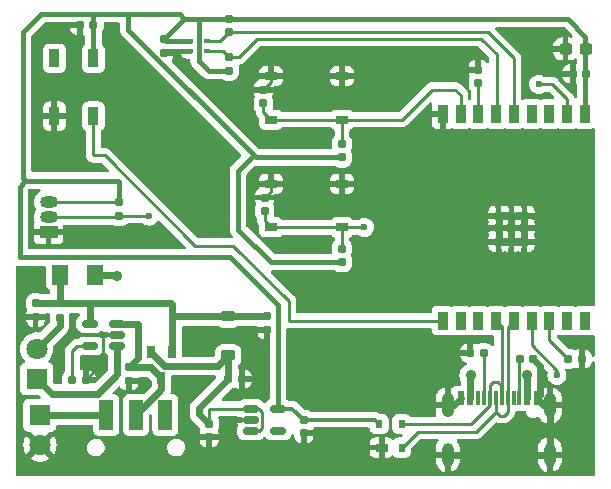
<source format=gbr>
%TF.GenerationSoftware,KiCad,Pcbnew,7.0.8*%
%TF.CreationDate,2023-10-04T18:10:58+08:00*%
%TF.ProjectId,Arsnic,4172736e-6963-42e6-9b69-6361645f7063,rev?*%
%TF.SameCoordinates,Original*%
%TF.FileFunction,Copper,L1,Top*%
%TF.FilePolarity,Positive*%
%FSLAX46Y46*%
G04 Gerber Fmt 4.6, Leading zero omitted, Abs format (unit mm)*
G04 Created by KiCad (PCBNEW 7.0.8) date 2023-10-04 18:10:58*
%MOMM*%
%LPD*%
G01*
G04 APERTURE LIST*
G04 Aperture macros list*
%AMRoundRect*
0 Rectangle with rounded corners*
0 $1 Rounding radius*
0 $2 $3 $4 $5 $6 $7 $8 $9 X,Y pos of 4 corners*
0 Add a 4 corners polygon primitive as box body*
4,1,4,$2,$3,$4,$5,$6,$7,$8,$9,$2,$3,0*
0 Add four circle primitives for the rounded corners*
1,1,$1+$1,$2,$3*
1,1,$1+$1,$4,$5*
1,1,$1+$1,$6,$7*
1,1,$1+$1,$8,$9*
0 Add four rect primitives between the rounded corners*
20,1,$1+$1,$2,$3,$4,$5,0*
20,1,$1+$1,$4,$5,$6,$7,0*
20,1,$1+$1,$6,$7,$8,$9,0*
20,1,$1+$1,$8,$9,$2,$3,0*%
G04 Aperture macros list end*
%TA.AperFunction,SMDPad,CuDef*%
%ADD10R,1.200000X2.500000*%
%TD*%
%TA.AperFunction,SMDPad,CuDef*%
%ADD11R,0.900000X1.500000*%
%TD*%
%TA.AperFunction,SMDPad,CuDef*%
%ADD12RoundRect,0.155000X0.155000X-0.212500X0.155000X0.212500X-0.155000X0.212500X-0.155000X-0.212500X0*%
%TD*%
%TA.AperFunction,SMDPad,CuDef*%
%ADD13RoundRect,0.237500X0.300000X0.237500X-0.300000X0.237500X-0.300000X-0.237500X0.300000X-0.237500X0*%
%TD*%
%TA.AperFunction,SMDPad,CuDef*%
%ADD14RoundRect,0.155000X0.212500X0.155000X-0.212500X0.155000X-0.212500X-0.155000X0.212500X-0.155000X0*%
%TD*%
%TA.AperFunction,SMDPad,CuDef*%
%ADD15RoundRect,0.048800X-0.256200X0.496200X-0.256200X-0.496200X0.256200X-0.496200X0.256200X0.496200X0*%
%TD*%
%TA.AperFunction,SMDPad,CuDef*%
%ADD16RoundRect,0.250001X0.462499X0.624999X-0.462499X0.624999X-0.462499X-0.624999X0.462499X-0.624999X0*%
%TD*%
%TA.AperFunction,SMDPad,CuDef*%
%ADD17R,0.700000X0.700000*%
%TD*%
%TA.AperFunction,SMDPad,CuDef*%
%ADD18RoundRect,0.150000X-0.512500X-0.150000X0.512500X-0.150000X0.512500X0.150000X-0.512500X0.150000X0*%
%TD*%
%TA.AperFunction,SMDPad,CuDef*%
%ADD19RoundRect,0.155000X-0.212500X-0.155000X0.212500X-0.155000X0.212500X0.155000X-0.212500X0.155000X0*%
%TD*%
%TA.AperFunction,SMDPad,CuDef*%
%ADD20RoundRect,0.160000X0.160000X-0.197500X0.160000X0.197500X-0.160000X0.197500X-0.160000X-0.197500X0*%
%TD*%
%TA.AperFunction,SMDPad,CuDef*%
%ADD21RoundRect,0.155000X-0.155000X0.212500X-0.155000X-0.212500X0.155000X-0.212500X0.155000X0.212500X0*%
%TD*%
%TA.AperFunction,SMDPad,CuDef*%
%ADD22R,1.000000X0.700000*%
%TD*%
%TA.AperFunction,SMDPad,CuDef*%
%ADD23RoundRect,0.160000X-0.160000X0.197500X-0.160000X-0.197500X0.160000X-0.197500X0.160000X0.197500X0*%
%TD*%
%TA.AperFunction,SMDPad,CuDef*%
%ADD24R,0.600000X0.700000*%
%TD*%
%TA.AperFunction,SMDPad,CuDef*%
%ADD25RoundRect,0.225000X0.375000X-0.225000X0.375000X0.225000X-0.375000X0.225000X-0.375000X-0.225000X0*%
%TD*%
%TA.AperFunction,SMDPad,CuDef*%
%ADD26RoundRect,0.150000X0.512500X0.150000X-0.512500X0.150000X-0.512500X-0.150000X0.512500X-0.150000X0*%
%TD*%
%TA.AperFunction,ComponentPad*%
%ADD27R,1.800000X1.800000*%
%TD*%
%TA.AperFunction,ComponentPad*%
%ADD28C,1.800000*%
%TD*%
%TA.AperFunction,SMDPad,CuDef*%
%ADD29R,0.500000X0.300000*%
%TD*%
%TA.AperFunction,SMDPad,CuDef*%
%ADD30R,0.600000X1.150000*%
%TD*%
%TA.AperFunction,SMDPad,CuDef*%
%ADD31R,0.300000X1.150000*%
%TD*%
%TA.AperFunction,ComponentPad*%
%ADD32O,1.050000X2.100000*%
%TD*%
%TA.AperFunction,ComponentPad*%
%ADD33O,1.000000X2.000000*%
%TD*%
%TA.AperFunction,ComponentPad*%
%ADD34R,1.500000X1.050000*%
%TD*%
%TA.AperFunction,ComponentPad*%
%ADD35O,1.500000X1.050000*%
%TD*%
%TA.AperFunction,ViaPad*%
%ADD36C,0.600000*%
%TD*%
%TA.AperFunction,ViaPad*%
%ADD37C,0.900000*%
%TD*%
%TA.AperFunction,Conductor*%
%ADD38C,0.600000*%
%TD*%
%TA.AperFunction,Conductor*%
%ADD39C,0.250000*%
%TD*%
%TA.AperFunction,Conductor*%
%ADD40C,0.400000*%
%TD*%
%TA.AperFunction,Conductor*%
%ADD41C,0.300000*%
%TD*%
G04 APERTURE END LIST*
D10*
%TO.P,S1,3*%
%TO.N,unconnected-(S1-Pad3)*%
X113150000Y-135350000D03*
%TO.P,S1,2*%
%TO.N,Net-(U1-V_{BAT})*%
X110650000Y-135350000D03*
%TO.P,S1,1*%
%TO.N,Net-(BT1-+)*%
X108150000Y-135350000D03*
%TD*%
D11*
%TO.P,D3,1,VDD*%
%TO.N,+3.3V*%
X107050000Y-105150000D03*
%TO.P,D3,2,DOUT*%
%TO.N,unconnected-(D3-DOUT-Pad2)*%
X103750000Y-105150000D03*
%TO.P,D3,3,VSS*%
%TO.N,GND*%
X103750000Y-110050000D03*
%TO.P,D3,4,DIN*%
%TO.N,/RGB*%
X107050000Y-110050000D03*
%TD*%
D12*
%TO.P,C11,1*%
%TO.N,/EN_CHIP*%
X121550000Y-118067500D03*
%TO.P,C11,2*%
%TO.N,GND*%
X121550000Y-116932500D03*
%TD*%
D13*
%TO.P,C8,1*%
%TO.N,+3.3V*%
X148750000Y-104350000D03*
%TO.P,C8,2*%
%TO.N,GND*%
X147025000Y-104350000D03*
%TD*%
D12*
%TO.P,R11,1*%
%TO.N,+3.3V*%
X128100000Y-113535000D03*
%TO.P,R11,2*%
%TO.N,/RESET*%
X128100000Y-112400000D03*
%TD*%
D14*
%TO.P,C6,1*%
%TO.N,+3.3V*%
X107050000Y-102350000D03*
%TO.P,C6,2*%
%TO.N,GND*%
X105915000Y-102350000D03*
%TD*%
D15*
%TO.P,Q1,1*%
%TO.N,+5V*%
X113730000Y-130050000D03*
%TO.P,Q1,2*%
%TO.N,VCC*%
X111900000Y-130050000D03*
%TO.P,Q1,3*%
%TO.N,Net-(U1-V_{BAT})*%
X112815000Y-132190000D03*
%TD*%
D16*
%TO.P,F1,1*%
%TO.N,Net-(F1-Pad1)*%
X107187500Y-123500000D03*
%TO.P,F1,2*%
%TO.N,+5V*%
X104212500Y-123500000D03*
%TD*%
D11*
%TO.P,U5,1,3V3*%
%TO.N,+3.3V*%
X148650000Y-109850000D03*
%TO.P,U5,2,EN/CHIP_PU*%
%TO.N,/EN_CHIP*%
X147150000Y-109850000D03*
%TO.P,U5,3,GPIO4/ADC1_CH4*%
%TO.N,unconnected-(U5-GPIO4{slash}ADC1_CH4-Pad3)*%
X145650000Y-109850000D03*
%TO.P,U5,4,GPIO5/ADC2_CH0*%
%TO.N,unconnected-(U5-GPIO5{slash}ADC2_CH0-Pad4)*%
X144150000Y-109850000D03*
%TO.P,U5,5,GPIO6*%
%TO.N,/SCL*%
X142650000Y-109850000D03*
%TO.P,U5,6,GPIO7*%
%TO.N,/SCA*%
X141150000Y-109850000D03*
%TO.P,U5,7,GPIO8*%
%TO.N,/IO8*%
X139650000Y-109850000D03*
%TO.P,U5,8,GPIO9*%
%TO.N,/RESET*%
X138150000Y-109850000D03*
%TO.P,U5,9,GND*%
%TO.N,GND*%
X136650000Y-109850000D03*
%TO.P,U5,10,GPIO10*%
%TO.N,/RGB*%
X136650000Y-127350000D03*
%TO.P,U5,11,GPIO20/U0RXD*%
%TO.N,unconnected-(U5-GPIO20{slash}U0RXD-Pad11)*%
X138150000Y-127350000D03*
%TO.P,U5,12,GPIO21/U0TXD*%
%TO.N,unconnected-(U5-GPIO21{slash}U0TXD-Pad12)*%
X139650000Y-127350000D03*
%TO.P,U5,13,GPIO18/USB_D-*%
%TO.N,/USB_D-*%
X141150000Y-127350000D03*
%TO.P,U5,14,GPIO19/USB_D+*%
%TO.N,/USB_D+*%
X142650000Y-127350000D03*
%TO.P,U5,15,GPIO3/ADC1_CH3*%
%TO.N,/IO3*%
X144150000Y-127350000D03*
%TO.P,U5,16,GPIO2/ADC1_CH2*%
%TO.N,/IO2*%
X145650000Y-127350000D03*
%TO.P,U5,17,GPIO1/ADC1_CH1/XTAL_32K_N*%
%TO.N,unconnected-(U5-GPIO1{slash}ADC1_CH1{slash}XTAL_32K_N-Pad17)*%
X147150000Y-127350000D03*
%TO.P,U5,18,GPIO0/ADC1_CH0/XTAL_32K_P*%
%TO.N,unconnected-(U5-GPIO0{slash}ADC1_CH0{slash}XTAL_32K_P-Pad18)*%
X148650000Y-127350000D03*
D17*
%TO.P,U5,19,GND*%
%TO.N,GND*%
X143550000Y-118460000D03*
X142450000Y-118460000D03*
X141350000Y-118460000D03*
X143550000Y-119510000D03*
X142450000Y-119510000D03*
X141350000Y-119510000D03*
X143550000Y-120660000D03*
X142450000Y-120660000D03*
X141350000Y-120660000D03*
%TD*%
D14*
%TO.P,C9,1*%
%TO.N,+3.3V*%
X148767500Y-106450000D03*
%TO.P,C9,2*%
%TO.N,GND*%
X147632500Y-106450000D03*
%TD*%
D18*
%TO.P,U2,1,VIN*%
%TO.N,VCC*%
X120387500Y-134800000D03*
%TO.P,U2,2,GND*%
%TO.N,GND*%
X120387500Y-135750000D03*
%TO.P,U2,3,EN*%
%TO.N,VCC*%
X120387500Y-136700000D03*
%TO.P,U2,4,NC*%
%TO.N,unconnected-(U2-NC-Pad4)*%
X122662500Y-136700000D03*
%TO.P,U2,5,VOUT*%
%TO.N,+3.3V*%
X122662500Y-134800000D03*
%TD*%
D19*
%TO.P,R6,1*%
%TO.N,GND*%
X138965000Y-130100000D03*
%TO.P,R6,2*%
%TO.N,Net-(J1-CC1)*%
X140100000Y-130100000D03*
%TD*%
D20*
%TO.P,R10,1*%
%TO.N,/IO3*%
X109250000Y-118495000D03*
%TO.P,R10,2*%
%TO.N,+3.3V*%
X109250000Y-117300000D03*
%TD*%
D12*
%TO.P,C10,1*%
%TO.N,/RESET*%
X121450000Y-108967500D03*
%TO.P,C10,2*%
%TO.N,GND*%
X121450000Y-107832500D03*
%TD*%
D21*
%TO.P,R8,1*%
%TO.N,+3.3V*%
X118550000Y-101800000D03*
%TO.P,R8,2*%
%TO.N,/SCL*%
X118550000Y-102935000D03*
%TD*%
D12*
%TO.P,R9,1*%
%TO.N,+3.3V*%
X118550000Y-106185000D03*
%TO.P,R9,2*%
%TO.N,/SCA*%
X118550000Y-105050000D03*
%TD*%
D22*
%TO.P,SW1,1*%
%TO.N,GND*%
X122100000Y-115750000D03*
%TO.P,SW1,2*%
X128100000Y-115750000D03*
%TO.P,SW1,3*%
%TO.N,/EN_CHIP*%
X122100000Y-119450000D03*
%TO.P,SW1,4*%
X128100000Y-119450000D03*
%TD*%
D21*
%TO.P,C4,1*%
%TO.N,Net-(U1-V_{BAT})*%
X110050000Y-131300000D03*
%TO.P,C4,2*%
%TO.N,GND*%
X110050000Y-132435000D03*
%TD*%
D23*
%TO.P,R1,1*%
%TO.N,+5V*%
X121775000Y-126950000D03*
%TO.P,R1,2*%
%TO.N,GND*%
X121775000Y-128145000D03*
%TD*%
D19*
%TO.P,R5,1*%
%TO.N,Net-(U1-PROG)*%
X105265000Y-132350000D03*
%TO.P,R5,2*%
%TO.N,GND*%
X106400000Y-132350000D03*
%TD*%
D21*
%TO.P,C1,1*%
%TO.N,VCC*%
X116862500Y-136100000D03*
%TO.P,C1,2*%
%TO.N,GND*%
X116862500Y-137235000D03*
%TD*%
D22*
%TO.P,D4,1,GND*%
%TO.N,GND*%
X131450000Y-138100000D03*
D24*
%TO.P,D4,2,I/O1*%
%TO.N,/USB_D+*%
X133150000Y-138100000D03*
%TO.P,D4,3,I/O2*%
%TO.N,/USB_D-*%
X133150000Y-136100000D03*
%TO.P,D4,4,VCC*%
%TO.N,+3.3V*%
X131250000Y-136100000D03*
%TD*%
D12*
%TO.P,R2,1*%
%TO.N,/IO8*%
X139650000Y-107235000D03*
%TO.P,R2,2*%
%TO.N,GND*%
X139650000Y-106100000D03*
%TD*%
D19*
%TO.P,R7,1*%
%TO.N,Net-(J1-CC2)*%
X143150000Y-130600000D03*
%TO.P,R7,2*%
%TO.N,GND*%
X144285000Y-130600000D03*
%TD*%
D25*
%TO.P,D1,1,K*%
%TO.N,VCC*%
X118475000Y-130300000D03*
%TO.P,D1,2,A*%
%TO.N,+5V*%
X118475000Y-127000000D03*
%TD*%
D26*
%TO.P,U1,1,STAT*%
%TO.N,Net-(D2-K)*%
X109050000Y-129500000D03*
%TO.P,U1,2,V_{SS}*%
%TO.N,GND*%
X109050000Y-128550000D03*
%TO.P,U1,3,V_{BAT}*%
%TO.N,Net-(U1-V_{BAT})*%
X109050000Y-127600000D03*
%TO.P,U1,4,V_{DD}*%
%TO.N,+5V*%
X106775000Y-127600000D03*
%TO.P,U1,5,PROG*%
%TO.N,Net-(U1-PROG)*%
X106775000Y-129500000D03*
%TD*%
D27*
%TO.P,D2,1,K*%
%TO.N,Net-(D2-K)*%
X102250000Y-132290000D03*
D28*
%TO.P,D2,2,A*%
%TO.N,Net-(D2-A)*%
X102250000Y-129750000D03*
%TD*%
D29*
%TO.P,U3,1,SDA*%
%TO.N,/SCA*%
X116650000Y-104517500D03*
%TO.P,U3,2,SCL*%
%TO.N,/SCL*%
X116650000Y-103717500D03*
%TO.P,U3,3,VDD*%
%TO.N,+3.3V*%
X115250000Y-103717500D03*
%TO.P,U3,4,VSS*%
%TO.N,GND*%
X115250000Y-104517500D03*
%TD*%
D19*
%TO.P,R3,1*%
%TO.N,/IO2*%
X147265000Y-130600000D03*
%TO.P,R3,2*%
%TO.N,GND*%
X148400000Y-130600000D03*
%TD*%
D21*
%TO.P,C7,1*%
%TO.N,+3.3V*%
X113000000Y-103550000D03*
%TO.P,C7,2*%
%TO.N,GND*%
X113000000Y-104685000D03*
%TD*%
%TO.P,C3,1*%
%TO.N,+5V*%
X102150000Y-125900000D03*
%TO.P,C3,2*%
%TO.N,GND*%
X102150000Y-127035000D03*
%TD*%
%TO.P,C2,1*%
%TO.N,+3.3V*%
X124850000Y-135750000D03*
%TO.P,C2,2*%
%TO.N,GND*%
X124850000Y-136885000D03*
%TD*%
D23*
%TO.P,R4,1*%
%TO.N,+5V*%
X104200000Y-125900000D03*
%TO.P,R4,2*%
%TO.N,Net-(D2-A)*%
X104200000Y-127095000D03*
%TD*%
D19*
%TO.P,C5,1*%
%TO.N,VCC*%
X118465000Y-132300000D03*
%TO.P,C5,2*%
%TO.N,GND*%
X119600000Y-132300000D03*
%TD*%
D12*
%TO.P,R12,1*%
%TO.N,+3.3V*%
X128100000Y-122385000D03*
%TO.P,R12,2*%
%TO.N,/EN_CHIP*%
X128100000Y-121250000D03*
%TD*%
D22*
%TO.P,SW2,1*%
%TO.N,GND*%
X122100000Y-106650000D03*
%TO.P,SW2,2*%
X128100000Y-106650000D03*
%TO.P,SW2,3*%
%TO.N,/RESET*%
X122100000Y-110350000D03*
%TO.P,SW2,4*%
X128100000Y-110350000D03*
%TD*%
D30*
%TO.P,J1,A1_B12,GND*%
%TO.N,GND*%
X138170000Y-133945000D03*
%TO.P,J1,A4_B9,VBUS*%
%TO.N,Net-(F1-Pad1)*%
X138970000Y-133945000D03*
D31*
%TO.P,J1,A5,CC1*%
%TO.N,Net-(J1-CC1)*%
X140120000Y-133945000D03*
%TO.P,J1,A6,DP1*%
%TO.N,/USB_D+*%
X141120000Y-133945000D03*
%TO.P,J1,A7,DN1*%
%TO.N,/USB_D-*%
X141620000Y-133945000D03*
%TO.P,J1,A8,SBU1*%
%TO.N,unconnected-(J1-SBU1-PadA8)*%
X142620000Y-133945000D03*
D30*
%TO.P,J1,B1_A12,GND*%
%TO.N,GND*%
X144570000Y-133945000D03*
%TO.P,J1,B4_A9,VBUS*%
%TO.N,Net-(F1-Pad1)*%
X143770000Y-133945000D03*
D31*
%TO.P,J1,B5,CC2*%
%TO.N,Net-(J1-CC2)*%
X143120000Y-133945000D03*
%TO.P,J1,B6,DP2*%
%TO.N,/USB_D+*%
X142120000Y-133945000D03*
%TO.P,J1,B7,DN2*%
%TO.N,/USB_D-*%
X140620000Y-133945000D03*
%TO.P,J1,B8,SBU2*%
%TO.N,unconnected-(J1-SBU2-PadB8)*%
X139620000Y-133945000D03*
D32*
%TO.P,J1,S1,SHELL_GND*%
%TO.N,GND*%
X137050000Y-134520000D03*
D33*
%TO.P,J1,S2,SHELL_GND*%
X137050000Y-138700000D03*
%TO.P,J1,S3,SHELL_GND*%
X145690000Y-138700000D03*
D32*
%TO.P,J1,S4,SHELL_GND*%
X145690000Y-134520000D03*
%TD*%
D27*
%TO.P,BT1,1,+*%
%TO.N,Net-(BT1-+)*%
X102525000Y-135350000D03*
D28*
%TO.P,BT1,2,-*%
%TO.N,GND*%
X102525000Y-137890000D03*
%TD*%
D34*
%TO.P,U4,1,GND*%
%TO.N,GND*%
X103250000Y-119870000D03*
D35*
%TO.P,U4,2,DQ*%
%TO.N,/IO3*%
X103250000Y-118600000D03*
%TO.P,U4,3,V_{DD}*%
%TO.N,+3.3V*%
X103250000Y-117330000D03*
%TD*%
D36*
%TO.N,GND*%
X143550000Y-119000000D03*
X104150000Y-130750000D03*
D37*
X144550000Y-104500000D03*
D36*
X141900000Y-118450000D03*
X143550000Y-121500000D03*
X141350000Y-120050000D03*
X141350000Y-121500000D03*
D37*
X131600000Y-105200000D03*
D36*
X144400000Y-119550000D03*
X143050000Y-118450000D03*
D37*
X101450000Y-123800000D03*
X111050000Y-109550000D03*
D36*
X143550000Y-120100000D03*
X140500000Y-120700000D03*
D37*
X128650000Y-117700000D03*
D36*
X140500000Y-119600000D03*
D37*
X109550000Y-120250000D03*
D36*
X144400000Y-118550000D03*
X144400000Y-120700000D03*
X141900000Y-120650000D03*
X142450000Y-117600000D03*
X140500000Y-118500000D03*
D37*
X120650000Y-129750000D03*
D36*
X142450000Y-121500000D03*
X143550000Y-117600000D03*
X141300000Y-117600000D03*
X143000000Y-120650000D03*
X141350000Y-119000000D03*
%TO.N,/EN_CHIP*%
X130000000Y-119450000D03*
X144750000Y-107350000D03*
D37*
%TO.N,Net-(F1-Pad1)*%
X143800000Y-132000000D03*
X109050000Y-123550000D03*
X139000000Y-132000000D03*
D36*
%TO.N,/IO3*%
X146300000Y-132000000D03*
X111800000Y-118500000D03*
%TD*%
D38*
%TO.N,Net-(BT1-+)*%
X102525000Y-135350000D02*
X108150000Y-135350000D01*
%TO.N,GND*%
X143550000Y-118460000D02*
X143060000Y-118460000D01*
X143010000Y-120660000D02*
X143550000Y-120660000D01*
D39*
X113167500Y-104517500D02*
X113000000Y-104685000D01*
X122100000Y-116382500D02*
X121550000Y-116932500D01*
D38*
X141350000Y-119000000D02*
X141350000Y-119510000D01*
X143550000Y-118460000D02*
X143550000Y-119000000D01*
X145690000Y-134520000D02*
X145690000Y-138700000D01*
X142450000Y-118460000D02*
X142450000Y-119510000D01*
X142990000Y-120660000D02*
X143000000Y-120650000D01*
X141350000Y-118460000D02*
X141350000Y-119000000D01*
X141910000Y-118460000D02*
X142450000Y-118460000D01*
X142450000Y-120660000D02*
X141910000Y-120660000D01*
X144570000Y-133945000D02*
X144870000Y-133645000D01*
X143000000Y-120650000D02*
X143010000Y-120660000D01*
X141890000Y-120660000D02*
X141350000Y-120660000D01*
D39*
X106400000Y-132350000D02*
X107900000Y-130850000D01*
D38*
X143550000Y-119000000D02*
X143550000Y-119510000D01*
D39*
X107900000Y-128550000D02*
X109050000Y-128550000D01*
X122100000Y-107182500D02*
X121450000Y-107832500D01*
X122100000Y-106650000D02*
X122100000Y-107182500D01*
D38*
X143050000Y-118450000D02*
X143040000Y-118460000D01*
X137595000Y-134520000D02*
X138170000Y-133945000D01*
X141900000Y-118450000D02*
X141910000Y-118460000D01*
X144870000Y-131185000D02*
X144285000Y-130600000D01*
D39*
X122100000Y-115750000D02*
X122100000Y-116382500D01*
D38*
X141900000Y-120650000D02*
X141890000Y-120660000D01*
X141910000Y-120660000D02*
X141900000Y-120650000D01*
X142450000Y-120660000D02*
X142990000Y-120660000D01*
X141350000Y-120660000D02*
X141350000Y-120050000D01*
X145145000Y-134520000D02*
X144570000Y-133945000D01*
X141890000Y-118460000D02*
X141900000Y-118450000D01*
X143550000Y-120660000D02*
X143550000Y-120100000D01*
X137050000Y-134520000D02*
X137595000Y-134520000D01*
X141350000Y-120050000D02*
X141350000Y-119510000D01*
X145690000Y-138700000D02*
X137050000Y-138700000D01*
D39*
X107900000Y-130850000D02*
X107900000Y-128550000D01*
D38*
X144870000Y-133645000D02*
X144870000Y-131185000D01*
X145690000Y-134520000D02*
X145145000Y-134520000D01*
X143040000Y-118460000D02*
X142450000Y-118460000D01*
X141350000Y-118460000D02*
X141890000Y-118460000D01*
X143550000Y-120100000D02*
X143550000Y-119510000D01*
D40*
X115250000Y-104517500D02*
X113167500Y-104517500D01*
D38*
X142450000Y-120660000D02*
X142450000Y-119510000D01*
X143060000Y-118460000D02*
X143050000Y-118450000D01*
D39*
%TO.N,VCC*%
X116862500Y-134900000D02*
X116962500Y-134800000D01*
D38*
X118475000Y-130300000D02*
X118475000Y-132290000D01*
D39*
X121302000Y-136448000D02*
X121050000Y-136700000D01*
D38*
X116000000Y-135237500D02*
X116862500Y-136100000D01*
D39*
X116962500Y-134800000D02*
X120387500Y-134800000D01*
X120387500Y-134800000D02*
X121050000Y-134800000D01*
X121050000Y-136700000D02*
X120387500Y-136700000D01*
X121050000Y-134800000D02*
X121302000Y-135052000D01*
D38*
X116000000Y-134765000D02*
X116000000Y-135237500D01*
X113050000Y-131200000D02*
X117575000Y-131200000D01*
X118475000Y-132290000D02*
X118465000Y-132300000D01*
D39*
X116862500Y-136100000D02*
X116862500Y-134900000D01*
X121302000Y-135052000D02*
X121302000Y-136448000D01*
D38*
X117575000Y-131200000D02*
X118475000Y-130300000D01*
X118465000Y-132300000D02*
X116000000Y-134765000D01*
X111900000Y-130050000D02*
X113050000Y-131200000D01*
D39*
X116862500Y-134800000D02*
X116962500Y-134800000D01*
D40*
%TO.N,+3.3V*%
X147200000Y-101800000D02*
X118550000Y-101800000D01*
D41*
X123900000Y-134800000D02*
X124850000Y-135750000D01*
D39*
X113167500Y-103717500D02*
X113000000Y-103550000D01*
D40*
X116800000Y-106185000D02*
X115950000Y-105335000D01*
D41*
X130900000Y-135750000D02*
X131250000Y-136100000D01*
D40*
X115250000Y-103717500D02*
X113167500Y-103717500D01*
X102650000Y-101400000D02*
X101100000Y-102950000D01*
X114350000Y-101400000D02*
X114750000Y-101800000D01*
X115950000Y-101800000D02*
X114750000Y-101800000D01*
X122665000Y-122385000D02*
X128100000Y-122385000D01*
D39*
X148700000Y-109800000D02*
X148650000Y-109850000D01*
D40*
X107050000Y-101600000D02*
X107050000Y-102350000D01*
D41*
X124850000Y-135750000D02*
X130900000Y-135750000D01*
D40*
X122662500Y-134800000D02*
X122662500Y-126012500D01*
X120607924Y-113342076D02*
X119300000Y-114650000D01*
X101100000Y-102950000D02*
X101100000Y-115300000D01*
X120800848Y-113535000D02*
X128100000Y-113535000D01*
X119300000Y-114650000D02*
X119300000Y-119650000D01*
X119300000Y-119650000D02*
X122050000Y-122400000D01*
X114750000Y-101800000D02*
X113000000Y-103550000D01*
X115950000Y-105335000D02*
X115950000Y-101800000D01*
X106850000Y-101400000D02*
X102650000Y-101400000D01*
X118550000Y-106185000D02*
X116800000Y-106185000D01*
D39*
X103250000Y-117330000D02*
X109220000Y-117330000D01*
D40*
X148700000Y-105800000D02*
X148700000Y-109800000D01*
X106850000Y-101400000D02*
X107050000Y-101600000D01*
X109100000Y-115500000D02*
X109250000Y-115650000D01*
X120607924Y-113342076D02*
X120800848Y-113535000D01*
X101100000Y-115300000D02*
X101300000Y-115500000D01*
X148700000Y-103300000D02*
X147200000Y-101800000D01*
X118650000Y-122000000D02*
X100800000Y-122000000D01*
D41*
X122662500Y-134800000D02*
X123900000Y-134800000D01*
D40*
X110000000Y-102734152D02*
X120607924Y-113342076D01*
D39*
X109220000Y-117330000D02*
X109250000Y-117300000D01*
D40*
X109250000Y-115650000D02*
X109250000Y-117300000D01*
X106850000Y-101400000D02*
X110000000Y-101400000D01*
X148700000Y-105800000D02*
X148700000Y-103300000D01*
D41*
X101200000Y-115600000D02*
X101300000Y-115500000D01*
D40*
X110000000Y-101400000D02*
X114350000Y-101400000D01*
X122050000Y-122400000D02*
X122650000Y-122400000D01*
X101300000Y-115500000D02*
X109100000Y-115500000D01*
X107050000Y-105150000D02*
X107050000Y-102350000D01*
X100800000Y-116000000D02*
X101200000Y-115600000D01*
X100800000Y-122000000D02*
X100800000Y-116000000D01*
X122650000Y-122400000D02*
X122665000Y-122385000D01*
X118550000Y-101800000D02*
X115950000Y-101800000D01*
X122662500Y-126012500D02*
X118650000Y-122000000D01*
X110000000Y-101400000D02*
X110000000Y-102734152D01*
D38*
%TO.N,+5V*%
X106775000Y-126125000D02*
X106550000Y-125900000D01*
X113730000Y-125980000D02*
X113730000Y-127050000D01*
X104212500Y-123500000D02*
X104212500Y-125887500D01*
X113730000Y-127050000D02*
X113730000Y-130050000D01*
X106550000Y-125900000D02*
X113650000Y-125900000D01*
X106775000Y-127600000D02*
X106775000Y-126125000D01*
X102150000Y-125900000D02*
X104200000Y-125900000D01*
X113780000Y-127000000D02*
X113730000Y-127050000D01*
X118475000Y-127000000D02*
X113780000Y-127000000D01*
X113650000Y-125900000D02*
X113730000Y-125980000D01*
X104212500Y-125887500D02*
X104200000Y-125900000D01*
X105700000Y-125900000D02*
X106550000Y-125900000D01*
X118475000Y-127000000D02*
X121725000Y-127000000D01*
X104200000Y-125900000D02*
X105700000Y-125900000D01*
X121725000Y-127000000D02*
X121775000Y-126950000D01*
%TO.N,Net-(U1-V_{BAT})*%
X112815000Y-132190000D02*
X111925000Y-131300000D01*
X112815000Y-133185000D02*
X110650000Y-135350000D01*
X110800000Y-130550000D02*
X110800000Y-127600000D01*
X112815000Y-132190000D02*
X112815000Y-133185000D01*
X110050000Y-131300000D02*
X110800000Y-130550000D01*
X111925000Y-131300000D02*
X110050000Y-131300000D01*
X110800000Y-127600000D02*
X109050000Y-127600000D01*
D39*
%TO.N,/RESET*%
X138150000Y-108250000D02*
X138150000Y-109850000D01*
X122100000Y-110350000D02*
X128100000Y-110350000D01*
X121450000Y-109700000D02*
X122100000Y-110350000D01*
X128100000Y-112400000D02*
X128100000Y-110350000D01*
X135700000Y-107800000D02*
X137700000Y-107800000D01*
X137700000Y-107800000D02*
X138150000Y-108250000D01*
X133150000Y-110350000D02*
X135700000Y-107800000D01*
X121450000Y-108967500D02*
X121450000Y-109700000D01*
X128100000Y-110350000D02*
X133150000Y-110350000D01*
%TO.N,/EN_CHIP*%
X144750000Y-107350000D02*
X145900000Y-107350000D01*
X128100000Y-119450000D02*
X130000000Y-119450000D01*
X121550000Y-118067500D02*
X121550000Y-118900000D01*
X122100000Y-119450000D02*
X128100000Y-119450000D01*
X121550000Y-118900000D02*
X122100000Y-119450000D01*
X145900000Y-107350000D02*
X147150000Y-108600000D01*
X128100000Y-119450000D02*
X128100000Y-121250000D01*
X147150000Y-108600000D02*
X147150000Y-109850000D01*
D38*
%TO.N,Net-(D2-K)*%
X107400000Y-133550000D02*
X109050000Y-131900000D01*
X102250000Y-132290000D02*
X103510000Y-133550000D01*
X103510000Y-133550000D02*
X107400000Y-133550000D01*
X109050000Y-131900000D02*
X109050000Y-129500000D01*
%TO.N,Net-(D2-A)*%
X104200000Y-127095000D02*
X104200000Y-127800000D01*
X104200000Y-127800000D02*
X102250000Y-129750000D01*
D39*
%TO.N,/RGB*%
X107050000Y-113350000D02*
X108000000Y-113350000D01*
X108000000Y-113350000D02*
X115650000Y-121000000D01*
X123600000Y-125700000D02*
X123600000Y-127350000D01*
X123600000Y-127350000D02*
X136650000Y-127350000D01*
X115650000Y-121000000D02*
X118900000Y-121000000D01*
X107050000Y-110050000D02*
X107050000Y-113350000D01*
X118900000Y-121000000D02*
X123600000Y-125700000D01*
%TO.N,/USB_D+*%
X141120000Y-135070000D02*
X141120000Y-133945000D01*
X141450000Y-135400000D02*
X141120000Y-135070000D01*
X142120000Y-133945000D02*
X142120000Y-135080000D01*
X142120000Y-127880000D02*
X142120000Y-133945000D01*
X139440000Y-136750000D02*
X134500000Y-136750000D01*
X141120000Y-135070000D02*
X139440000Y-136750000D01*
X142650000Y-127350000D02*
X142120000Y-127880000D01*
X142120000Y-135080000D02*
X141800000Y-135400000D01*
X141800000Y-135400000D02*
X141450000Y-135400000D01*
X134500000Y-136750000D02*
X133150000Y-138100000D01*
%TO.N,/USB_D-*%
X139046382Y-136100000D02*
X133150000Y-136100000D01*
X140620000Y-133945000D02*
X140620000Y-134526382D01*
X140600000Y-133975000D02*
X140600000Y-132840000D01*
X141270000Y-132520000D02*
X141600000Y-132850000D01*
X140600000Y-132840000D02*
X140920000Y-132520000D01*
X141600000Y-132850000D02*
X141600000Y-133975000D01*
X140620000Y-134526382D02*
X139046382Y-136100000D01*
X140920000Y-132520000D02*
X141270000Y-132520000D01*
X141620000Y-133945000D02*
X141620000Y-127820000D01*
X141620000Y-127820000D02*
X141150000Y-127350000D01*
D38*
%TO.N,Net-(F1-Pad1)*%
X109000000Y-123500000D02*
X109050000Y-123550000D01*
X138970000Y-132030000D02*
X139000000Y-132000000D01*
X143770000Y-133945000D02*
X143770000Y-132030000D01*
X143770000Y-132030000D02*
X143800000Y-132000000D01*
X138970000Y-133945000D02*
X138970000Y-132030000D01*
X107187500Y-123500000D02*
X109000000Y-123500000D01*
D39*
%TO.N,Net-(J1-CC2)*%
X143120000Y-133945000D02*
X143098000Y-133923000D01*
X143098000Y-130652000D02*
X143150000Y-130600000D01*
X143098000Y-133923000D02*
X143098000Y-130652000D01*
%TO.N,Net-(J1-CC1)*%
X140120000Y-130120000D02*
X140100000Y-130100000D01*
X140120000Y-133945000D02*
X140120000Y-130120000D01*
%TO.N,/IO8*%
X139650000Y-107235000D02*
X139650000Y-109850000D01*
%TO.N,/IO2*%
X145650000Y-127350000D02*
X145650000Y-128985000D01*
X145650000Y-128985000D02*
X147265000Y-130600000D01*
%TO.N,Net-(U1-PROG)*%
X105265000Y-129935000D02*
X105265000Y-132350000D01*
X105700000Y-129500000D02*
X105265000Y-129935000D01*
X106775000Y-129500000D02*
X105700000Y-129500000D01*
%TO.N,/SCL*%
X116650000Y-103717500D02*
X117767500Y-103717500D01*
X142650000Y-105150000D02*
X142650000Y-109850000D01*
X117767500Y-103717500D02*
X118550000Y-102935000D01*
X118550000Y-102935000D02*
X140435000Y-102935000D01*
X140435000Y-102935000D02*
X142650000Y-105150000D01*
%TO.N,/SCA*%
X119350000Y-105050000D02*
X120900000Y-103500000D01*
X139900000Y-103500000D02*
X141200000Y-104800000D01*
X116650000Y-104517500D02*
X118017500Y-104517500D01*
X118550000Y-105050000D02*
X119350000Y-105050000D01*
X141200000Y-109800000D02*
X141150000Y-109850000D01*
X120900000Y-103500000D02*
X139900000Y-103500000D01*
X118017500Y-104517500D02*
X118550000Y-105050000D01*
X141200000Y-104800000D02*
X141200000Y-109800000D01*
%TO.N,/IO3*%
X109145000Y-118600000D02*
X109250000Y-118495000D01*
X109250000Y-118495000D02*
X111795000Y-118495000D01*
X146300000Y-132000000D02*
X146300000Y-131600000D01*
X111795000Y-118495000D02*
X111800000Y-118500000D01*
X144150000Y-129450000D02*
X144150000Y-127350000D01*
X146300000Y-131600000D02*
X144150000Y-129450000D01*
X103250000Y-118600000D02*
X109145000Y-118600000D01*
%TD*%
%TA.AperFunction,Conductor*%
%TO.N,GND*%
G36*
X100669778Y-122689832D02*
G01*
X100677137Y-122691181D01*
X100704956Y-122698038D01*
X100714943Y-122700500D01*
X100714944Y-122700500D01*
X100757628Y-122700500D01*
X102875500Y-122700500D01*
X102942539Y-122720185D01*
X102988294Y-122772989D01*
X102999500Y-122824500D01*
X102999500Y-124175015D01*
X103010000Y-124277795D01*
X103010001Y-124277796D01*
X103065186Y-124444335D01*
X103065187Y-124444337D01*
X103157286Y-124593651D01*
X103157289Y-124593655D01*
X103281345Y-124717711D01*
X103353097Y-124761968D01*
X103399821Y-124813915D01*
X103412000Y-124867506D01*
X103412000Y-124975500D01*
X103392315Y-125042539D01*
X103339511Y-125088294D01*
X103288000Y-125099500D01*
X102632384Y-125099500D01*
X102574767Y-125083737D01*
X102574556Y-125084227D01*
X102571120Y-125082740D01*
X102569263Y-125082232D01*
X102567398Y-125081129D01*
X102567395Y-125081128D01*
X102408362Y-125034924D01*
X102408356Y-125034923D01*
X102371205Y-125032000D01*
X102371203Y-125032000D01*
X101928798Y-125032001D01*
X101891645Y-125034923D01*
X101732599Y-125081130D01*
X101590049Y-125165434D01*
X101590040Y-125165441D01*
X101472941Y-125282540D01*
X101472934Y-125282549D01*
X101388629Y-125425101D01*
X101388628Y-125425104D01*
X101342424Y-125584137D01*
X101342423Y-125584143D01*
X101339500Y-125621295D01*
X101339501Y-126178702D01*
X101342423Y-126215854D01*
X101388630Y-126374900D01*
X101406354Y-126404869D01*
X101423537Y-126472592D01*
X101406356Y-126531109D01*
X101389093Y-126560300D01*
X101389091Y-126560304D01*
X101342922Y-126719216D01*
X101342921Y-126719222D01*
X101340000Y-126756348D01*
X101340000Y-126785000D01*
X102960000Y-126785000D01*
X102976420Y-126768579D01*
X102979685Y-126757461D01*
X103032489Y-126711706D01*
X103084000Y-126700500D01*
X103256772Y-126700500D01*
X103323811Y-126720185D01*
X103369566Y-126772989D01*
X103380263Y-126835718D01*
X103379500Y-126844116D01*
X103379500Y-127345890D01*
X103379501Y-127345891D01*
X103386117Y-127418714D01*
X103372579Y-127487259D01*
X103350307Y-127517614D01*
X102541764Y-128326156D01*
X102480441Y-128359641D01*
X102433674Y-128360784D01*
X102366049Y-128349500D01*
X102133951Y-128349500D01*
X102088164Y-128357140D01*
X101905015Y-128387702D01*
X101685504Y-128463061D01*
X101685495Y-128463064D01*
X101481371Y-128573531D01*
X101481365Y-128573535D01*
X101298222Y-128716081D01*
X101298219Y-128716084D01*
X101298216Y-128716086D01*
X101298216Y-128716087D01*
X101255740Y-128762228D01*
X101141016Y-128886852D01*
X101014075Y-129081151D01*
X100920842Y-129293699D01*
X100863866Y-129518691D01*
X100863864Y-129518702D01*
X100844700Y-129749993D01*
X100844700Y-129750006D01*
X100863864Y-129981297D01*
X100863866Y-129981308D01*
X100920842Y-130206300D01*
X101014075Y-130418848D01*
X101141016Y-130613147D01*
X101141019Y-130613151D01*
X101141021Y-130613153D01*
X101235803Y-130716114D01*
X101266724Y-130778767D01*
X101258864Y-130848193D01*
X101214716Y-130902348D01*
X101187906Y-130916277D01*
X101107669Y-130946203D01*
X101107664Y-130946206D01*
X100992455Y-131032452D01*
X100992452Y-131032455D01*
X100906206Y-131147664D01*
X100906202Y-131147671D01*
X100855908Y-131282517D01*
X100851184Y-131326461D01*
X100849501Y-131342123D01*
X100849500Y-131342135D01*
X100849500Y-133237870D01*
X100849501Y-133237876D01*
X100855908Y-133297483D01*
X100906202Y-133432328D01*
X100906206Y-133432335D01*
X100992452Y-133547544D01*
X100992455Y-133547547D01*
X101107664Y-133633793D01*
X101107671Y-133633797D01*
X101242517Y-133684091D01*
X101242516Y-133684091D01*
X101249444Y-133684835D01*
X101302127Y-133690500D01*
X102467059Y-133690499D01*
X102534098Y-133710184D01*
X102554740Y-133726818D01*
X102565741Y-133737819D01*
X102599226Y-133799142D01*
X102594242Y-133868834D01*
X102552370Y-133924767D01*
X102486906Y-133949184D01*
X102478060Y-133949500D01*
X101577129Y-133949500D01*
X101577123Y-133949501D01*
X101517516Y-133955908D01*
X101382671Y-134006202D01*
X101382664Y-134006206D01*
X101267455Y-134092452D01*
X101267452Y-134092455D01*
X101181206Y-134207664D01*
X101181202Y-134207671D01*
X101130908Y-134342517D01*
X101124501Y-134402116D01*
X101124500Y-134402135D01*
X101124500Y-136297870D01*
X101124501Y-136297876D01*
X101130908Y-136357483D01*
X101181202Y-136492328D01*
X101181206Y-136492335D01*
X101267452Y-136607544D01*
X101267455Y-136607547D01*
X101382664Y-136693793D01*
X101382671Y-136693797D01*
X101419363Y-136707482D01*
X101517517Y-136744091D01*
X101577127Y-136750500D01*
X101687692Y-136750499D01*
X101754729Y-136770183D01*
X101775371Y-136786818D01*
X102436768Y-137448215D01*
X102390862Y-137455135D01*
X102268643Y-137513993D01*
X102169202Y-137606260D01*
X102101375Y-137723740D01*
X102083500Y-137802053D01*
X101373812Y-137092365D01*
X101289516Y-137221391D01*
X101289514Y-137221395D01*
X101196317Y-137433864D01*
X101139361Y-137658781D01*
X101120202Y-137889994D01*
X101120202Y-137890005D01*
X101139361Y-138121218D01*
X101196317Y-138346135D01*
X101289516Y-138558609D01*
X101373811Y-138687633D01*
X102080550Y-137980896D01*
X102081327Y-137991265D01*
X102130887Y-138117541D01*
X102215465Y-138223599D01*
X102327547Y-138300016D01*
X102435299Y-138333253D01*
X101726199Y-139042351D01*
X101756650Y-139066050D01*
X101960697Y-139176476D01*
X101960706Y-139176479D01*
X102180139Y-139251811D01*
X102408993Y-139290000D01*
X102641007Y-139290000D01*
X102869860Y-139251811D01*
X103089293Y-139176479D01*
X103089302Y-139176476D01*
X103293350Y-139066050D01*
X103323798Y-139042351D01*
X102613231Y-138331784D01*
X102659138Y-138324865D01*
X102781357Y-138266007D01*
X102880798Y-138173740D01*
X102948625Y-138056260D01*
X102966499Y-137977947D01*
X103676186Y-138687634D01*
X103760484Y-138558606D01*
X103853682Y-138346135D01*
X103904886Y-138143933D01*
X106495668Y-138143933D01*
X106517194Y-138266007D01*
X106526135Y-138316711D01*
X106595623Y-138477804D01*
X106595624Y-138477806D01*
X106595626Y-138477809D01*
X106654942Y-138557483D01*
X106700390Y-138618530D01*
X106834786Y-138731302D01*
X106909712Y-138768931D01*
X106991562Y-138810038D01*
X106991563Y-138810038D01*
X106991567Y-138810040D01*
X107162279Y-138850500D01*
X107162282Y-138850500D01*
X107293701Y-138850500D01*
X107293709Y-138850500D01*
X107424255Y-138835241D01*
X107589117Y-138775237D01*
X107735696Y-138678830D01*
X107856092Y-138551218D01*
X107943812Y-138399281D01*
X107994130Y-138231210D01*
X107999213Y-138143933D01*
X113295668Y-138143933D01*
X113317194Y-138266007D01*
X113326135Y-138316711D01*
X113395623Y-138477804D01*
X113395624Y-138477806D01*
X113395626Y-138477809D01*
X113454942Y-138557483D01*
X113500390Y-138618530D01*
X113634786Y-138731302D01*
X113709712Y-138768931D01*
X113791562Y-138810038D01*
X113791563Y-138810038D01*
X113791567Y-138810040D01*
X113962279Y-138850500D01*
X113962282Y-138850500D01*
X114093701Y-138850500D01*
X114093709Y-138850500D01*
X114224255Y-138835241D01*
X114389117Y-138775237D01*
X114535696Y-138678830D01*
X114656092Y-138551218D01*
X114743812Y-138399281D01*
X114758566Y-138350000D01*
X130450000Y-138350000D01*
X130450000Y-138497844D01*
X130456401Y-138557372D01*
X130456403Y-138557379D01*
X130506645Y-138692086D01*
X130506649Y-138692093D01*
X130592809Y-138807187D01*
X130592812Y-138807190D01*
X130707906Y-138893350D01*
X130707913Y-138893354D01*
X130842620Y-138943596D01*
X130842627Y-138943598D01*
X130902155Y-138949999D01*
X130902172Y-138950000D01*
X131200000Y-138950000D01*
X131200000Y-138350000D01*
X130450000Y-138350000D01*
X114758566Y-138350000D01*
X114794130Y-138231210D01*
X114804331Y-138056065D01*
X114773865Y-137883289D01*
X114704377Y-137722196D01*
X114599610Y-137581470D01*
X114586343Y-137570338D01*
X114484642Y-137485000D01*
X116052500Y-137485000D01*
X116052500Y-137513652D01*
X116055421Y-137550777D01*
X116055422Y-137550783D01*
X116101591Y-137709694D01*
X116101592Y-137709697D01*
X116185833Y-137852142D01*
X116185839Y-137852150D01*
X116302849Y-137969160D01*
X116302857Y-137969166D01*
X116445302Y-138053407D01*
X116445305Y-138053409D01*
X116604217Y-138099577D01*
X116604224Y-138099579D01*
X116612498Y-138100229D01*
X116612500Y-138100228D01*
X116612500Y-137485000D01*
X117112500Y-137485000D01*
X117112500Y-138100228D01*
X117112501Y-138100229D01*
X117120775Y-138099579D01*
X117120782Y-138099577D01*
X117279694Y-138053409D01*
X117279697Y-138053407D01*
X117422142Y-137969166D01*
X117422150Y-137969160D01*
X117539160Y-137852150D01*
X117539166Y-137852142D01*
X117540433Y-137850000D01*
X130450000Y-137850000D01*
X131200000Y-137850000D01*
X131200000Y-137250000D01*
X130902155Y-137250000D01*
X130842627Y-137256401D01*
X130842620Y-137256403D01*
X130707913Y-137306645D01*
X130707906Y-137306649D01*
X130592812Y-137392809D01*
X130592809Y-137392812D01*
X130506649Y-137507906D01*
X130506645Y-137507913D01*
X130456403Y-137642620D01*
X130456401Y-137642627D01*
X130450000Y-137702155D01*
X130450000Y-137850000D01*
X117540433Y-137850000D01*
X117623407Y-137709697D01*
X117623408Y-137709694D01*
X117669577Y-137550783D01*
X117669578Y-137550777D01*
X117672500Y-137513652D01*
X117672500Y-137485000D01*
X117112500Y-137485000D01*
X116612500Y-137485000D01*
X116052500Y-137485000D01*
X114484642Y-137485000D01*
X114465214Y-137468698D01*
X114465212Y-137468697D01*
X114308437Y-137389961D01*
X114308433Y-137389960D01*
X114137721Y-137349500D01*
X114006291Y-137349500D01*
X113901854Y-137361707D01*
X113875743Y-137364759D01*
X113875740Y-137364760D01*
X113710884Y-137424762D01*
X113710880Y-137424764D01*
X113564306Y-137521167D01*
X113564305Y-137521168D01*
X113443910Y-137648778D01*
X113356188Y-137800718D01*
X113305870Y-137968789D01*
X113305869Y-137968794D01*
X113295668Y-138143933D01*
X107999213Y-138143933D01*
X108004331Y-138056065D01*
X107973865Y-137883289D01*
X107904377Y-137722196D01*
X107799610Y-137581470D01*
X107786343Y-137570338D01*
X107665214Y-137468698D01*
X107665212Y-137468697D01*
X107508437Y-137389961D01*
X107508433Y-137389960D01*
X107337721Y-137349500D01*
X107206291Y-137349500D01*
X107101854Y-137361707D01*
X107075743Y-137364759D01*
X107075740Y-137364760D01*
X106910884Y-137424762D01*
X106910880Y-137424764D01*
X106764306Y-137521167D01*
X106764305Y-137521168D01*
X106643910Y-137648778D01*
X106556188Y-137800718D01*
X106505870Y-137968789D01*
X106505869Y-137968794D01*
X106495668Y-138143933D01*
X103904886Y-138143933D01*
X103910638Y-138121218D01*
X103929798Y-137890005D01*
X103929798Y-137889994D01*
X103910638Y-137658781D01*
X103853682Y-137433864D01*
X103760483Y-137221390D01*
X103676186Y-137092364D01*
X102969449Y-137799101D01*
X102968673Y-137788735D01*
X102919113Y-137662459D01*
X102834535Y-137556401D01*
X102722453Y-137479984D01*
X102614700Y-137446747D01*
X103274628Y-136786818D01*
X103335951Y-136753333D01*
X103362308Y-136750499D01*
X103472872Y-136750499D01*
X103532483Y-136744091D01*
X103667331Y-136693796D01*
X103782546Y-136607546D01*
X103868796Y-136492331D01*
X103919091Y-136357483D01*
X103925500Y-136297873D01*
X103925500Y-136274500D01*
X103945185Y-136207461D01*
X103997989Y-136161706D01*
X104049500Y-136150500D01*
X106925501Y-136150500D01*
X106992540Y-136170185D01*
X107038295Y-136222989D01*
X107049501Y-136274500D01*
X107049501Y-136647876D01*
X107055908Y-136707483D01*
X107106202Y-136842328D01*
X107106206Y-136842335D01*
X107192452Y-136957544D01*
X107192455Y-136957547D01*
X107307664Y-137043793D01*
X107307671Y-137043797D01*
X107442517Y-137094091D01*
X107442516Y-137094091D01*
X107449444Y-137094835D01*
X107502127Y-137100500D01*
X108797872Y-137100499D01*
X108857483Y-137094091D01*
X108992331Y-137043796D01*
X109107546Y-136957546D01*
X109193796Y-136842331D01*
X109244091Y-136707483D01*
X109250500Y-136647873D01*
X109250499Y-134052128D01*
X109245154Y-134002402D01*
X109244091Y-133992516D01*
X109193797Y-133857671D01*
X109193793Y-133857664D01*
X109107547Y-133742455D01*
X109107544Y-133742452D01*
X108992335Y-133656206D01*
X108992328Y-133656202D01*
X108857482Y-133605908D01*
X108857483Y-133605908D01*
X108797883Y-133599501D01*
X108797881Y-133599500D01*
X108797873Y-133599500D01*
X108797865Y-133599500D01*
X108781939Y-133599500D01*
X108714900Y-133579815D01*
X108669145Y-133527011D01*
X108659201Y-133457853D01*
X108688226Y-133394297D01*
X108694258Y-133387819D01*
X108784594Y-133297483D01*
X109132685Y-132949391D01*
X109194003Y-132915910D01*
X109263694Y-132920894D01*
X109319628Y-132962765D01*
X109327093Y-132973955D01*
X109373332Y-133052141D01*
X109373339Y-133052150D01*
X109490349Y-133169160D01*
X109490357Y-133169166D01*
X109632802Y-133253407D01*
X109632805Y-133253409D01*
X109791717Y-133299577D01*
X109791724Y-133299579D01*
X109799998Y-133300229D01*
X109800000Y-133300228D01*
X109800000Y-132685000D01*
X110300000Y-132685000D01*
X110300000Y-133300228D01*
X110300001Y-133300229D01*
X110308275Y-133299579D01*
X110308282Y-133299577D01*
X110467194Y-133253409D01*
X110467197Y-133253407D01*
X110609642Y-133169166D01*
X110609650Y-133169160D01*
X110726660Y-133052150D01*
X110726666Y-133052142D01*
X110810907Y-132909697D01*
X110810908Y-132909694D01*
X110857077Y-132750783D01*
X110857078Y-132750777D01*
X110860000Y-132713652D01*
X110860000Y-132685000D01*
X110300000Y-132685000D01*
X109800000Y-132685000D01*
X109800000Y-132309000D01*
X109819685Y-132241961D01*
X109872489Y-132196206D01*
X109924000Y-132185000D01*
X110860000Y-132185000D01*
X110876420Y-132168579D01*
X110879685Y-132157461D01*
X110932489Y-132111706D01*
X110984000Y-132100500D01*
X111542060Y-132100500D01*
X111609099Y-132120185D01*
X111629741Y-132136819D01*
X111973181Y-132480259D01*
X112006666Y-132541582D01*
X112009500Y-132567939D01*
X112009500Y-132729194D01*
X112009501Y-132729200D01*
X112014057Y-132767145D01*
X112014058Y-132767148D01*
X112014500Y-132774546D01*
X112014500Y-132802059D01*
X111994815Y-132869098D01*
X111978181Y-132889740D01*
X111304740Y-133563181D01*
X111243417Y-133596666D01*
X111217059Y-133599500D01*
X110002129Y-133599500D01*
X110002123Y-133599501D01*
X109942516Y-133605908D01*
X109807671Y-133656202D01*
X109807664Y-133656206D01*
X109692455Y-133742452D01*
X109692452Y-133742455D01*
X109606206Y-133857664D01*
X109606202Y-133857671D01*
X109555908Y-133992517D01*
X109551572Y-134032853D01*
X109549501Y-134052123D01*
X109549500Y-134052135D01*
X109549500Y-136647870D01*
X109549501Y-136647876D01*
X109555908Y-136707483D01*
X109606202Y-136842328D01*
X109606206Y-136842335D01*
X109692452Y-136957544D01*
X109692455Y-136957547D01*
X109807664Y-137043793D01*
X109807671Y-137043797D01*
X109942517Y-137094091D01*
X109942516Y-137094091D01*
X109949444Y-137094835D01*
X110002127Y-137100500D01*
X111297872Y-137100499D01*
X111357483Y-137094091D01*
X111492331Y-137043796D01*
X111607546Y-136957546D01*
X111693796Y-136842331D01*
X111744091Y-136707483D01*
X111750500Y-136647873D01*
X111750499Y-135432938D01*
X111770184Y-135365900D01*
X111786813Y-135345263D01*
X111837821Y-135294255D01*
X111899142Y-135260772D01*
X111968834Y-135265756D01*
X112024767Y-135307628D01*
X112049184Y-135373092D01*
X112049500Y-135381938D01*
X112049500Y-136647870D01*
X112049501Y-136647876D01*
X112055908Y-136707483D01*
X112106202Y-136842328D01*
X112106206Y-136842335D01*
X112192452Y-136957544D01*
X112192455Y-136957547D01*
X112307664Y-137043793D01*
X112307671Y-137043797D01*
X112442517Y-137094091D01*
X112442516Y-137094091D01*
X112449444Y-137094835D01*
X112502127Y-137100500D01*
X113797872Y-137100499D01*
X113857483Y-137094091D01*
X113992331Y-137043796D01*
X114107546Y-136957546D01*
X114193796Y-136842331D01*
X114244091Y-136707483D01*
X114250500Y-136647873D01*
X114250499Y-134052128D01*
X114245154Y-134002402D01*
X114244091Y-133992516D01*
X114193797Y-133857671D01*
X114193793Y-133857664D01*
X114107547Y-133742455D01*
X114107544Y-133742452D01*
X113992335Y-133656206D01*
X113992328Y-133656202D01*
X113857482Y-133605908D01*
X113857483Y-133605908D01*
X113797883Y-133599501D01*
X113797881Y-133599500D01*
X113797873Y-133599500D01*
X113797865Y-133599500D01*
X113696970Y-133599500D01*
X113629931Y-133579815D01*
X113584176Y-133527011D01*
X113574232Y-133457853D01*
X113576079Y-133447909D01*
X113584650Y-133410353D01*
X113586577Y-133403666D01*
X113600368Y-133364255D01*
X113605044Y-133322747D01*
X113606204Y-133315919D01*
X113615500Y-133275195D01*
X113615500Y-133094806D01*
X113615500Y-132774545D01*
X113615943Y-132767145D01*
X113617908Y-132750783D01*
X113620500Y-132729201D01*
X113620499Y-132124499D01*
X113640183Y-132057461D01*
X113692987Y-132011706D01*
X113744499Y-132000500D01*
X117333059Y-132000500D01*
X117400098Y-132020185D01*
X117445853Y-132072989D01*
X117455797Y-132142147D01*
X117426772Y-132205703D01*
X117420740Y-132212181D01*
X115497738Y-134135184D01*
X115370186Y-134262735D01*
X115370183Y-134262739D01*
X115347966Y-134298096D01*
X115343941Y-134303769D01*
X115317910Y-134336410D01*
X115299791Y-134374033D01*
X115296427Y-134380120D01*
X115274212Y-134415476D01*
X115274208Y-134415483D01*
X115260416Y-134454895D01*
X115257755Y-134461320D01*
X115239639Y-134498939D01*
X115230344Y-134539659D01*
X115228419Y-134546341D01*
X115214632Y-134585744D01*
X115209955Y-134627235D01*
X115208791Y-134634089D01*
X115199500Y-134674806D01*
X115199500Y-135327691D01*
X115199501Y-135327700D01*
X115208791Y-135368408D01*
X115209955Y-135375263D01*
X115214632Y-135416755D01*
X115214632Y-135416758D01*
X115228420Y-135456162D01*
X115230345Y-135462845D01*
X115239639Y-135503561D01*
X115257759Y-135541188D01*
X115260421Y-135547614D01*
X115274212Y-135587025D01*
X115296422Y-135622372D01*
X115299787Y-135628459D01*
X115317910Y-135666089D01*
X115343940Y-135698729D01*
X115347966Y-135704404D01*
X115370182Y-135739759D01*
X115370184Y-135739762D01*
X116035950Y-136405528D01*
X116067345Y-136458614D01*
X116101128Y-136574895D01*
X116101129Y-136574898D01*
X116101130Y-136574900D01*
X116118851Y-136604865D01*
X116118854Y-136604869D01*
X116136037Y-136672592D01*
X116118856Y-136731109D01*
X116101593Y-136760300D01*
X116101591Y-136760304D01*
X116055422Y-136919216D01*
X116055421Y-136919222D01*
X116052500Y-136956348D01*
X116052500Y-136985000D01*
X117672500Y-136985000D01*
X117672500Y-136956348D01*
X117669578Y-136919222D01*
X117669577Y-136919216D01*
X117623408Y-136760305D01*
X117623406Y-136760300D01*
X117606145Y-136731113D01*
X117588961Y-136663389D01*
X117606146Y-136604869D01*
X117623870Y-136574900D01*
X117670076Y-136415858D01*
X117673000Y-136378703D01*
X117672999Y-135821298D01*
X117670076Y-135784142D01*
X117623870Y-135625100D01*
X117616488Y-135612619D01*
X117599308Y-135544896D01*
X117621468Y-135478633D01*
X117675934Y-135434871D01*
X117723222Y-135425500D01*
X119104598Y-135425500D01*
X119171637Y-135445185D01*
X119195653Y-135465328D01*
X119227704Y-135500000D01*
X119493185Y-135500000D01*
X119556306Y-135517268D01*
X119614602Y-135551744D01*
X119652498Y-135562754D01*
X119772426Y-135597597D01*
X119772429Y-135597597D01*
X119772431Y-135597598D01*
X119784722Y-135598565D01*
X119809304Y-135600500D01*
X119809306Y-135600500D01*
X120513500Y-135600500D01*
X120580539Y-135620185D01*
X120626294Y-135672989D01*
X120637500Y-135724500D01*
X120637500Y-135775500D01*
X120617815Y-135842539D01*
X120565011Y-135888294D01*
X120513500Y-135899500D01*
X119809304Y-135899500D01*
X119772432Y-135902401D01*
X119772426Y-135902402D01*
X119614606Y-135948254D01*
X119614603Y-135948255D01*
X119556306Y-135982732D01*
X119493185Y-136000000D01*
X119227705Y-136000000D01*
X119227704Y-136000001D01*
X119227899Y-136002488D01*
X119227900Y-136002494D01*
X119273716Y-136160193D01*
X119273720Y-136160203D01*
X119274427Y-136161398D01*
X119274695Y-136162454D01*
X119276816Y-136167356D01*
X119276024Y-136167698D01*
X119291603Y-136229123D01*
X119275993Y-136282284D01*
X119276355Y-136282441D01*
X119275087Y-136285369D01*
X119274427Y-136287620D01*
X119273259Y-136289594D01*
X119273254Y-136289607D01*
X119227402Y-136447426D01*
X119227401Y-136447432D01*
X119224500Y-136484304D01*
X119224500Y-136915696D01*
X119227401Y-136952567D01*
X119227402Y-136952573D01*
X119273254Y-137110393D01*
X119273255Y-137110396D01*
X119356917Y-137251862D01*
X119356923Y-137251870D01*
X119473129Y-137368076D01*
X119473133Y-137368079D01*
X119473135Y-137368081D01*
X119614602Y-137451744D01*
X119626274Y-137455135D01*
X119772426Y-137497597D01*
X119772429Y-137497597D01*
X119772431Y-137497598D01*
X119784722Y-137498565D01*
X119809304Y-137500500D01*
X119809306Y-137500500D01*
X120965696Y-137500500D01*
X120984131Y-137499049D01*
X121002569Y-137497598D01*
X121002571Y-137497597D01*
X121002573Y-137497597D01*
X121063196Y-137479984D01*
X121160398Y-137451744D01*
X121301865Y-137368081D01*
X121418081Y-137251865D01*
X121418261Y-137251559D01*
X121418464Y-137251369D01*
X121422861Y-137245702D01*
X121423774Y-137246410D01*
X121469323Y-137203872D01*
X121538063Y-137191360D01*
X121602656Y-137217998D01*
X121626856Y-137245921D01*
X121627139Y-137245702D01*
X121631167Y-137250896D01*
X121631725Y-137251539D01*
X121631913Y-137251856D01*
X121631923Y-137251870D01*
X121748129Y-137368076D01*
X121748133Y-137368079D01*
X121748135Y-137368081D01*
X121889602Y-137451744D01*
X121901274Y-137455135D01*
X122047426Y-137497597D01*
X122047429Y-137497597D01*
X122047431Y-137497598D01*
X122059722Y-137498565D01*
X122084304Y-137500500D01*
X122084306Y-137500500D01*
X123240696Y-137500500D01*
X123259131Y-137499049D01*
X123277569Y-137497598D01*
X123277571Y-137497597D01*
X123277573Y-137497597D01*
X123338196Y-137479984D01*
X123435398Y-137451744D01*
X123576865Y-137368081D01*
X123693081Y-137251865D01*
X123776744Y-137110398D01*
X123796924Y-137040940D01*
X123834530Y-136982054D01*
X123898002Y-136952848D01*
X123967189Y-136962594D01*
X124020124Y-137008198D01*
X124039999Y-137075181D01*
X124040000Y-137075535D01*
X124040000Y-137163652D01*
X124042921Y-137200777D01*
X124042922Y-137200783D01*
X124089091Y-137359694D01*
X124089092Y-137359697D01*
X124173333Y-137502142D01*
X124173339Y-137502150D01*
X124290349Y-137619160D01*
X124290357Y-137619166D01*
X124432802Y-137703407D01*
X124432805Y-137703409D01*
X124591717Y-137749577D01*
X124591724Y-137749579D01*
X124599998Y-137750229D01*
X124600000Y-137750228D01*
X124600000Y-137135000D01*
X125100000Y-137135000D01*
X125100000Y-137750228D01*
X125100001Y-137750229D01*
X125108275Y-137749579D01*
X125108282Y-137749577D01*
X125267194Y-137703409D01*
X125267197Y-137703407D01*
X125409642Y-137619166D01*
X125409650Y-137619160D01*
X125526660Y-137502150D01*
X125526666Y-137502142D01*
X125610907Y-137359697D01*
X125610908Y-137359694D01*
X125657077Y-137200783D01*
X125657078Y-137200777D01*
X125660000Y-137163652D01*
X125660000Y-137135000D01*
X125100000Y-137135000D01*
X124600000Y-137135000D01*
X124600000Y-136759000D01*
X124619685Y-136691961D01*
X124672489Y-136646206D01*
X124724000Y-136635000D01*
X125660000Y-136635000D01*
X125660000Y-136606348D01*
X125657078Y-136569222D01*
X125657077Y-136569216D01*
X125654136Y-136559092D01*
X125654337Y-136489223D01*
X125692281Y-136430553D01*
X125755920Y-136401712D01*
X125773213Y-136400500D01*
X130327649Y-136400500D01*
X130394688Y-136420185D01*
X130440443Y-136472989D01*
X130450939Y-136511248D01*
X130455908Y-136557483D01*
X130506202Y-136692328D01*
X130506206Y-136692335D01*
X130592452Y-136807544D01*
X130592455Y-136807547D01*
X130707664Y-136893793D01*
X130707671Y-136893797D01*
X130752618Y-136910561D01*
X130842517Y-136944091D01*
X130902127Y-136950500D01*
X131597872Y-136950499D01*
X131657483Y-136944091D01*
X131792331Y-136893796D01*
X131907546Y-136807546D01*
X131993796Y-136692331D01*
X132044091Y-136557483D01*
X132050500Y-136497873D01*
X132050499Y-135702128D01*
X132044091Y-135642517D01*
X132036577Y-135622372D01*
X131993797Y-135507671D01*
X131993793Y-135507664D01*
X131907547Y-135392455D01*
X131907544Y-135392452D01*
X131792335Y-135306206D01*
X131792328Y-135306202D01*
X131657482Y-135255908D01*
X131657483Y-135255908D01*
X131597883Y-135249501D01*
X131597881Y-135249500D01*
X131597873Y-135249500D01*
X131597865Y-135249500D01*
X131366379Y-135249500D01*
X131299340Y-135229815D01*
X131291835Y-135223959D01*
X131291705Y-135224139D01*
X131285395Y-135219554D01*
X131285393Y-135219552D01*
X131285388Y-135219549D01*
X131266791Y-135209325D01*
X131250532Y-135198644D01*
X131233765Y-135185639D01*
X131233764Y-135185638D01*
X131189178Y-135166343D01*
X131183956Y-135163786D01*
X131141368Y-135140373D01*
X131141365Y-135140372D01*
X131120801Y-135135092D01*
X131102396Y-135128790D01*
X131082927Y-135120365D01*
X131082921Y-135120363D01*
X131034951Y-135112766D01*
X131029236Y-135111582D01*
X131012772Y-135107355D01*
X130982180Y-135099500D01*
X130982177Y-135099500D01*
X130960955Y-135099500D01*
X130941555Y-135097973D01*
X130940475Y-135097802D01*
X130925040Y-135095357D01*
X130920596Y-135094653D01*
X130920595Y-135094653D01*
X130896786Y-135096903D01*
X130872230Y-135099225D01*
X130866392Y-135099500D01*
X125545379Y-135099500D01*
X125478340Y-135079815D01*
X125457697Y-135063180D01*
X125409959Y-135015441D01*
X125409950Y-135015434D01*
X125267398Y-134931129D01*
X125267395Y-134931128D01*
X125108362Y-134884924D01*
X125108356Y-134884923D01*
X125071205Y-134882000D01*
X125071203Y-134882000D01*
X124953308Y-134882000D01*
X124886269Y-134862315D01*
X124865627Y-134845681D01*
X124420434Y-134400488D01*
X124410361Y-134387914D01*
X124410174Y-134388070D01*
X124405201Y-134382059D01*
X124352756Y-134332810D01*
X124331035Y-134311089D01*
X124325235Y-134306589D01*
X124320798Y-134302799D01*
X124285396Y-134269554D01*
X124285388Y-134269548D01*
X124266792Y-134259325D01*
X124250531Y-134248644D01*
X124233763Y-134235637D01*
X124210295Y-134225482D01*
X124189178Y-134216343D01*
X124183956Y-134213786D01*
X124141368Y-134190373D01*
X124141365Y-134190372D01*
X124120801Y-134185092D01*
X124102396Y-134178790D01*
X124082927Y-134170365D01*
X124082921Y-134170363D01*
X124034951Y-134162766D01*
X124029236Y-134161582D01*
X124012772Y-134157355D01*
X123982180Y-134149500D01*
X123982177Y-134149500D01*
X123960955Y-134149500D01*
X123941555Y-134147973D01*
X123920596Y-134144653D01*
X123920595Y-134144653D01*
X123896786Y-134146903D01*
X123872230Y-134149225D01*
X123866392Y-134149500D01*
X123640516Y-134149500D01*
X123577395Y-134132232D01*
X123441945Y-134052128D01*
X123435398Y-134048256D01*
X123435397Y-134048255D01*
X123428683Y-134044285D01*
X123429694Y-134042574D01*
X123384032Y-134004564D01*
X123363024Y-133937927D01*
X123363000Y-133935473D01*
X123363000Y-129850000D01*
X138099770Y-129850000D01*
X138715000Y-129850000D01*
X138715000Y-129290000D01*
X138686348Y-129290000D01*
X138649222Y-129292921D01*
X138649216Y-129292922D01*
X138490305Y-129339091D01*
X138490302Y-129339092D01*
X138347857Y-129423333D01*
X138347849Y-129423339D01*
X138230839Y-129540349D01*
X138230833Y-129540357D01*
X138146592Y-129682802D01*
X138146590Y-129682805D01*
X138100421Y-129841718D01*
X138099770Y-129850000D01*
X123363000Y-129850000D01*
X123363000Y-128094796D01*
X123382685Y-128027757D01*
X123435489Y-127982002D01*
X123504647Y-127972058D01*
X123517820Y-127974688D01*
X123520981Y-127975500D01*
X123529153Y-127975500D01*
X123552385Y-127977696D01*
X123553989Y-127978001D01*
X123560412Y-127979227D01*
X123617724Y-127975621D01*
X123621597Y-127975500D01*
X135575501Y-127975500D01*
X135642540Y-127995185D01*
X135688295Y-128047989D01*
X135699501Y-128099500D01*
X135699501Y-128147876D01*
X135705908Y-128207483D01*
X135756202Y-128342328D01*
X135756206Y-128342335D01*
X135842452Y-128457544D01*
X135842455Y-128457547D01*
X135957664Y-128543793D01*
X135957671Y-128543797D01*
X136092517Y-128594091D01*
X136092516Y-128594091D01*
X136095679Y-128594431D01*
X136152127Y-128600500D01*
X137147872Y-128600499D01*
X137207483Y-128594091D01*
X137342331Y-128543796D01*
X137342333Y-128543794D01*
X137350640Y-128540696D01*
X137351285Y-128542426D01*
X137408837Y-128529902D01*
X137448988Y-128541691D01*
X137449360Y-128540696D01*
X137457666Y-128543794D01*
X137457669Y-128543796D01*
X137592517Y-128594091D01*
X137652127Y-128600500D01*
X138647872Y-128600499D01*
X138707483Y-128594091D01*
X138842331Y-128543796D01*
X138842333Y-128543794D01*
X138850640Y-128540696D01*
X138851285Y-128542426D01*
X138908837Y-128529902D01*
X138948988Y-128541691D01*
X138949360Y-128540696D01*
X138957666Y-128543794D01*
X138957669Y-128543796D01*
X139092517Y-128594091D01*
X139152127Y-128600500D01*
X140147872Y-128600499D01*
X140207483Y-128594091D01*
X140342331Y-128543796D01*
X140342333Y-128543794D01*
X140350640Y-128540696D01*
X140351285Y-128542426D01*
X140408837Y-128529902D01*
X140448988Y-128541691D01*
X140449360Y-128540696D01*
X140457666Y-128543794D01*
X140457669Y-128543796D01*
X140592517Y-128594091D01*
X140652127Y-128600500D01*
X140870500Y-128600499D01*
X140937539Y-128620183D01*
X140983294Y-128672987D01*
X140994500Y-128724499D01*
X140994500Y-129400620D01*
X140974815Y-129467659D01*
X140922011Y-129513414D01*
X140852853Y-129523358D01*
X140789297Y-129494333D01*
X140782819Y-129488301D01*
X140717459Y-129422941D01*
X140717450Y-129422934D01*
X140575681Y-129339092D01*
X140574900Y-129338630D01*
X140574899Y-129338629D01*
X140574898Y-129338629D01*
X140574895Y-129338628D01*
X140415862Y-129292424D01*
X140415856Y-129292423D01*
X140378705Y-129289500D01*
X140378703Y-129289500D01*
X139821298Y-129289501D01*
X139784141Y-129292424D01*
X139625104Y-129338628D01*
X139625096Y-129338631D01*
X139595127Y-129356355D01*
X139527403Y-129373536D01*
X139468889Y-129356355D01*
X139439699Y-129339093D01*
X139439694Y-129339091D01*
X139280783Y-129292922D01*
X139280777Y-129292921D01*
X139243652Y-129290000D01*
X139215000Y-129290000D01*
X139215000Y-130226000D01*
X139195315Y-130293039D01*
X139142511Y-130338794D01*
X139091000Y-130350000D01*
X138099770Y-130350000D01*
X138100421Y-130358281D01*
X138146590Y-130517194D01*
X138146592Y-130517197D01*
X138230833Y-130659642D01*
X138230839Y-130659650D01*
X138347849Y-130776660D01*
X138347857Y-130776666D01*
X138490302Y-130860907D01*
X138490305Y-130860908D01*
X138602519Y-130893510D01*
X138661405Y-130931116D01*
X138690611Y-130994589D01*
X138680865Y-131063775D01*
X138635261Y-131116710D01*
X138626377Y-131121944D01*
X138469376Y-131205862D01*
X138469373Y-131205864D01*
X138324642Y-131324642D01*
X138205864Y-131469373D01*
X138205862Y-131469376D01*
X138117604Y-131634497D01*
X138063253Y-131813666D01*
X138063252Y-131813668D01*
X138044901Y-132000000D01*
X138063252Y-132186331D01*
X138063253Y-132186333D01*
X138117603Y-132365500D01*
X138130585Y-132389787D01*
X138154858Y-132435200D01*
X138169500Y-132493651D01*
X138169500Y-132746000D01*
X138149815Y-132813039D01*
X138097011Y-132858794D01*
X138045500Y-132870000D01*
X137822155Y-132870000D01*
X137762627Y-132876401D01*
X137762620Y-132876403D01*
X137627913Y-132926645D01*
X137627910Y-132926647D01*
X137514138Y-133011817D01*
X137448673Y-133036234D01*
X137403831Y-133031210D01*
X137300000Y-132999712D01*
X137300000Y-133803889D01*
X137275543Y-133764390D01*
X137186038Y-133696799D01*
X137078160Y-133666105D01*
X136966479Y-133676454D01*
X136866078Y-133726448D01*
X136800000Y-133798930D01*
X136800000Y-132999712D01*
X136655849Y-133043441D01*
X136477790Y-133138615D01*
X136477784Y-133138620D01*
X136321707Y-133266707D01*
X136193620Y-133422784D01*
X136193615Y-133422790D01*
X136098443Y-133600845D01*
X136039829Y-133794067D01*
X136025000Y-133944642D01*
X136025000Y-134270000D01*
X136750000Y-134270000D01*
X136750000Y-134770000D01*
X136025000Y-134770000D01*
X136025000Y-135095357D01*
X136039830Y-135245937D01*
X136060630Y-135314504D01*
X136061254Y-135384371D01*
X136024006Y-135443484D01*
X135960712Y-135473075D01*
X135941970Y-135474500D01*
X133931035Y-135474500D01*
X133863996Y-135454815D01*
X133831768Y-135424810D01*
X133807550Y-135392458D01*
X133807547Y-135392455D01*
X133807546Y-135392454D01*
X133796749Y-135384371D01*
X133692335Y-135306206D01*
X133692328Y-135306202D01*
X133557486Y-135255910D01*
X133557485Y-135255909D01*
X133557483Y-135255909D01*
X133497873Y-135249500D01*
X133497863Y-135249500D01*
X132802129Y-135249500D01*
X132802123Y-135249501D01*
X132742516Y-135255908D01*
X132607671Y-135306202D01*
X132607664Y-135306206D01*
X132492455Y-135392452D01*
X132492452Y-135392455D01*
X132406206Y-135507664D01*
X132406202Y-135507671D01*
X132355908Y-135642517D01*
X132349865Y-135698729D01*
X132349501Y-135702123D01*
X132349500Y-135702135D01*
X132349500Y-136497870D01*
X132349501Y-136497876D01*
X132355908Y-136557483D01*
X132406202Y-136692328D01*
X132406206Y-136692335D01*
X132492452Y-136807544D01*
X132492455Y-136807547D01*
X132607664Y-136893793D01*
X132607671Y-136893797D01*
X132652618Y-136910561D01*
X132742517Y-136944091D01*
X132802127Y-136950500D01*
X133115547Y-136950499D01*
X133182585Y-136970183D01*
X133228340Y-137022987D01*
X133238284Y-137092146D01*
X133209259Y-137155701D01*
X133203227Y-137162180D01*
X133152226Y-137213181D01*
X133090903Y-137246666D01*
X133064545Y-137249500D01*
X132802130Y-137249500D01*
X132802123Y-137249501D01*
X132742516Y-137255908D01*
X132607671Y-137306202D01*
X132607664Y-137306206D01*
X132492455Y-137392452D01*
X132487324Y-137397584D01*
X132426001Y-137431069D01*
X132356309Y-137426085D01*
X132311962Y-137397584D01*
X132307187Y-137392809D01*
X132192093Y-137306649D01*
X132192086Y-137306645D01*
X132057379Y-137256403D01*
X132057372Y-137256401D01*
X131997844Y-137250000D01*
X131700000Y-137250000D01*
X131700000Y-138950000D01*
X131997828Y-138950000D01*
X131997844Y-138949999D01*
X132057372Y-138943598D01*
X132057379Y-138943596D01*
X132192086Y-138893354D01*
X132192093Y-138893350D01*
X132307187Y-138807190D01*
X132311962Y-138802416D01*
X132373285Y-138768931D01*
X132442977Y-138773915D01*
X132487324Y-138802416D01*
X132492455Y-138807547D01*
X132607664Y-138893793D01*
X132607671Y-138893797D01*
X132652618Y-138910561D01*
X132742517Y-138944091D01*
X132802127Y-138950500D01*
X133497872Y-138950499D01*
X133557483Y-138944091D01*
X133692331Y-138893796D01*
X133807546Y-138807546D01*
X133893796Y-138692331D01*
X133944091Y-138557483D01*
X133950500Y-138497873D01*
X133950499Y-138235450D01*
X133970183Y-138168412D01*
X133986813Y-138147775D01*
X134722772Y-137411819D01*
X134784095Y-137378334D01*
X134810453Y-137375500D01*
X136168106Y-137375500D01*
X136235145Y-137395185D01*
X136280900Y-137447989D01*
X136290844Y-137517147D01*
X136269880Y-137570338D01*
X136171144Y-137712194D01*
X136090940Y-137899092D01*
X136050000Y-138098309D01*
X136050000Y-138450000D01*
X136750000Y-138450000D01*
X136750000Y-138950000D01*
X136050000Y-138950000D01*
X136050000Y-139250713D01*
X136065418Y-139402338D01*
X136126299Y-139596381D01*
X136126304Y-139596391D01*
X136225005Y-139774215D01*
X136225005Y-139774216D01*
X136357478Y-139928530D01*
X136357479Y-139928531D01*
X136518304Y-140053018D01*
X136700907Y-140142589D01*
X136800000Y-140168244D01*
X136800000Y-139266110D01*
X136824457Y-139305610D01*
X136913962Y-139373201D01*
X137021840Y-139403895D01*
X137133521Y-139393546D01*
X137233922Y-139343552D01*
X137300000Y-139271069D01*
X137300000Y-140173365D01*
X137301944Y-140173069D01*
X137301945Y-140173069D01*
X137492660Y-140102436D01*
X137492664Y-140102434D01*
X137665267Y-139994850D01*
X137812668Y-139854735D01*
X137812669Y-139854733D01*
X137928856Y-139687804D01*
X138009059Y-139500907D01*
X138050000Y-139301690D01*
X138050000Y-139250713D01*
X144690000Y-139250713D01*
X144705418Y-139402338D01*
X144766299Y-139596381D01*
X144766304Y-139596391D01*
X144865005Y-139774215D01*
X144865005Y-139774216D01*
X144997478Y-139928530D01*
X144997479Y-139928531D01*
X145158304Y-140053018D01*
X145340907Y-140142589D01*
X145440000Y-140168244D01*
X145440000Y-139266110D01*
X145464457Y-139305610D01*
X145553962Y-139373201D01*
X145661840Y-139403895D01*
X145773521Y-139393546D01*
X145873922Y-139343552D01*
X145940000Y-139271069D01*
X145940000Y-140173366D01*
X145941944Y-140173069D01*
X145941945Y-140173069D01*
X146132660Y-140102436D01*
X146132664Y-140102434D01*
X146305267Y-139994850D01*
X146452668Y-139854735D01*
X146452669Y-139854733D01*
X146568856Y-139687804D01*
X146649059Y-139500907D01*
X146690000Y-139301690D01*
X146690000Y-138950000D01*
X145990000Y-138950000D01*
X145990000Y-138450000D01*
X146690000Y-138450000D01*
X146690000Y-138149286D01*
X146674581Y-137997661D01*
X146613700Y-137803618D01*
X146613695Y-137803608D01*
X146514994Y-137625784D01*
X146514994Y-137625783D01*
X146382521Y-137471469D01*
X146382520Y-137471468D01*
X146221695Y-137346981D01*
X146039093Y-137257411D01*
X145940000Y-137231753D01*
X145940000Y-138133889D01*
X145915543Y-138094390D01*
X145826038Y-138026799D01*
X145718160Y-137996105D01*
X145606479Y-138006454D01*
X145506078Y-138056448D01*
X145440000Y-138128930D01*
X145440000Y-137226633D01*
X145438053Y-137226931D01*
X145438047Y-137226933D01*
X145247342Y-137297562D01*
X145247335Y-137297565D01*
X145074732Y-137405149D01*
X144927331Y-137545264D01*
X144927330Y-137545266D01*
X144811143Y-137712195D01*
X144730940Y-137899092D01*
X144690000Y-138098309D01*
X144690000Y-138450000D01*
X145390000Y-138450000D01*
X145390000Y-138950000D01*
X144690000Y-138950000D01*
X144690000Y-139250713D01*
X138050000Y-139250713D01*
X138050000Y-138950000D01*
X137350000Y-138950000D01*
X137350000Y-138450000D01*
X138050000Y-138450000D01*
X138050000Y-138149286D01*
X138034581Y-137997661D01*
X137973700Y-137803618D01*
X137973695Y-137803608D01*
X137874994Y-137625784D01*
X137874994Y-137625783D01*
X137835922Y-137580270D01*
X137807190Y-137516582D01*
X137817452Y-137447470D01*
X137863450Y-137394877D01*
X137930008Y-137375500D01*
X139357257Y-137375500D01*
X139372877Y-137377224D01*
X139372904Y-137376939D01*
X139380660Y-137377671D01*
X139380667Y-137377673D01*
X139449814Y-137375500D01*
X139479350Y-137375500D01*
X139486228Y-137374630D01*
X139492041Y-137374172D01*
X139538627Y-137372709D01*
X139557869Y-137367117D01*
X139576912Y-137363174D01*
X139596792Y-137360664D01*
X139640122Y-137343507D01*
X139645646Y-137341617D01*
X139649396Y-137340527D01*
X139690390Y-137328618D01*
X139707629Y-137318422D01*
X139725103Y-137309862D01*
X139743727Y-137302488D01*
X139743727Y-137302487D01*
X139743732Y-137302486D01*
X139781449Y-137275082D01*
X139786305Y-137271892D01*
X139826420Y-137248170D01*
X139840589Y-137233999D01*
X139855379Y-137221368D01*
X139871587Y-137209594D01*
X139901299Y-137173676D01*
X139905212Y-137169376D01*
X141068504Y-136006084D01*
X141129825Y-135972601D01*
X141199517Y-135977585D01*
X141215917Y-135985102D01*
X141217908Y-135986197D01*
X141237316Y-135991180D01*
X141255717Y-135997480D01*
X141274104Y-136005437D01*
X141317488Y-136012308D01*
X141320119Y-136012725D01*
X141325839Y-136013909D01*
X141370981Y-136025500D01*
X141391016Y-136025500D01*
X141410414Y-136027026D01*
X141430194Y-136030159D01*
X141430195Y-136030160D01*
X141430195Y-136030159D01*
X141430196Y-136030160D01*
X141476584Y-136025775D01*
X141482422Y-136025500D01*
X141717257Y-136025500D01*
X141732877Y-136027224D01*
X141732904Y-136026939D01*
X141740660Y-136027671D01*
X141740667Y-136027673D01*
X141809814Y-136025500D01*
X141839350Y-136025500D01*
X141846228Y-136024630D01*
X141852041Y-136024172D01*
X141898627Y-136022709D01*
X141917869Y-136017117D01*
X141936912Y-136013174D01*
X141956792Y-136010664D01*
X142000122Y-135993507D01*
X142005646Y-135991617D01*
X142009396Y-135990527D01*
X142050390Y-135978618D01*
X142067629Y-135968422D01*
X142085103Y-135959862D01*
X142103727Y-135952488D01*
X142103727Y-135952487D01*
X142103732Y-135952486D01*
X142141449Y-135925082D01*
X142146305Y-135921892D01*
X142186420Y-135898170D01*
X142200586Y-135884003D01*
X142215381Y-135871368D01*
X142231584Y-135859596D01*
X142231583Y-135859596D01*
X142231587Y-135859594D01*
X142261299Y-135823676D01*
X142265211Y-135819378D01*
X142503785Y-135580803D01*
X142516046Y-135570983D01*
X142515862Y-135570761D01*
X142521870Y-135565790D01*
X142521877Y-135565786D01*
X142569227Y-135515363D01*
X142590120Y-135494471D01*
X142594379Y-135488978D01*
X142598152Y-135484561D01*
X142630062Y-135450582D01*
X142639713Y-135433024D01*
X142650399Y-135416758D01*
X142662673Y-135400936D01*
X142681185Y-135358153D01*
X142683738Y-135352941D01*
X142706197Y-135312092D01*
X142711180Y-135292680D01*
X142717481Y-135274280D01*
X142725437Y-135255896D01*
X142732729Y-135209852D01*
X142733906Y-135204171D01*
X142745500Y-135159019D01*
X142745500Y-135139663D01*
X142765185Y-135072624D01*
X142817989Y-135026869D01*
X142856210Y-135016377D01*
X142856716Y-135016322D01*
X142883251Y-135016320D01*
X142922127Y-135020500D01*
X143317872Y-135020499D01*
X143317873Y-135020498D01*
X143317885Y-135020498D01*
X143356744Y-135016320D01*
X143383252Y-135016320D01*
X143422127Y-135020500D01*
X143570854Y-135020499D01*
X143637893Y-135040183D01*
X143683648Y-135092987D01*
X143693793Y-135128312D01*
X143694686Y-135135092D01*
X143699313Y-135170236D01*
X143730670Y-135245937D01*
X143742960Y-135275610D01*
X143757302Y-135310233D01*
X143849549Y-135430451D01*
X143969767Y-135522698D01*
X144109764Y-135580687D01*
X144222280Y-135595500D01*
X144222287Y-135595500D01*
X144297713Y-135595500D01*
X144297720Y-135595500D01*
X144410236Y-135580687D01*
X144550233Y-135522698D01*
X144599421Y-135484954D01*
X144664586Y-135459761D01*
X144733031Y-135473798D01*
X144783021Y-135522612D01*
X144784263Y-135524877D01*
X144833618Y-135617212D01*
X144833620Y-135617215D01*
X144961707Y-135773292D01*
X145117784Y-135901379D01*
X145117790Y-135901384D01*
X145295846Y-135996557D01*
X145440000Y-136040285D01*
X145440000Y-135236110D01*
X145464457Y-135275610D01*
X145553962Y-135343201D01*
X145661840Y-135373895D01*
X145773521Y-135363546D01*
X145873922Y-135313552D01*
X145940000Y-135241069D01*
X145940000Y-136040285D01*
X146084153Y-135996557D01*
X146262209Y-135901384D01*
X146262215Y-135901379D01*
X146418292Y-135773292D01*
X146546379Y-135617215D01*
X146546384Y-135617209D01*
X146641556Y-135439154D01*
X146700170Y-135245932D01*
X146715000Y-135095357D01*
X146715000Y-134770000D01*
X145990000Y-134770000D01*
X145990000Y-134270000D01*
X146715000Y-134270000D01*
X146715000Y-133944642D01*
X146700170Y-133794067D01*
X146641556Y-133600845D01*
X146546384Y-133422790D01*
X146546379Y-133422784D01*
X146418292Y-133266707D01*
X146262215Y-133138620D01*
X146262209Y-133138615D01*
X146084150Y-133043441D01*
X145940000Y-132999712D01*
X145940000Y-133803889D01*
X145915543Y-133764390D01*
X145826038Y-133696799D01*
X145718160Y-133666105D01*
X145606479Y-133676454D01*
X145506078Y-133726448D01*
X145440000Y-133798930D01*
X145440000Y-132999713D01*
X145336168Y-133031211D01*
X145266301Y-133031834D01*
X145225861Y-133011817D01*
X145112088Y-132926646D01*
X145112086Y-132926645D01*
X144977379Y-132876403D01*
X144977372Y-132876401D01*
X144917844Y-132870000D01*
X144694500Y-132870000D01*
X144627461Y-132850315D01*
X144581706Y-132797511D01*
X144570500Y-132746000D01*
X144570500Y-132603612D01*
X144590185Y-132536573D01*
X144591407Y-132534707D01*
X144594130Y-132530631D01*
X144594136Y-132530625D01*
X144594140Y-132530617D01*
X144594143Y-132530613D01*
X144682395Y-132365502D01*
X144682396Y-132365501D01*
X144736747Y-132186331D01*
X144755099Y-132000000D01*
X144736747Y-131813669D01*
X144682396Y-131634499D01*
X144655457Y-131584099D01*
X144638293Y-131551987D01*
X144624051Y-131483584D01*
X144649051Y-131418341D01*
X144705356Y-131376970D01*
X144713057Y-131374457D01*
X144759698Y-131360906D01*
X144902142Y-131276666D01*
X144902144Y-131276664D01*
X144909425Y-131269384D01*
X144970747Y-131235897D01*
X145040439Y-131240879D01*
X145084791Y-131269381D01*
X145491038Y-131675628D01*
X145524523Y-131736951D01*
X145520399Y-131804262D01*
X145514631Y-131820745D01*
X145514631Y-131820746D01*
X145494435Y-131999996D01*
X145494435Y-132000003D01*
X145514630Y-132179249D01*
X145514631Y-132179254D01*
X145574211Y-132349523D01*
X145664773Y-132493651D01*
X145670184Y-132502262D01*
X145797738Y-132629816D01*
X145865983Y-132672697D01*
X145930412Y-132713181D01*
X145950478Y-132725789D01*
X146021890Y-132750777D01*
X146120745Y-132785368D01*
X146120750Y-132785369D01*
X146299996Y-132805565D01*
X146300000Y-132805565D01*
X146300004Y-132805565D01*
X146479249Y-132785369D01*
X146479252Y-132785368D01*
X146479255Y-132785368D01*
X146649522Y-132725789D01*
X146802262Y-132629816D01*
X146929816Y-132502262D01*
X147025789Y-132349522D01*
X147085368Y-132179255D01*
X147086636Y-132168000D01*
X147105565Y-132000003D01*
X147105565Y-131999996D01*
X147085369Y-131820750D01*
X147085368Y-131820745D01*
X147056047Y-131736951D01*
X147025789Y-131650478D01*
X147015749Y-131634499D01*
X146994368Y-131600471D01*
X146975368Y-131533234D01*
X146995736Y-131466399D01*
X147049004Y-131421185D01*
X147099358Y-131410499D01*
X147543702Y-131410499D01*
X147580858Y-131407576D01*
X147739900Y-131361370D01*
X147769869Y-131343645D01*
X147837588Y-131326461D01*
X147896113Y-131343645D01*
X147925300Y-131360906D01*
X147925305Y-131360908D01*
X148084216Y-131407077D01*
X148084222Y-131407078D01*
X148121348Y-131410000D01*
X148150000Y-131410000D01*
X148150000Y-129790000D01*
X148121348Y-129790000D01*
X148084222Y-129792921D01*
X148084216Y-129792922D01*
X147925304Y-129839091D01*
X147925300Y-129839093D01*
X147896109Y-129856356D01*
X147828384Y-129873536D01*
X147769869Y-129856354D01*
X147769238Y-129855981D01*
X147739900Y-129838630D01*
X147739899Y-129838629D01*
X147739898Y-129838629D01*
X147739895Y-129838628D01*
X147580862Y-129792424D01*
X147580856Y-129792423D01*
X147543705Y-129789500D01*
X147543703Y-129789500D01*
X147390452Y-129789500D01*
X147323413Y-129769815D01*
X147302771Y-129753181D01*
X146311819Y-128762228D01*
X146278334Y-128700905D01*
X146275500Y-128674547D01*
X146275500Y-128653861D01*
X146295185Y-128586822D01*
X146339909Y-128545119D01*
X146340409Y-128544845D01*
X146408660Y-128529890D01*
X146448985Y-128541699D01*
X146449360Y-128540696D01*
X146457666Y-128543794D01*
X146457669Y-128543796D01*
X146592517Y-128594091D01*
X146652127Y-128600500D01*
X147647872Y-128600499D01*
X147707483Y-128594091D01*
X147842331Y-128543796D01*
X147842333Y-128543794D01*
X147850640Y-128540696D01*
X147851285Y-128542426D01*
X147908837Y-128529902D01*
X147948988Y-128541691D01*
X147949360Y-128540696D01*
X147957666Y-128543794D01*
X147957669Y-128543796D01*
X148092517Y-128594091D01*
X148152127Y-128600500D01*
X149147872Y-128600499D01*
X149207483Y-128594091D01*
X149332167Y-128547587D01*
X149401859Y-128542603D01*
X149463182Y-128576088D01*
X149496666Y-128637411D01*
X149499500Y-128663769D01*
X149499500Y-130279058D01*
X149479815Y-130346097D01*
X149427011Y-130391852D01*
X149357853Y-130401796D01*
X149294297Y-130372771D01*
X149256523Y-130313993D01*
X149256424Y-130313653D01*
X149218408Y-130182805D01*
X149218407Y-130182802D01*
X149134166Y-130040357D01*
X149134160Y-130040349D01*
X149017150Y-129923339D01*
X149017142Y-129923333D01*
X148874697Y-129839092D01*
X148874694Y-129839091D01*
X148715783Y-129792922D01*
X148715777Y-129792921D01*
X148678652Y-129790000D01*
X148650000Y-129790000D01*
X148650000Y-131410000D01*
X148678652Y-131410000D01*
X148715777Y-131407078D01*
X148715783Y-131407077D01*
X148874694Y-131360908D01*
X148874697Y-131360907D01*
X149017142Y-131276666D01*
X149017150Y-131276660D01*
X149134160Y-131159650D01*
X149134166Y-131159642D01*
X149218407Y-131017197D01*
X149218408Y-131017194D01*
X149256424Y-130886346D01*
X149294030Y-130827460D01*
X149357503Y-130798254D01*
X149426689Y-130808000D01*
X149479624Y-130853604D01*
X149499499Y-130920587D01*
X149499500Y-130920941D01*
X149499500Y-140375500D01*
X149479815Y-140442539D01*
X149427011Y-140488294D01*
X149375500Y-140499500D01*
X100624500Y-140499500D01*
X100557461Y-140479815D01*
X100511706Y-140427011D01*
X100500500Y-140375500D01*
X100500500Y-127285000D01*
X101340000Y-127285000D01*
X101340000Y-127313652D01*
X101342921Y-127350777D01*
X101342922Y-127350783D01*
X101389091Y-127509694D01*
X101389092Y-127509697D01*
X101473333Y-127652142D01*
X101473339Y-127652150D01*
X101590349Y-127769160D01*
X101590357Y-127769166D01*
X101732802Y-127853407D01*
X101732805Y-127853409D01*
X101891717Y-127899577D01*
X101891724Y-127899579D01*
X101899998Y-127900229D01*
X101900000Y-127900228D01*
X101900000Y-127285000D01*
X102400000Y-127285000D01*
X102400000Y-127900228D01*
X102400001Y-127900229D01*
X102408275Y-127899579D01*
X102408282Y-127899577D01*
X102567194Y-127853409D01*
X102567197Y-127853407D01*
X102709642Y-127769166D01*
X102709650Y-127769160D01*
X102826660Y-127652150D01*
X102826666Y-127652142D01*
X102910907Y-127509697D01*
X102910908Y-127509694D01*
X102957077Y-127350783D01*
X102957078Y-127350777D01*
X102960000Y-127313652D01*
X102960000Y-127285000D01*
X102400000Y-127285000D01*
X101900000Y-127285000D01*
X101340000Y-127285000D01*
X100500500Y-127285000D01*
X100500500Y-122809245D01*
X100520185Y-122742206D01*
X100572989Y-122696451D01*
X100639443Y-122686149D01*
X100669778Y-122689832D01*
G37*
%TD.AperFunction*%
%TA.AperFunction,Conductor*%
G36*
X117680991Y-127818961D02*
G01*
X117791303Y-127887003D01*
X117952292Y-127940349D01*
X118051655Y-127950500D01*
X118898344Y-127950499D01*
X118898352Y-127950498D01*
X118898355Y-127950498D01*
X118952760Y-127944940D01*
X118997708Y-127940349D01*
X119158697Y-127887003D01*
X119269008Y-127818961D01*
X119334105Y-127800500D01*
X120831000Y-127800500D01*
X120898039Y-127820185D01*
X120943794Y-127872989D01*
X120946798Y-127886798D01*
X120955000Y-127895000D01*
X121838000Y-127895000D01*
X121905039Y-127914685D01*
X121950794Y-127967489D01*
X121962000Y-128019000D01*
X121962000Y-133935473D01*
X121942315Y-134002512D01*
X121895568Y-134043018D01*
X121896317Y-134044285D01*
X121889602Y-134048255D01*
X121889602Y-134048256D01*
X121883055Y-134052128D01*
X121748137Y-134131917D01*
X121748129Y-134131923D01*
X121631923Y-134248129D01*
X121631911Y-134248145D01*
X121631721Y-134248467D01*
X121631506Y-134248667D01*
X121627139Y-134254298D01*
X121626229Y-134253592D01*
X121580645Y-134296142D01*
X121511901Y-134308635D01*
X121447316Y-134281980D01*
X121423144Y-134254078D01*
X121422861Y-134254298D01*
X121418810Y-134249076D01*
X121418265Y-134248446D01*
X121418081Y-134248135D01*
X121418080Y-134248134D01*
X121418079Y-134248132D01*
X121301870Y-134131923D01*
X121301862Y-134131917D01*
X121166945Y-134052128D01*
X121160398Y-134048256D01*
X121160397Y-134048255D01*
X121160396Y-134048255D01*
X121160393Y-134048254D01*
X121002573Y-134002402D01*
X121002567Y-134002401D01*
X120965696Y-133999500D01*
X120965694Y-133999500D01*
X119809306Y-133999500D01*
X119809304Y-133999500D01*
X119772432Y-134002401D01*
X119772426Y-134002402D01*
X119614606Y-134048254D01*
X119614603Y-134048255D01*
X119473137Y-134131917D01*
X119473129Y-134131923D01*
X119466872Y-134138181D01*
X119405549Y-134171666D01*
X119379191Y-134174500D01*
X118021940Y-134174500D01*
X117954901Y-134154815D01*
X117909146Y-134102011D01*
X117899202Y-134032853D01*
X117928227Y-133969297D01*
X117934259Y-133962819D01*
X118132688Y-133764390D01*
X118770528Y-133126548D01*
X118823610Y-133095154D01*
X118939900Y-133061370D01*
X118969869Y-133043645D01*
X119037588Y-133026461D01*
X119096113Y-133043645D01*
X119125300Y-133060906D01*
X119125305Y-133060908D01*
X119284216Y-133107077D01*
X119284222Y-133107078D01*
X119321348Y-133110000D01*
X119350000Y-133110000D01*
X119350000Y-132550000D01*
X119850000Y-132550000D01*
X119850000Y-133110000D01*
X119878652Y-133110000D01*
X119915777Y-133107078D01*
X119915783Y-133107077D01*
X120074694Y-133060908D01*
X120074697Y-133060907D01*
X120217142Y-132976666D01*
X120217150Y-132976660D01*
X120334160Y-132859650D01*
X120334166Y-132859642D01*
X120418407Y-132717197D01*
X120418409Y-132717194D01*
X120464578Y-132558281D01*
X120465230Y-132550000D01*
X119850000Y-132550000D01*
X119350000Y-132550000D01*
X119350000Y-131490000D01*
X119850000Y-131490000D01*
X119850000Y-132050000D01*
X120465230Y-132050000D01*
X120464578Y-132041718D01*
X120418409Y-131882805D01*
X120418407Y-131882802D01*
X120334166Y-131740357D01*
X120334160Y-131740349D01*
X120217150Y-131623339D01*
X120217142Y-131623333D01*
X120074697Y-131539092D01*
X120074694Y-131539091D01*
X119915783Y-131492922D01*
X119915777Y-131492921D01*
X119878652Y-131490000D01*
X119850000Y-131490000D01*
X119350000Y-131490000D01*
X119313681Y-131453681D01*
X119316020Y-131451341D01*
X119286706Y-131417511D01*
X119275500Y-131366000D01*
X119275500Y-131176874D01*
X119295185Y-131109835D01*
X119311819Y-131089193D01*
X119356111Y-131044901D01*
X119422968Y-130978044D01*
X119512003Y-130833697D01*
X119565349Y-130672708D01*
X119575500Y-130573345D01*
X119575499Y-130026656D01*
X119574615Y-130018006D01*
X119565349Y-129927292D01*
X119565348Y-129927289D01*
X119541843Y-129856356D01*
X119512003Y-129766303D01*
X119511999Y-129766297D01*
X119511998Y-129766294D01*
X119422970Y-129621959D01*
X119422967Y-129621955D01*
X119303044Y-129502032D01*
X119303040Y-129502029D01*
X119158705Y-129413001D01*
X119158699Y-129412998D01*
X119158697Y-129412997D01*
X119151068Y-129410469D01*
X118997709Y-129359651D01*
X118898346Y-129349500D01*
X118051662Y-129349500D01*
X118051644Y-129349501D01*
X117952292Y-129359650D01*
X117952289Y-129359651D01*
X117791305Y-129412996D01*
X117791294Y-129413001D01*
X117646959Y-129502029D01*
X117646955Y-129502032D01*
X117527032Y-129621955D01*
X117527029Y-129621959D01*
X117438001Y-129766294D01*
X117437996Y-129766305D01*
X117384651Y-129927290D01*
X117374500Y-130026647D01*
X117374500Y-130217058D01*
X117354815Y-130284097D01*
X117338182Y-130304738D01*
X117279741Y-130363180D01*
X117218418Y-130396666D01*
X117192059Y-130399500D01*
X114659500Y-130399500D01*
X114592461Y-130379815D01*
X114546706Y-130327011D01*
X114535500Y-130275500D01*
X114535499Y-129510804D01*
X114535498Y-129510799D01*
X114530941Y-129472848D01*
X114530500Y-129465453D01*
X114530500Y-128395000D01*
X120955000Y-128395000D01*
X120955000Y-128395837D01*
X120961043Y-128462343D01*
X121008724Y-128615359D01*
X121008726Y-128615363D01*
X121091639Y-128752519D01*
X121091642Y-128752523D01*
X121204976Y-128865857D01*
X121204980Y-128865860D01*
X121342136Y-128948773D01*
X121342138Y-128948774D01*
X121495155Y-128996456D01*
X121495161Y-128996458D01*
X121524999Y-128999168D01*
X121525000Y-128999168D01*
X121525000Y-128395000D01*
X120955000Y-128395000D01*
X114530500Y-128395000D01*
X114530500Y-127924500D01*
X114550185Y-127857461D01*
X114602989Y-127811706D01*
X114654500Y-127800500D01*
X117615895Y-127800500D01*
X117680991Y-127818961D01*
G37*
%TD.AperFunction*%
%TA.AperFunction,Conductor*%
G36*
X105865714Y-126720185D02*
G01*
X105911469Y-126772989D01*
X105921413Y-126842147D01*
X105892388Y-126905703D01*
X105866760Y-126927090D01*
X105866798Y-126927139D01*
X105865428Y-126928201D01*
X105861798Y-126931231D01*
X105860637Y-126931917D01*
X105860629Y-126931923D01*
X105744423Y-127048129D01*
X105744417Y-127048137D01*
X105660755Y-127189603D01*
X105660754Y-127189606D01*
X105614902Y-127347426D01*
X105614901Y-127347432D01*
X105612000Y-127384304D01*
X105612000Y-127815696D01*
X105614901Y-127852567D01*
X105614902Y-127852573D01*
X105660754Y-128010393D01*
X105660755Y-128010396D01*
X105744417Y-128151862D01*
X105744423Y-128151870D01*
X105860629Y-128268076D01*
X105860633Y-128268079D01*
X105860635Y-128268081D01*
X106002102Y-128351744D01*
X106033218Y-128360784D01*
X106159926Y-128397597D01*
X106159929Y-128397597D01*
X106159931Y-128397598D01*
X106172222Y-128398565D01*
X106196804Y-128400500D01*
X106196806Y-128400500D01*
X106726564Y-128400500D01*
X106733502Y-128400889D01*
X106762400Y-128404145D01*
X106774998Y-128405565D01*
X106775000Y-128405565D01*
X106775002Y-128405565D01*
X106787599Y-128404145D01*
X106816497Y-128400889D01*
X106823436Y-128400500D01*
X107353196Y-128400500D01*
X107371631Y-128399049D01*
X107390069Y-128397598D01*
X107390071Y-128397597D01*
X107390073Y-128397597D01*
X107431691Y-128385505D01*
X107547898Y-128351744D01*
X107689365Y-128268081D01*
X107689370Y-128268075D01*
X107695531Y-128263298D01*
X107696839Y-128264984D01*
X107748509Y-128236761D01*
X107818201Y-128241735D01*
X107865941Y-128273752D01*
X107890204Y-128300000D01*
X108155685Y-128300000D01*
X108218806Y-128317268D01*
X108277102Y-128351744D01*
X108308218Y-128360784D01*
X108434926Y-128397597D01*
X108434929Y-128397597D01*
X108434931Y-128397598D01*
X108447222Y-128398565D01*
X108471804Y-128400500D01*
X108471806Y-128400500D01*
X109005046Y-128400500D01*
X109176000Y-128400500D01*
X109243039Y-128420185D01*
X109288794Y-128472989D01*
X109300000Y-128524500D01*
X109300000Y-128575500D01*
X109280315Y-128642539D01*
X109227511Y-128688294D01*
X109176000Y-128699500D01*
X109098436Y-128699500D01*
X109091497Y-128699110D01*
X109062599Y-128695854D01*
X109050002Y-128694435D01*
X109049998Y-128694435D01*
X109037400Y-128695854D01*
X109008502Y-128699110D01*
X109001564Y-128699500D01*
X108471804Y-128699500D01*
X108434932Y-128702401D01*
X108434926Y-128702402D01*
X108277106Y-128748254D01*
X108277103Y-128748255D01*
X108218806Y-128782732D01*
X108155685Y-128800000D01*
X107890204Y-128800000D01*
X107865940Y-128826248D01*
X107805979Y-128862114D01*
X107736145Y-128859869D01*
X107696487Y-128835468D01*
X107695531Y-128836702D01*
X107689362Y-128831917D01*
X107547896Y-128748255D01*
X107547893Y-128748254D01*
X107390073Y-128702402D01*
X107390067Y-128702401D01*
X107353196Y-128699500D01*
X107353194Y-128699500D01*
X106196806Y-128699500D01*
X106196804Y-128699500D01*
X106159932Y-128702401D01*
X106159926Y-128702402D01*
X106002106Y-128748254D01*
X106002103Y-128748255D01*
X105860637Y-128831917D01*
X105860629Y-128831923D01*
X105856227Y-128836326D01*
X105794904Y-128869811D01*
X105767112Y-128871480D01*
X105767131Y-128872082D01*
X105759333Y-128872327D01*
X105690186Y-128874500D01*
X105660649Y-128874500D01*
X105653766Y-128875369D01*
X105647949Y-128875826D01*
X105601373Y-128877290D01*
X105582129Y-128882881D01*
X105563079Y-128886825D01*
X105543211Y-128889334D01*
X105499884Y-128906488D01*
X105494358Y-128908379D01*
X105449614Y-128921379D01*
X105449610Y-128921381D01*
X105432366Y-128931579D01*
X105414905Y-128940133D01*
X105396274Y-128947510D01*
X105396262Y-128947517D01*
X105358570Y-128974902D01*
X105353687Y-128978109D01*
X105313580Y-129001829D01*
X105299414Y-129015995D01*
X105284624Y-129028627D01*
X105268414Y-129040404D01*
X105268411Y-129040407D01*
X105238710Y-129076309D01*
X105234777Y-129080631D01*
X104881211Y-129434197D01*
X104868948Y-129444022D01*
X104869131Y-129444244D01*
X104863121Y-129449215D01*
X104815772Y-129499636D01*
X104794889Y-129520519D01*
X104794877Y-129520532D01*
X104790621Y-129526017D01*
X104786837Y-129530447D01*
X104754937Y-129564418D01*
X104754936Y-129564420D01*
X104745284Y-129581976D01*
X104734610Y-129598226D01*
X104722329Y-129614061D01*
X104722324Y-129614068D01*
X104703815Y-129656838D01*
X104701245Y-129662084D01*
X104678803Y-129702906D01*
X104673822Y-129722307D01*
X104667521Y-129740710D01*
X104659562Y-129759102D01*
X104659561Y-129759105D01*
X104652271Y-129805127D01*
X104651087Y-129810846D01*
X104639501Y-129855972D01*
X104639500Y-129855982D01*
X104639500Y-129876016D01*
X104637973Y-129895413D01*
X104634840Y-129915196D01*
X104637414Y-129942422D01*
X104639225Y-129961583D01*
X104639500Y-129967421D01*
X104639500Y-131629620D01*
X104619815Y-131696659D01*
X104603181Y-131717301D01*
X104530441Y-131790040D01*
X104530434Y-131790049D01*
X104446129Y-131932601D01*
X104446128Y-131932604D01*
X104399924Y-132091637D01*
X104399923Y-132091643D01*
X104397338Y-132124500D01*
X104397000Y-132128797D01*
X104397001Y-132571202D01*
X104399266Y-132600000D01*
X104400421Y-132614675D01*
X104397755Y-132614884D01*
X104391671Y-132672697D01*
X104347951Y-132727198D01*
X104281707Y-132749411D01*
X104277004Y-132749500D01*
X103892940Y-132749500D01*
X103825901Y-132729815D01*
X103805259Y-132713181D01*
X103686818Y-132594740D01*
X103653333Y-132533417D01*
X103650499Y-132507059D01*
X103650499Y-131342129D01*
X103650498Y-131342123D01*
X103650497Y-131342116D01*
X103644091Y-131282517D01*
X103641906Y-131276660D01*
X103593797Y-131147671D01*
X103593793Y-131147664D01*
X103507547Y-131032455D01*
X103507544Y-131032452D01*
X103392335Y-130946206D01*
X103392328Y-130946202D01*
X103312094Y-130916277D01*
X103256160Y-130874406D01*
X103231743Y-130808941D01*
X103246595Y-130740668D01*
X103264190Y-130716121D01*
X103358979Y-130613153D01*
X103485924Y-130418849D01*
X103579157Y-130206300D01*
X103636134Y-129981305D01*
X103636135Y-129981297D01*
X103655300Y-129750006D01*
X103655300Y-129749994D01*
X103639923Y-129564420D01*
X103639139Y-129554962D01*
X103653220Y-129486527D01*
X103675031Y-129457045D01*
X104797826Y-128334252D01*
X104829816Y-128302262D01*
X104852037Y-128266895D01*
X104856052Y-128261236D01*
X104882091Y-128228587D01*
X104900215Y-128190949D01*
X104903564Y-128184891D01*
X104925789Y-128149522D01*
X104939581Y-128110103D01*
X104942242Y-128103681D01*
X104946521Y-128094796D01*
X104960359Y-128066061D01*
X104969652Y-128025342D01*
X104971574Y-128018675D01*
X104985368Y-127979255D01*
X104990044Y-127937747D01*
X104991204Y-127930919D01*
X105000500Y-127890195D01*
X105000500Y-127709806D01*
X105000500Y-127476078D01*
X105006115Y-127439187D01*
X105011860Y-127420750D01*
X105014452Y-127412433D01*
X105020500Y-127345881D01*
X105020499Y-126844120D01*
X105019736Y-126835718D01*
X105019736Y-126835716D01*
X105033276Y-126767171D01*
X105081725Y-126716828D01*
X105143228Y-126700500D01*
X105655046Y-126700500D01*
X105798675Y-126700500D01*
X105865714Y-126720185D01*
G37*
%TD.AperFunction*%
%TA.AperFunction,Conductor*%
G36*
X107990167Y-130018006D02*
G01*
X108014355Y-130045921D01*
X108014639Y-130045702D01*
X108018679Y-130050911D01*
X108019232Y-130051548D01*
X108019419Y-130051865D01*
X108019421Y-130051867D01*
X108019423Y-130051870D01*
X108135629Y-130168076D01*
X108135632Y-130168078D01*
X108135635Y-130168081D01*
X108188622Y-130199417D01*
X108236304Y-130250484D01*
X108249500Y-130306148D01*
X108249500Y-131517060D01*
X108229815Y-131584099D01*
X108213181Y-131604741D01*
X107254241Y-132563681D01*
X107192918Y-132597166D01*
X107166560Y-132600000D01*
X106274000Y-132600000D01*
X106206961Y-132580315D01*
X106161206Y-132527511D01*
X106150000Y-132476000D01*
X106150000Y-131540000D01*
X106650000Y-131540000D01*
X106650000Y-132100000D01*
X107265230Y-132100000D01*
X107264578Y-132091718D01*
X107218409Y-131932805D01*
X107218407Y-131932802D01*
X107134166Y-131790357D01*
X107134160Y-131790349D01*
X107017150Y-131673339D01*
X107017142Y-131673333D01*
X106874697Y-131589092D01*
X106874694Y-131589091D01*
X106715783Y-131542922D01*
X106715777Y-131542921D01*
X106678652Y-131540000D01*
X106650000Y-131540000D01*
X106150000Y-131540000D01*
X106121348Y-131540000D01*
X106084222Y-131542921D01*
X106084219Y-131542922D01*
X106049093Y-131553127D01*
X105979224Y-131552926D01*
X105920554Y-131514983D01*
X105891712Y-131451345D01*
X105890500Y-131434050D01*
X105890500Y-130384473D01*
X105910185Y-130317434D01*
X105962989Y-130271679D01*
X106032147Y-130261735D01*
X106049095Y-130265397D01*
X106159926Y-130297597D01*
X106159929Y-130297597D01*
X106159931Y-130297598D01*
X106172222Y-130298565D01*
X106196804Y-130300500D01*
X106196806Y-130300500D01*
X107353196Y-130300500D01*
X107371631Y-130299049D01*
X107390069Y-130297598D01*
X107390071Y-130297597D01*
X107390073Y-130297597D01*
X107466130Y-130275500D01*
X107547898Y-130251744D01*
X107689365Y-130168081D01*
X107805581Y-130051865D01*
X107805767Y-130051549D01*
X107805977Y-130051353D01*
X107810361Y-130045702D01*
X107811272Y-130046409D01*
X107856836Y-130003866D01*
X107925577Y-129991362D01*
X107990167Y-130018006D01*
G37*
%TD.AperFunction*%
%TA.AperFunction,Conductor*%
G36*
X135626751Y-108860352D02*
G01*
X135682684Y-108902224D01*
X135707101Y-108967688D01*
X135706706Y-108989789D01*
X135700001Y-109052153D01*
X135700000Y-109052172D01*
X135700000Y-109600000D01*
X136776000Y-109600000D01*
X136843039Y-109619685D01*
X136888794Y-109672489D01*
X136900000Y-109724000D01*
X136900000Y-111100000D01*
X137147828Y-111100000D01*
X137147844Y-111099999D01*
X137207372Y-111093598D01*
X137207376Y-111093597D01*
X137350398Y-111040253D01*
X137351076Y-111042070D01*
X137408306Y-111029615D01*
X137449032Y-111041572D01*
X137449359Y-111040697D01*
X137592517Y-111094091D01*
X137592516Y-111094091D01*
X137599444Y-111094835D01*
X137652127Y-111100500D01*
X138647872Y-111100499D01*
X138707483Y-111094091D01*
X138842331Y-111043796D01*
X138842333Y-111043794D01*
X138850640Y-111040696D01*
X138851285Y-111042426D01*
X138908837Y-111029902D01*
X138948988Y-111041691D01*
X138949360Y-111040696D01*
X138957666Y-111043794D01*
X138957669Y-111043796D01*
X139092517Y-111094091D01*
X139152127Y-111100500D01*
X140147872Y-111100499D01*
X140207483Y-111094091D01*
X140342331Y-111043796D01*
X140342333Y-111043794D01*
X140350640Y-111040696D01*
X140351285Y-111042426D01*
X140408837Y-111029902D01*
X140448988Y-111041691D01*
X140449360Y-111040696D01*
X140457666Y-111043794D01*
X140457669Y-111043796D01*
X140592517Y-111094091D01*
X140652127Y-111100500D01*
X141647872Y-111100499D01*
X141707483Y-111094091D01*
X141842331Y-111043796D01*
X141842333Y-111043794D01*
X141850640Y-111040696D01*
X141851285Y-111042426D01*
X141908837Y-111029902D01*
X141948988Y-111041691D01*
X141949360Y-111040696D01*
X141957666Y-111043794D01*
X141957669Y-111043796D01*
X142092517Y-111094091D01*
X142152127Y-111100500D01*
X143147872Y-111100499D01*
X143207483Y-111094091D01*
X143342331Y-111043796D01*
X143342333Y-111043794D01*
X143350640Y-111040696D01*
X143351285Y-111042426D01*
X143408837Y-111029902D01*
X143448988Y-111041691D01*
X143449360Y-111040696D01*
X143457666Y-111043794D01*
X143457669Y-111043796D01*
X143592517Y-111094091D01*
X143652127Y-111100500D01*
X144647872Y-111100499D01*
X144707483Y-111094091D01*
X144842331Y-111043796D01*
X144842333Y-111043794D01*
X144850640Y-111040696D01*
X144851285Y-111042426D01*
X144908837Y-111029902D01*
X144948988Y-111041691D01*
X144949360Y-111040696D01*
X144957666Y-111043794D01*
X144957669Y-111043796D01*
X145092517Y-111094091D01*
X145152127Y-111100500D01*
X146147872Y-111100499D01*
X146207483Y-111094091D01*
X146342331Y-111043796D01*
X146342333Y-111043794D01*
X146350640Y-111040696D01*
X146351285Y-111042426D01*
X146408837Y-111029902D01*
X146448988Y-111041691D01*
X146449360Y-111040696D01*
X146457666Y-111043794D01*
X146457669Y-111043796D01*
X146592517Y-111094091D01*
X146652127Y-111100500D01*
X147647872Y-111100499D01*
X147707483Y-111094091D01*
X147842331Y-111043796D01*
X147842333Y-111043794D01*
X147850640Y-111040696D01*
X147851285Y-111042426D01*
X147908837Y-111029902D01*
X147948988Y-111041691D01*
X147949360Y-111040696D01*
X147957666Y-111043794D01*
X147957669Y-111043796D01*
X148092517Y-111094091D01*
X148152127Y-111100500D01*
X149147872Y-111100499D01*
X149207483Y-111094091D01*
X149332167Y-111047587D01*
X149401859Y-111042603D01*
X149463182Y-111076088D01*
X149496666Y-111137411D01*
X149499500Y-111163769D01*
X149499500Y-126036230D01*
X149479815Y-126103269D01*
X149427011Y-126149024D01*
X149357853Y-126158968D01*
X149332168Y-126152412D01*
X149207485Y-126105909D01*
X149207483Y-126105908D01*
X149147883Y-126099501D01*
X149147881Y-126099500D01*
X149147873Y-126099500D01*
X149147864Y-126099500D01*
X148152129Y-126099500D01*
X148152123Y-126099501D01*
X148092516Y-126105908D01*
X147949359Y-126159303D01*
X147948714Y-126157575D01*
X147891147Y-126170095D01*
X147851011Y-126158310D01*
X147850641Y-126159303D01*
X147707482Y-126105908D01*
X147707483Y-126105908D01*
X147647883Y-126099501D01*
X147647881Y-126099500D01*
X147647873Y-126099500D01*
X147647864Y-126099500D01*
X146652129Y-126099500D01*
X146652123Y-126099501D01*
X146592516Y-126105908D01*
X146449359Y-126159303D01*
X146448714Y-126157575D01*
X146391147Y-126170095D01*
X146351011Y-126158310D01*
X146350641Y-126159303D01*
X146207482Y-126105908D01*
X146207483Y-126105908D01*
X146147883Y-126099501D01*
X146147881Y-126099500D01*
X146147873Y-126099500D01*
X146147864Y-126099500D01*
X145152129Y-126099500D01*
X145152123Y-126099501D01*
X145092516Y-126105908D01*
X144949359Y-126159303D01*
X144948714Y-126157575D01*
X144891147Y-126170095D01*
X144851011Y-126158310D01*
X144850641Y-126159303D01*
X144707482Y-126105908D01*
X144707483Y-126105908D01*
X144647883Y-126099501D01*
X144647881Y-126099500D01*
X144647873Y-126099500D01*
X144647864Y-126099500D01*
X143652129Y-126099500D01*
X143652123Y-126099501D01*
X143592516Y-126105908D01*
X143449359Y-126159303D01*
X143448714Y-126157575D01*
X143391147Y-126170095D01*
X143351011Y-126158310D01*
X143350641Y-126159303D01*
X143207482Y-126105908D01*
X143207483Y-126105908D01*
X143147883Y-126099501D01*
X143147881Y-126099500D01*
X143147873Y-126099500D01*
X143147864Y-126099500D01*
X142152129Y-126099500D01*
X142152123Y-126099501D01*
X142092516Y-126105908D01*
X141949359Y-126159303D01*
X141948714Y-126157575D01*
X141891147Y-126170095D01*
X141851011Y-126158310D01*
X141850641Y-126159303D01*
X141707482Y-126105908D01*
X141707483Y-126105908D01*
X141647883Y-126099501D01*
X141647881Y-126099500D01*
X141647873Y-126099500D01*
X141647864Y-126099500D01*
X140652129Y-126099500D01*
X140652123Y-126099501D01*
X140592516Y-126105908D01*
X140449359Y-126159303D01*
X140448714Y-126157575D01*
X140391147Y-126170095D01*
X140351011Y-126158310D01*
X140350641Y-126159303D01*
X140207482Y-126105908D01*
X140207483Y-126105908D01*
X140147883Y-126099501D01*
X140147881Y-126099500D01*
X140147873Y-126099500D01*
X140147864Y-126099500D01*
X139152129Y-126099500D01*
X139152123Y-126099501D01*
X139092516Y-126105908D01*
X138949359Y-126159303D01*
X138948714Y-126157575D01*
X138891147Y-126170095D01*
X138851011Y-126158310D01*
X138850641Y-126159303D01*
X138707482Y-126105908D01*
X138707483Y-126105908D01*
X138647883Y-126099501D01*
X138647881Y-126099500D01*
X138647873Y-126099500D01*
X138647864Y-126099500D01*
X137652129Y-126099500D01*
X137652123Y-126099501D01*
X137592516Y-126105908D01*
X137449359Y-126159303D01*
X137448714Y-126157575D01*
X137391147Y-126170095D01*
X137351011Y-126158310D01*
X137350641Y-126159303D01*
X137207482Y-126105908D01*
X137207483Y-126105908D01*
X137147883Y-126099501D01*
X137147881Y-126099500D01*
X137147873Y-126099500D01*
X137147864Y-126099500D01*
X136152129Y-126099500D01*
X136152123Y-126099501D01*
X136092516Y-126105908D01*
X135957671Y-126156202D01*
X135957664Y-126156206D01*
X135842455Y-126242452D01*
X135842452Y-126242455D01*
X135756206Y-126357664D01*
X135756202Y-126357671D01*
X135705908Y-126492517D01*
X135699501Y-126552116D01*
X135699500Y-126552135D01*
X135699500Y-126600500D01*
X135679815Y-126667539D01*
X135627011Y-126713294D01*
X135575500Y-126724500D01*
X124349500Y-126724500D01*
X124282461Y-126704815D01*
X124236706Y-126652011D01*
X124225500Y-126600500D01*
X124225500Y-125782742D01*
X124227224Y-125767122D01*
X124226939Y-125767095D01*
X124227673Y-125759333D01*
X124225500Y-125690172D01*
X124225500Y-125660656D01*
X124225500Y-125660650D01*
X124224631Y-125653779D01*
X124224173Y-125647952D01*
X124223624Y-125630477D01*
X124222710Y-125601373D01*
X124217119Y-125582130D01*
X124213173Y-125563078D01*
X124210664Y-125543208D01*
X124193504Y-125499867D01*
X124191624Y-125494379D01*
X124178618Y-125449610D01*
X124168422Y-125432370D01*
X124159861Y-125414894D01*
X124152487Y-125396270D01*
X124152486Y-125396268D01*
X124125079Y-125358545D01*
X124121888Y-125353686D01*
X124098172Y-125313583D01*
X124098165Y-125313574D01*
X124084006Y-125299415D01*
X124071368Y-125284619D01*
X124069862Y-125282546D01*
X124059594Y-125268413D01*
X124023688Y-125238709D01*
X124019376Y-125234786D01*
X122096772Y-123312181D01*
X122063287Y-123250858D01*
X122068271Y-123181166D01*
X122110143Y-123125233D01*
X122175607Y-123100816D01*
X122184453Y-123100500D01*
X122626952Y-123100500D01*
X122630697Y-123100613D01*
X122638042Y-123101057D01*
X122692606Y-123104358D01*
X122730314Y-123097447D01*
X122753621Y-123093177D01*
X122757325Y-123092613D01*
X122780299Y-123089823D01*
X122812186Y-123085951D01*
X122819661Y-123085500D01*
X127454620Y-123085500D01*
X127521659Y-123105185D01*
X127533759Y-123114935D01*
X127533880Y-123114780D01*
X127540044Y-123119561D01*
X127540046Y-123119563D01*
X127682600Y-123203870D01*
X127724541Y-123216055D01*
X127841637Y-123250075D01*
X127841640Y-123250075D01*
X127841642Y-123250076D01*
X127851579Y-123250858D01*
X127878795Y-123253000D01*
X127878796Y-123252999D01*
X127878797Y-123253000D01*
X128321202Y-123252999D01*
X128358358Y-123250076D01*
X128517400Y-123203870D01*
X128659954Y-123119563D01*
X128777063Y-123002454D01*
X128861370Y-122859900D01*
X128907576Y-122700858D01*
X128910500Y-122663703D01*
X128910499Y-122106298D01*
X128907576Y-122069142D01*
X128861370Y-121910100D01*
X128843936Y-121880622D01*
X128826752Y-121812901D01*
X128843937Y-121754376D01*
X128861369Y-121724901D01*
X128861370Y-121724900D01*
X128907576Y-121565858D01*
X128910500Y-121528703D01*
X128910499Y-120971298D01*
X128907576Y-120934142D01*
X128900562Y-120910000D01*
X140500000Y-120910000D01*
X140500000Y-121057844D01*
X140506401Y-121117372D01*
X140506403Y-121117379D01*
X140556645Y-121252086D01*
X140556649Y-121252093D01*
X140642809Y-121367187D01*
X140642812Y-121367190D01*
X140757906Y-121453350D01*
X140757913Y-121453354D01*
X140892620Y-121503596D01*
X140892627Y-121503598D01*
X140952155Y-121509999D01*
X140952172Y-121510000D01*
X141100000Y-121510000D01*
X141100000Y-120910000D01*
X141600000Y-120910000D01*
X141600000Y-121510000D01*
X141747828Y-121510000D01*
X141747844Y-121509999D01*
X141807377Y-121503597D01*
X141807378Y-121503597D01*
X141856665Y-121485214D01*
X141926356Y-121480228D01*
X141943335Y-121485214D01*
X141992621Y-121503597D01*
X142052155Y-121509999D01*
X142052172Y-121510000D01*
X142200000Y-121510000D01*
X142200000Y-120910000D01*
X142700000Y-120910000D01*
X142700000Y-121510000D01*
X142847828Y-121510000D01*
X142847844Y-121509999D01*
X142907377Y-121503597D01*
X142907378Y-121503597D01*
X142956665Y-121485214D01*
X143026356Y-121480228D01*
X143043335Y-121485214D01*
X143092621Y-121503597D01*
X143152155Y-121509999D01*
X143152172Y-121510000D01*
X143300000Y-121510000D01*
X143300000Y-120910000D01*
X143800000Y-120910000D01*
X143800000Y-121510000D01*
X143947828Y-121510000D01*
X143947844Y-121509999D01*
X144007372Y-121503598D01*
X144007379Y-121503596D01*
X144142086Y-121453354D01*
X144142093Y-121453350D01*
X144257187Y-121367190D01*
X144257190Y-121367187D01*
X144343350Y-121252093D01*
X144343354Y-121252086D01*
X144393596Y-121117379D01*
X144393598Y-121117372D01*
X144399999Y-121057844D01*
X144400000Y-121057827D01*
X144400000Y-120910000D01*
X143800000Y-120910000D01*
X143300000Y-120910000D01*
X142700000Y-120910000D01*
X142200000Y-120910000D01*
X141600000Y-120910000D01*
X141100000Y-120910000D01*
X140500000Y-120910000D01*
X128900562Y-120910000D01*
X128861370Y-120775100D01*
X128777063Y-120632546D01*
X128777061Y-120632544D01*
X128777058Y-120632540D01*
X128761819Y-120617301D01*
X128728334Y-120555978D01*
X128725500Y-120529620D01*
X128725500Y-120373466D01*
X128745185Y-120306427D01*
X128797989Y-120260672D01*
X128806156Y-120257288D01*
X128842331Y-120243796D01*
X128957546Y-120157546D01*
X128981768Y-120125190D01*
X129037701Y-120083318D01*
X129081035Y-120075500D01*
X129455145Y-120075500D01*
X129521117Y-120094506D01*
X129621447Y-120157548D01*
X129650478Y-120175789D01*
X129732138Y-120204363D01*
X129820745Y-120235368D01*
X129820750Y-120235369D01*
X129999996Y-120255565D01*
X130000000Y-120255565D01*
X130000004Y-120255565D01*
X130179249Y-120235369D01*
X130179252Y-120235368D01*
X130179255Y-120235368D01*
X130349522Y-120175789D01*
X130502262Y-120079816D01*
X130629816Y-119952262D01*
X130725789Y-119799522D01*
X130739618Y-119760000D01*
X140500000Y-119760000D01*
X140500000Y-119907844D01*
X140506401Y-119967372D01*
X140506403Y-119967382D01*
X140534110Y-120041668D01*
X140539094Y-120111359D01*
X140534110Y-120128332D01*
X140506403Y-120202617D01*
X140506401Y-120202627D01*
X140500000Y-120262155D01*
X140500000Y-120410000D01*
X141100000Y-120410000D01*
X141100000Y-119760000D01*
X141600000Y-119760000D01*
X141600000Y-120410000D01*
X142200000Y-120410000D01*
X142200000Y-119760000D01*
X142700000Y-119760000D01*
X142700000Y-120410000D01*
X143300000Y-120410000D01*
X143300000Y-119760000D01*
X143800000Y-119760000D01*
X143800000Y-120410000D01*
X144400000Y-120410000D01*
X144400000Y-120262172D01*
X144399999Y-120262155D01*
X144393598Y-120202628D01*
X144365888Y-120128334D01*
X144360904Y-120058642D01*
X144365888Y-120041666D01*
X144393598Y-119967371D01*
X144399999Y-119907844D01*
X144400000Y-119907827D01*
X144400000Y-119760000D01*
X143800000Y-119760000D01*
X143300000Y-119760000D01*
X142700000Y-119760000D01*
X142200000Y-119760000D01*
X141600000Y-119760000D01*
X141100000Y-119760000D01*
X140500000Y-119760000D01*
X130739618Y-119760000D01*
X130785368Y-119629255D01*
X130805565Y-119450000D01*
X130798292Y-119385452D01*
X130785369Y-119270750D01*
X130785368Y-119270745D01*
X130775108Y-119241423D01*
X130725789Y-119100478D01*
X130629816Y-118947738D01*
X130502262Y-118820184D01*
X130478883Y-118805494D01*
X130349523Y-118724211D01*
X130308910Y-118710000D01*
X140500000Y-118710000D01*
X140500000Y-118857844D01*
X140506401Y-118917372D01*
X140506403Y-118917379D01*
X140515462Y-118941669D01*
X140520445Y-119011361D01*
X140515462Y-119028331D01*
X140506403Y-119052620D01*
X140506401Y-119052627D01*
X140500000Y-119112155D01*
X140500000Y-119260000D01*
X141100000Y-119260000D01*
X141100000Y-118710000D01*
X141600000Y-118710000D01*
X141600000Y-119260000D01*
X142200000Y-119260000D01*
X142200000Y-118710000D01*
X142700000Y-118710000D01*
X142700000Y-119260000D01*
X143300000Y-119260000D01*
X143300000Y-118710000D01*
X143800000Y-118710000D01*
X143800000Y-119260000D01*
X144400000Y-119260000D01*
X144400000Y-119112172D01*
X144399999Y-119112155D01*
X144393598Y-119052627D01*
X144393597Y-119052624D01*
X144384538Y-119028335D01*
X144379552Y-118958644D01*
X144384538Y-118941665D01*
X144393597Y-118917375D01*
X144393598Y-118917372D01*
X144399999Y-118857844D01*
X144400000Y-118857827D01*
X144400000Y-118710000D01*
X143800000Y-118710000D01*
X143300000Y-118710000D01*
X142700000Y-118710000D01*
X142200000Y-118710000D01*
X141600000Y-118710000D01*
X141100000Y-118710000D01*
X140500000Y-118710000D01*
X130308910Y-118710000D01*
X130179254Y-118664631D01*
X130179249Y-118664630D01*
X130000004Y-118644435D01*
X129999996Y-118644435D01*
X129820750Y-118664630D01*
X129820745Y-118664631D01*
X129650476Y-118724211D01*
X129521117Y-118805494D01*
X129455145Y-118824500D01*
X129081035Y-118824500D01*
X129013996Y-118804815D01*
X128981768Y-118774810D01*
X128957550Y-118742458D01*
X128957547Y-118742455D01*
X128957546Y-118742454D01*
X128933177Y-118724211D01*
X128842335Y-118656206D01*
X128842328Y-118656202D01*
X128707482Y-118605908D01*
X128707483Y-118605908D01*
X128647883Y-118599501D01*
X128647881Y-118599500D01*
X128647873Y-118599500D01*
X128647864Y-118599500D01*
X127552129Y-118599500D01*
X127552123Y-118599501D01*
X127492516Y-118605908D01*
X127357671Y-118656202D01*
X127357664Y-118656206D01*
X127242457Y-118742451D01*
X127242449Y-118742458D01*
X127218232Y-118774810D01*
X127162299Y-118816682D01*
X127118965Y-118824500D01*
X123081035Y-118824500D01*
X123013996Y-118804815D01*
X122981768Y-118774810D01*
X122957550Y-118742458D01*
X122957547Y-118742455D01*
X122957546Y-118742454D01*
X122933177Y-118724211D01*
X122842335Y-118656206D01*
X122842328Y-118656202D01*
X122707482Y-118605908D01*
X122707483Y-118605908D01*
X122647883Y-118599501D01*
X122647881Y-118599500D01*
X122647873Y-118599500D01*
X122647865Y-118599500D01*
X122459934Y-118599500D01*
X122392895Y-118579815D01*
X122347140Y-118527011D01*
X122337196Y-118457853D01*
X122340857Y-118440906D01*
X122353041Y-118398967D01*
X122357576Y-118383358D01*
X122360500Y-118346203D01*
X122360500Y-118210000D01*
X140500000Y-118210000D01*
X141100000Y-118210000D01*
X141100000Y-117610000D01*
X141600000Y-117610000D01*
X141600000Y-118210000D01*
X142200000Y-118210000D01*
X142200000Y-117610000D01*
X142700000Y-117610000D01*
X142700000Y-118210000D01*
X143300000Y-118210000D01*
X143300000Y-117610000D01*
X143800000Y-117610000D01*
X143800000Y-118210000D01*
X144400000Y-118210000D01*
X144400000Y-118062172D01*
X144399999Y-118062155D01*
X144393598Y-118002627D01*
X144393596Y-118002620D01*
X144343354Y-117867913D01*
X144343350Y-117867906D01*
X144257190Y-117752812D01*
X144257187Y-117752809D01*
X144142093Y-117666649D01*
X144142086Y-117666645D01*
X144007379Y-117616403D01*
X144007372Y-117616401D01*
X143947844Y-117610000D01*
X143800000Y-117610000D01*
X143300000Y-117610000D01*
X143152155Y-117610000D01*
X143092627Y-117616401D01*
X143092619Y-117616403D01*
X143043333Y-117634786D01*
X142973641Y-117639770D01*
X142956667Y-117634786D01*
X142907380Y-117616403D01*
X142907372Y-117616401D01*
X142847844Y-117610000D01*
X142700000Y-117610000D01*
X142200000Y-117610000D01*
X142052155Y-117610000D01*
X141992627Y-117616401D01*
X141992619Y-117616403D01*
X141943333Y-117634786D01*
X141873641Y-117639770D01*
X141856667Y-117634786D01*
X141807380Y-117616403D01*
X141807372Y-117616401D01*
X141747844Y-117610000D01*
X141600000Y-117610000D01*
X141100000Y-117610000D01*
X140952155Y-117610000D01*
X140892627Y-117616401D01*
X140892620Y-117616403D01*
X140757913Y-117666645D01*
X140757906Y-117666649D01*
X140642812Y-117752809D01*
X140642809Y-117752812D01*
X140556649Y-117867906D01*
X140556645Y-117867913D01*
X140506403Y-118002620D01*
X140506401Y-118002627D01*
X140500000Y-118062155D01*
X140500000Y-118210000D01*
X122360500Y-118210000D01*
X122360499Y-117788798D01*
X122357576Y-117751642D01*
X122311370Y-117592600D01*
X122293644Y-117562627D01*
X122276462Y-117494905D01*
X122293646Y-117436386D01*
X122310905Y-117407202D01*
X122310908Y-117407194D01*
X122357077Y-117248283D01*
X122357078Y-117248277D01*
X122360000Y-117211152D01*
X122360000Y-117182500D01*
X120740000Y-117182500D01*
X120740000Y-117211152D01*
X120742921Y-117248277D01*
X120742922Y-117248283D01*
X120789091Y-117407194D01*
X120789093Y-117407199D01*
X120806355Y-117436389D01*
X120823536Y-117504113D01*
X120806355Y-117562627D01*
X120788631Y-117592596D01*
X120788628Y-117592604D01*
X120742424Y-117751637D01*
X120742423Y-117751643D01*
X120739500Y-117788795D01*
X120739501Y-118346202D01*
X120742423Y-118383354D01*
X120788630Y-118542400D01*
X120872934Y-118684950D01*
X120872941Y-118684958D01*
X120888179Y-118700196D01*
X120921666Y-118761518D01*
X120924500Y-118787879D01*
X120924500Y-118817255D01*
X120922775Y-118832872D01*
X120923061Y-118832899D01*
X120922326Y-118840665D01*
X120924500Y-118909814D01*
X120924500Y-118939343D01*
X120924501Y-118939360D01*
X120925368Y-118946231D01*
X120925826Y-118952050D01*
X120927290Y-118998626D01*
X120932879Y-119017862D01*
X120936824Y-119036914D01*
X120939334Y-119056789D01*
X120956490Y-119100118D01*
X120958382Y-119105646D01*
X120971382Y-119150390D01*
X120971383Y-119150391D01*
X120971382Y-119150391D01*
X120981580Y-119167634D01*
X120990138Y-119185103D01*
X120997514Y-119203732D01*
X121024898Y-119241423D01*
X121028106Y-119246307D01*
X121051827Y-119286416D01*
X121051830Y-119286420D01*
X121063180Y-119297770D01*
X121096665Y-119359090D01*
X121099500Y-119385452D01*
X121099500Y-119847870D01*
X121099501Y-119847876D01*
X121105908Y-119907483D01*
X121156202Y-120042328D01*
X121156206Y-120042335D01*
X121242452Y-120157544D01*
X121242455Y-120157547D01*
X121357664Y-120243793D01*
X121357671Y-120243797D01*
X121492517Y-120294091D01*
X121492516Y-120294091D01*
X121499444Y-120294835D01*
X121552127Y-120300500D01*
X122647872Y-120300499D01*
X122707483Y-120294091D01*
X122842331Y-120243796D01*
X122957546Y-120157546D01*
X122981768Y-120125190D01*
X123037701Y-120083318D01*
X123081035Y-120075500D01*
X127118965Y-120075500D01*
X127186004Y-120095185D01*
X127218232Y-120125190D01*
X127242449Y-120157541D01*
X127242452Y-120157544D01*
X127242454Y-120157546D01*
X127271095Y-120178987D01*
X127357664Y-120243793D01*
X127357669Y-120243796D01*
X127393832Y-120257284D01*
X127449766Y-120299154D01*
X127474184Y-120364618D01*
X127474500Y-120373466D01*
X127474500Y-120529620D01*
X127454815Y-120596659D01*
X127438181Y-120617301D01*
X127422941Y-120632540D01*
X127422934Y-120632549D01*
X127338629Y-120775101D01*
X127338628Y-120775104D01*
X127292424Y-120934137D01*
X127292423Y-120934143D01*
X127289500Y-120971295D01*
X127289501Y-121528702D01*
X127289501Y-121528703D01*
X127291237Y-121550777D01*
X127276870Y-121619154D01*
X127227816Y-121668908D01*
X127167619Y-121684500D01*
X122688037Y-121684500D01*
X122684293Y-121684387D01*
X122622397Y-121680643D01*
X122622390Y-121680643D01*
X122561402Y-121691819D01*
X122557702Y-121692382D01*
X122502818Y-121699047D01*
X122495337Y-121699500D01*
X122391519Y-121699500D01*
X122324480Y-121679815D01*
X122303838Y-121663181D01*
X120036819Y-119396162D01*
X120003334Y-119334839D01*
X120000500Y-119308481D01*
X120000500Y-116682500D01*
X120740000Y-116682500D01*
X122360000Y-116682500D01*
X122377251Y-116665248D01*
X122379685Y-116656961D01*
X122432489Y-116611206D01*
X122484000Y-116600000D01*
X122647828Y-116600000D01*
X122647844Y-116599999D01*
X122707372Y-116593598D01*
X122707379Y-116593596D01*
X122842086Y-116543354D01*
X122842093Y-116543350D01*
X122957187Y-116457190D01*
X122957190Y-116457187D01*
X123043350Y-116342093D01*
X123043354Y-116342086D01*
X123093596Y-116207379D01*
X123093598Y-116207372D01*
X123099999Y-116147844D01*
X123100000Y-116147827D01*
X123100000Y-116000000D01*
X127100000Y-116000000D01*
X127100000Y-116147844D01*
X127106401Y-116207372D01*
X127106403Y-116207379D01*
X127156645Y-116342086D01*
X127156649Y-116342093D01*
X127242809Y-116457187D01*
X127242812Y-116457190D01*
X127357906Y-116543350D01*
X127357913Y-116543354D01*
X127492620Y-116593596D01*
X127492627Y-116593598D01*
X127552155Y-116599999D01*
X127552172Y-116600000D01*
X127850000Y-116600000D01*
X127850000Y-116000000D01*
X128350000Y-116000000D01*
X128350000Y-116600000D01*
X128647828Y-116600000D01*
X128647844Y-116599999D01*
X128707372Y-116593598D01*
X128707379Y-116593596D01*
X128842086Y-116543354D01*
X128842093Y-116543350D01*
X128957187Y-116457190D01*
X128957190Y-116457187D01*
X129043350Y-116342093D01*
X129043354Y-116342086D01*
X129093596Y-116207379D01*
X129093598Y-116207372D01*
X129099999Y-116147844D01*
X129100000Y-116147827D01*
X129100000Y-116000000D01*
X128350000Y-116000000D01*
X127850000Y-116000000D01*
X127100000Y-116000000D01*
X123100000Y-116000000D01*
X121100000Y-116000000D01*
X121100000Y-116062762D01*
X121080315Y-116129801D01*
X121039122Y-116169493D01*
X120990360Y-116198330D01*
X120990349Y-116198339D01*
X120873339Y-116315349D01*
X120873333Y-116315357D01*
X120789092Y-116457802D01*
X120789091Y-116457805D01*
X120742922Y-116616716D01*
X120742921Y-116616722D01*
X120740000Y-116653848D01*
X120740000Y-116682500D01*
X120000500Y-116682500D01*
X120000500Y-115500000D01*
X121100000Y-115500000D01*
X121850000Y-115500000D01*
X121850000Y-114900000D01*
X122350000Y-114900000D01*
X122350000Y-115500000D01*
X123100000Y-115500000D01*
X127100000Y-115500000D01*
X127850000Y-115500000D01*
X127850000Y-114900000D01*
X128350000Y-114900000D01*
X128350000Y-115500000D01*
X129100000Y-115500000D01*
X129100000Y-115352172D01*
X129099999Y-115352155D01*
X129093598Y-115292627D01*
X129093596Y-115292620D01*
X129043354Y-115157913D01*
X129043350Y-115157906D01*
X128957190Y-115042812D01*
X128957187Y-115042809D01*
X128842093Y-114956649D01*
X128842086Y-114956645D01*
X128707379Y-114906403D01*
X128707372Y-114906401D01*
X128647844Y-114900000D01*
X128350000Y-114900000D01*
X127850000Y-114900000D01*
X127552155Y-114900000D01*
X127492627Y-114906401D01*
X127492620Y-114906403D01*
X127357913Y-114956645D01*
X127357906Y-114956649D01*
X127242812Y-115042809D01*
X127242809Y-115042812D01*
X127156649Y-115157906D01*
X127156645Y-115157913D01*
X127106403Y-115292620D01*
X127106401Y-115292627D01*
X127100000Y-115352155D01*
X127100000Y-115500000D01*
X123100000Y-115500000D01*
X123100000Y-115352172D01*
X123099999Y-115352155D01*
X123093598Y-115292627D01*
X123093596Y-115292620D01*
X123043354Y-115157913D01*
X123043350Y-115157906D01*
X122957190Y-115042812D01*
X122957187Y-115042809D01*
X122842093Y-114956649D01*
X122842086Y-114956645D01*
X122707379Y-114906403D01*
X122707372Y-114906401D01*
X122647844Y-114900000D01*
X122350000Y-114900000D01*
X121850000Y-114900000D01*
X121552155Y-114900000D01*
X121492627Y-114906401D01*
X121492620Y-114906403D01*
X121357913Y-114956645D01*
X121357906Y-114956649D01*
X121242812Y-115042809D01*
X121242809Y-115042812D01*
X121156649Y-115157906D01*
X121156645Y-115157913D01*
X121106403Y-115292620D01*
X121106401Y-115292627D01*
X121100000Y-115352155D01*
X121100000Y-115500000D01*
X120000500Y-115500000D01*
X120000500Y-114991518D01*
X120020185Y-114924479D01*
X120036815Y-114903841D01*
X120665085Y-114275570D01*
X120726406Y-114242087D01*
X120750779Y-114240210D01*
X120750755Y-114239811D01*
X120820151Y-114235613D01*
X120823896Y-114235500D01*
X127454620Y-114235500D01*
X127521659Y-114255185D01*
X127533759Y-114264935D01*
X127533880Y-114264780D01*
X127540049Y-114269565D01*
X127566045Y-114284939D01*
X127682600Y-114353870D01*
X127724541Y-114366055D01*
X127841637Y-114400075D01*
X127841640Y-114400075D01*
X127841642Y-114400076D01*
X127854027Y-114401050D01*
X127878795Y-114403000D01*
X127878796Y-114402999D01*
X127878797Y-114403000D01*
X128321202Y-114402999D01*
X128358358Y-114400076D01*
X128517400Y-114353870D01*
X128659954Y-114269563D01*
X128777063Y-114152454D01*
X128861370Y-114009900D01*
X128907576Y-113850858D01*
X128910500Y-113813703D01*
X128910499Y-113256298D01*
X128907576Y-113219142D01*
X128861370Y-113060100D01*
X128843936Y-113030622D01*
X128826752Y-112962901D01*
X128843937Y-112904376D01*
X128858425Y-112879880D01*
X128861370Y-112874900D01*
X128907576Y-112715858D01*
X128910500Y-112678703D01*
X128910499Y-112121298D01*
X128907576Y-112084142D01*
X128861370Y-111925100D01*
X128777063Y-111782546D01*
X128777061Y-111782544D01*
X128777058Y-111782540D01*
X128761819Y-111767301D01*
X128728334Y-111705978D01*
X128725500Y-111679620D01*
X128725500Y-111273466D01*
X128745185Y-111206427D01*
X128797989Y-111160672D01*
X128806156Y-111157288D01*
X128842331Y-111143796D01*
X128957546Y-111057546D01*
X128965002Y-111047587D01*
X128981768Y-111025190D01*
X129037701Y-110983318D01*
X129081035Y-110975500D01*
X133067257Y-110975500D01*
X133082877Y-110977224D01*
X133082904Y-110976939D01*
X133090660Y-110977671D01*
X133090667Y-110977673D01*
X133159814Y-110975500D01*
X133189350Y-110975500D01*
X133196228Y-110974630D01*
X133202041Y-110974172D01*
X133248627Y-110972709D01*
X133267869Y-110967117D01*
X133286912Y-110963174D01*
X133306792Y-110960664D01*
X133350122Y-110943507D01*
X133355646Y-110941617D01*
X133359396Y-110940527D01*
X133400390Y-110928618D01*
X133417629Y-110918422D01*
X133435103Y-110909862D01*
X133453727Y-110902488D01*
X133453727Y-110902487D01*
X133453732Y-110902486D01*
X133491449Y-110875082D01*
X133496305Y-110871892D01*
X133536420Y-110848170D01*
X133550589Y-110833999D01*
X133565379Y-110821368D01*
X133581587Y-110809594D01*
X133611299Y-110773676D01*
X133615212Y-110769376D01*
X134284588Y-110100000D01*
X135700000Y-110100000D01*
X135700000Y-110647844D01*
X135706401Y-110707372D01*
X135706403Y-110707379D01*
X135756645Y-110842086D01*
X135756649Y-110842093D01*
X135842809Y-110957187D01*
X135842812Y-110957190D01*
X135957906Y-111043350D01*
X135957913Y-111043354D01*
X136092620Y-111093596D01*
X136092627Y-111093598D01*
X136152155Y-111099999D01*
X136152172Y-111100000D01*
X136400000Y-111100000D01*
X136400000Y-110100000D01*
X135700000Y-110100000D01*
X134284588Y-110100000D01*
X135495737Y-108888852D01*
X135557059Y-108855368D01*
X135626751Y-108860352D01*
G37*
%TD.AperFunction*%
%TA.AperFunction,Conductor*%
G36*
X102534698Y-116220185D02*
G01*
X102580453Y-116272989D01*
X102590397Y-116342147D01*
X102561372Y-116405703D01*
X102526112Y-116433858D01*
X102452511Y-116473198D01*
X102452504Y-116473203D01*
X102296352Y-116601352D01*
X102168203Y-116757504D01*
X102168198Y-116757511D01*
X102072978Y-116935654D01*
X102014337Y-117128968D01*
X101994538Y-117330000D01*
X102014337Y-117531031D01*
X102072978Y-117724345D01*
X102170367Y-117906547D01*
X102184609Y-117974950D01*
X102170367Y-118023453D01*
X102072978Y-118205654D01*
X102014337Y-118398968D01*
X101994538Y-118600000D01*
X102014337Y-118801031D01*
X102023996Y-118832872D01*
X102062148Y-118958644D01*
X102073486Y-118996018D01*
X102074109Y-119065885D01*
X102059902Y-119094589D01*
X102060895Y-119095132D01*
X102056645Y-119102913D01*
X102006403Y-119237620D01*
X102006401Y-119237627D01*
X102000000Y-119297155D01*
X102000000Y-119620000D01*
X102915729Y-119620000D01*
X102921809Y-119620299D01*
X102957776Y-119623841D01*
X102966145Y-119624665D01*
X102931722Y-119662059D01*
X102881449Y-119776670D01*
X102871114Y-119901395D01*
X102901837Y-120022719D01*
X102965394Y-120120000D01*
X102000000Y-120120000D01*
X102000000Y-120442844D01*
X102006401Y-120502372D01*
X102006403Y-120502379D01*
X102056645Y-120637086D01*
X102056649Y-120637093D01*
X102142809Y-120752187D01*
X102142812Y-120752190D01*
X102257906Y-120838350D01*
X102257913Y-120838354D01*
X102392620Y-120888596D01*
X102392627Y-120888598D01*
X102452155Y-120894999D01*
X102452172Y-120895000D01*
X103000000Y-120895000D01*
X103000000Y-120150617D01*
X103069052Y-120204363D01*
X103187424Y-120245000D01*
X103281073Y-120245000D01*
X103373446Y-120229586D01*
X103483514Y-120170019D01*
X103500000Y-120152110D01*
X103500000Y-120895000D01*
X104047828Y-120895000D01*
X104047844Y-120894999D01*
X104107372Y-120888598D01*
X104107379Y-120888596D01*
X104242086Y-120838354D01*
X104242093Y-120838350D01*
X104357187Y-120752190D01*
X104357190Y-120752187D01*
X104443350Y-120637093D01*
X104443354Y-120637086D01*
X104493596Y-120502379D01*
X104493598Y-120502372D01*
X104499999Y-120442844D01*
X104500000Y-120442827D01*
X104500000Y-120120000D01*
X103529560Y-120120000D01*
X103568278Y-120077941D01*
X103618551Y-119963330D01*
X103628886Y-119838605D01*
X103598163Y-119717281D01*
X103537424Y-119624313D01*
X103542223Y-119623841D01*
X103578191Y-119620299D01*
X103584271Y-119620000D01*
X104500000Y-119620000D01*
X104500000Y-119349500D01*
X104519685Y-119282461D01*
X104572489Y-119236706D01*
X104624000Y-119225500D01*
X108660393Y-119225500D01*
X108724542Y-119243383D01*
X108816929Y-119299232D01*
X108816933Y-119299234D01*
X108871100Y-119316112D01*
X108970067Y-119346952D01*
X109036619Y-119353000D01*
X109463380Y-119352999D01*
X109463388Y-119352999D01*
X109529926Y-119346953D01*
X109529927Y-119346952D01*
X109529933Y-119346952D01*
X109683069Y-119299233D01*
X109753717Y-119256524D01*
X109820329Y-119216257D01*
X109820330Y-119216255D01*
X109820335Y-119216253D01*
X109879769Y-119156819D01*
X109941092Y-119123334D01*
X109967450Y-119120500D01*
X111247188Y-119120500D01*
X111313159Y-119139505D01*
X111450478Y-119225789D01*
X111612437Y-119282461D01*
X111620745Y-119285368D01*
X111620750Y-119285369D01*
X111799996Y-119305565D01*
X111800000Y-119305565D01*
X111800004Y-119305565D01*
X111979249Y-119285369D01*
X111979252Y-119285368D01*
X111979255Y-119285368D01*
X112149522Y-119225789D01*
X112302262Y-119129816D01*
X112429816Y-119002262D01*
X112477464Y-118926430D01*
X112529793Y-118880144D01*
X112598847Y-118869494D01*
X112662695Y-118897869D01*
X112670135Y-118904725D01*
X114853229Y-121087819D01*
X114886714Y-121149142D01*
X114881730Y-121218834D01*
X114839858Y-121274767D01*
X114774394Y-121299184D01*
X114765548Y-121299500D01*
X101624500Y-121299500D01*
X101557461Y-121279815D01*
X101511706Y-121227011D01*
X101500500Y-121175500D01*
X101500500Y-116341519D01*
X101520185Y-116274480D01*
X101536819Y-116253838D01*
X101553838Y-116236819D01*
X101615161Y-116203334D01*
X101641519Y-116200500D01*
X102467659Y-116200500D01*
X102534698Y-116220185D01*
G37*
%TD.AperFunction*%
%TA.AperFunction,Conductor*%
G36*
X106108039Y-102120185D02*
G01*
X106153794Y-102172989D01*
X106165000Y-102224500D01*
X106165000Y-103160000D01*
X106193652Y-103160000D01*
X106215771Y-103158259D01*
X106284149Y-103172623D01*
X106333905Y-103221675D01*
X106349500Y-103281877D01*
X106349500Y-103900249D01*
X106329815Y-103967288D01*
X106299812Y-103999515D01*
X106242457Y-104042451D01*
X106242451Y-104042457D01*
X106156206Y-104157664D01*
X106156202Y-104157671D01*
X106105908Y-104292517D01*
X106099501Y-104352116D01*
X106099501Y-104352123D01*
X106099500Y-104352135D01*
X106099500Y-105947870D01*
X106099501Y-105947876D01*
X106105908Y-106007483D01*
X106156202Y-106142328D01*
X106156206Y-106142335D01*
X106242452Y-106257544D01*
X106242455Y-106257547D01*
X106357664Y-106343793D01*
X106357671Y-106343797D01*
X106492517Y-106394091D01*
X106492516Y-106394091D01*
X106499444Y-106394835D01*
X106552127Y-106400500D01*
X107547872Y-106400499D01*
X107607483Y-106394091D01*
X107742331Y-106343796D01*
X107857546Y-106257546D01*
X107943796Y-106142331D01*
X107994091Y-106007483D01*
X108000500Y-105947873D01*
X108000499Y-104352128D01*
X107994091Y-104292517D01*
X107989749Y-104280876D01*
X107943797Y-104157671D01*
X107943793Y-104157664D01*
X107873185Y-104063345D01*
X107857546Y-104042454D01*
X107830533Y-104022232D01*
X107800188Y-103999515D01*
X107758318Y-103943581D01*
X107750500Y-103900249D01*
X107750500Y-102995379D01*
X107770185Y-102928340D01*
X107779935Y-102916240D01*
X107779780Y-102916120D01*
X107784558Y-102909958D01*
X107784563Y-102909954D01*
X107868870Y-102767400D01*
X107904232Y-102645682D01*
X107915075Y-102608362D01*
X107915076Y-102608356D01*
X107918000Y-102571205D01*
X107918000Y-102418991D01*
X107917999Y-102224499D01*
X107937683Y-102157461D01*
X107990487Y-102111706D01*
X108041999Y-102100500D01*
X109175500Y-102100500D01*
X109242539Y-102120185D01*
X109288294Y-102172989D01*
X109299500Y-102224500D01*
X109299500Y-102711103D01*
X109299387Y-102714848D01*
X109296221Y-102767194D01*
X109295642Y-102776758D01*
X109304537Y-102825298D01*
X109306821Y-102837764D01*
X109307384Y-102841465D01*
X109314859Y-102903022D01*
X109314860Y-102903026D01*
X109318451Y-102912495D01*
X109324474Y-102934098D01*
X109326304Y-102944082D01*
X109351759Y-103000642D01*
X109353189Y-103004093D01*
X109375182Y-103062082D01*
X109379826Y-103068809D01*
X109380936Y-103070418D01*
X109391961Y-103089965D01*
X109396120Y-103099207D01*
X109396124Y-103099212D01*
X109434371Y-103148030D01*
X109436591Y-103151048D01*
X109471812Y-103202076D01*
X109471816Y-103202080D01*
X109471817Y-103202081D01*
X109518250Y-103243216D01*
X109520941Y-103245750D01*
X114528877Y-108253686D01*
X119529585Y-113254394D01*
X119563070Y-113315717D01*
X119558086Y-113385409D01*
X119529585Y-113429756D01*
X118820966Y-114138375D01*
X118818240Y-114140942D01*
X118771818Y-114182068D01*
X118736586Y-114233109D01*
X118734368Y-114236124D01*
X118696124Y-114284939D01*
X118696119Y-114284948D01*
X118691960Y-114294188D01*
X118680942Y-114313723D01*
X118675187Y-114322061D01*
X118675183Y-114322067D01*
X118675182Y-114322070D01*
X118675180Y-114322074D01*
X118675179Y-114322077D01*
X118653189Y-114380055D01*
X118651757Y-114383513D01*
X118626305Y-114440068D01*
X118624477Y-114450042D01*
X118618453Y-114471653D01*
X118614860Y-114481127D01*
X118614859Y-114481128D01*
X118607384Y-114542685D01*
X118606821Y-114546386D01*
X118595642Y-114607390D01*
X118595642Y-114607395D01*
X118599387Y-114669302D01*
X118599500Y-114673047D01*
X118599500Y-119626951D01*
X118599387Y-119630696D01*
X118595642Y-119692603D01*
X118595642Y-119692605D01*
X118606821Y-119753612D01*
X118607384Y-119757313D01*
X118614859Y-119818870D01*
X118614860Y-119818874D01*
X118618451Y-119828343D01*
X118624474Y-119849946D01*
X118626304Y-119859930D01*
X118651759Y-119916490D01*
X118653189Y-119919941D01*
X118675182Y-119977930D01*
X118675183Y-119977931D01*
X118680936Y-119986266D01*
X118691961Y-120005813D01*
X118696120Y-120015055D01*
X118696122Y-120015057D01*
X118730268Y-120058642D01*
X118734371Y-120063878D01*
X118736591Y-120066896D01*
X118771812Y-120117924D01*
X118771813Y-120117925D01*
X118771816Y-120117927D01*
X118771817Y-120117929D01*
X118816692Y-120157685D01*
X118853819Y-120216874D01*
X118853051Y-120286739D01*
X118814634Y-120345099D01*
X118750763Y-120373424D01*
X118734465Y-120374500D01*
X115960452Y-120374500D01*
X115893413Y-120354815D01*
X115872771Y-120338181D01*
X112199838Y-116665248D01*
X108500803Y-112966212D01*
X108490980Y-112953950D01*
X108490759Y-112954134D01*
X108485786Y-112948123D01*
X108435364Y-112900773D01*
X108424919Y-112890328D01*
X108414475Y-112879883D01*
X108408986Y-112875625D01*
X108404561Y-112871847D01*
X108370582Y-112839938D01*
X108370580Y-112839936D01*
X108370577Y-112839935D01*
X108353029Y-112830288D01*
X108336763Y-112819604D01*
X108320933Y-112807325D01*
X108278168Y-112788818D01*
X108272922Y-112786248D01*
X108232093Y-112763803D01*
X108232092Y-112763802D01*
X108212693Y-112758822D01*
X108194281Y-112752518D01*
X108175898Y-112744562D01*
X108175892Y-112744560D01*
X108129874Y-112737272D01*
X108124152Y-112736087D01*
X108079021Y-112724500D01*
X108079019Y-112724500D01*
X108058984Y-112724500D01*
X108039586Y-112722973D01*
X108032162Y-112721797D01*
X108019805Y-112719840D01*
X108019804Y-112719840D01*
X107973416Y-112724225D01*
X107967578Y-112724500D01*
X107799500Y-112724500D01*
X107732461Y-112704815D01*
X107686706Y-112652011D01*
X107675500Y-112600500D01*
X107675500Y-111353861D01*
X107695185Y-111286822D01*
X107735418Y-111249362D01*
X107735231Y-111249112D01*
X107737565Y-111247364D01*
X107740076Y-111245027D01*
X107742323Y-111243798D01*
X107742331Y-111243796D01*
X107857546Y-111157546D01*
X107943796Y-111042331D01*
X107994091Y-110907483D01*
X108000500Y-110847873D01*
X108000499Y-109252128D01*
X107994091Y-109192517D01*
X107943884Y-109057906D01*
X107943797Y-109057671D01*
X107943793Y-109057664D01*
X107857547Y-108942455D01*
X107857544Y-108942452D01*
X107742335Y-108856206D01*
X107742328Y-108856202D01*
X107607482Y-108805908D01*
X107607483Y-108805908D01*
X107547883Y-108799501D01*
X107547881Y-108799500D01*
X107547873Y-108799500D01*
X107547864Y-108799500D01*
X106552129Y-108799500D01*
X106552123Y-108799501D01*
X106492516Y-108805908D01*
X106357671Y-108856202D01*
X106357664Y-108856206D01*
X106242455Y-108942452D01*
X106242452Y-108942455D01*
X106156206Y-109057664D01*
X106156202Y-109057671D01*
X106105908Y-109192517D01*
X106099501Y-109252116D01*
X106099501Y-109252123D01*
X106099500Y-109252135D01*
X106099500Y-110847870D01*
X106099501Y-110847876D01*
X106105908Y-110907483D01*
X106156202Y-111042328D01*
X106156206Y-111042335D01*
X106242452Y-111157544D01*
X106242455Y-111157547D01*
X106357663Y-111243792D01*
X106357665Y-111243793D01*
X106357669Y-111243796D01*
X106357673Y-111243797D01*
X106359924Y-111245027D01*
X106361746Y-111246849D01*
X106364769Y-111249112D01*
X106364443Y-111249546D01*
X106409331Y-111294431D01*
X106424500Y-111353861D01*
X106424500Y-113279152D01*
X106422305Y-113302379D01*
X106420773Y-113310412D01*
X106424378Y-113367724D01*
X106424500Y-113371595D01*
X106424500Y-113389356D01*
X106426725Y-113406968D01*
X106427091Y-113410843D01*
X106430696Y-113468138D01*
X106433222Y-113475914D01*
X106438309Y-113498672D01*
X106439334Y-113506784D01*
X106439336Y-113506792D01*
X106460469Y-113560170D01*
X106461788Y-113563833D01*
X106479532Y-113618440D01*
X106483907Y-113625333D01*
X106494503Y-113646129D01*
X106497511Y-113653726D01*
X106497513Y-113653731D01*
X106531265Y-113700187D01*
X106533455Y-113703409D01*
X106564213Y-113751876D01*
X106570164Y-113757464D01*
X106585604Y-113774978D01*
X106590403Y-113781585D01*
X106634647Y-113818187D01*
X106637567Y-113820761D01*
X106679418Y-113860062D01*
X106686578Y-113863998D01*
X106705879Y-113877114D01*
X106712177Y-113882324D01*
X106712178Y-113882324D01*
X106712179Y-113882325D01*
X106764125Y-113906769D01*
X106767597Y-113908538D01*
X106817903Y-113936195D01*
X106817905Y-113936195D01*
X106817908Y-113936197D01*
X106823205Y-113937556D01*
X106825814Y-113938227D01*
X106847777Y-113946133D01*
X106855174Y-113949614D01*
X106911576Y-113960373D01*
X106915362Y-113961219D01*
X106970981Y-113975500D01*
X106979153Y-113975500D01*
X107002385Y-113977696D01*
X107003989Y-113978001D01*
X107010412Y-113979227D01*
X107067724Y-113975621D01*
X107071597Y-113975500D01*
X107689548Y-113975500D01*
X107756587Y-113995185D01*
X107777229Y-114011819D01*
X108353229Y-114587819D01*
X108386714Y-114649142D01*
X108381730Y-114718834D01*
X108339858Y-114774767D01*
X108274394Y-114799184D01*
X108265548Y-114799500D01*
X101924500Y-114799500D01*
X101857461Y-114779815D01*
X101811706Y-114727011D01*
X101800500Y-114675500D01*
X101800500Y-110300000D01*
X102800000Y-110300000D01*
X102800000Y-110847844D01*
X102806401Y-110907372D01*
X102806403Y-110907379D01*
X102856645Y-111042086D01*
X102856649Y-111042093D01*
X102942809Y-111157187D01*
X102942812Y-111157190D01*
X103057906Y-111243350D01*
X103057913Y-111243354D01*
X103192620Y-111293596D01*
X103192627Y-111293598D01*
X103252155Y-111299999D01*
X103252172Y-111300000D01*
X103500000Y-111300000D01*
X103500000Y-110300000D01*
X104000000Y-110300000D01*
X104000000Y-111300000D01*
X104247828Y-111300000D01*
X104247844Y-111299999D01*
X104307372Y-111293598D01*
X104307379Y-111293596D01*
X104442086Y-111243354D01*
X104442093Y-111243350D01*
X104557187Y-111157190D01*
X104557190Y-111157187D01*
X104643350Y-111042093D01*
X104643354Y-111042086D01*
X104693596Y-110907379D01*
X104693598Y-110907372D01*
X104699999Y-110847844D01*
X104700000Y-110847827D01*
X104700000Y-110300000D01*
X104000000Y-110300000D01*
X103500000Y-110300000D01*
X102800000Y-110300000D01*
X101800500Y-110300000D01*
X101800500Y-109800000D01*
X102800000Y-109800000D01*
X103500000Y-109800000D01*
X103500000Y-108800000D01*
X104000000Y-108800000D01*
X104000000Y-109800000D01*
X104700000Y-109800000D01*
X104700000Y-109252172D01*
X104699999Y-109252155D01*
X104693598Y-109192627D01*
X104693596Y-109192620D01*
X104643354Y-109057913D01*
X104643350Y-109057906D01*
X104557190Y-108942812D01*
X104557187Y-108942809D01*
X104442093Y-108856649D01*
X104442086Y-108856645D01*
X104307379Y-108806403D01*
X104307372Y-108806401D01*
X104247844Y-108800000D01*
X104000000Y-108800000D01*
X103500000Y-108800000D01*
X103252155Y-108800000D01*
X103192627Y-108806401D01*
X103192620Y-108806403D01*
X103057913Y-108856645D01*
X103057906Y-108856649D01*
X102942812Y-108942809D01*
X102942809Y-108942812D01*
X102856649Y-109057906D01*
X102856645Y-109057913D01*
X102806403Y-109192620D01*
X102806401Y-109192627D01*
X102800000Y-109252155D01*
X102800000Y-109800000D01*
X101800500Y-109800000D01*
X101800500Y-105947870D01*
X102799500Y-105947870D01*
X102799501Y-105947876D01*
X102805908Y-106007483D01*
X102856202Y-106142328D01*
X102856206Y-106142335D01*
X102942452Y-106257544D01*
X102942455Y-106257547D01*
X103057664Y-106343793D01*
X103057671Y-106343797D01*
X103192517Y-106394091D01*
X103192516Y-106394091D01*
X103199444Y-106394835D01*
X103252127Y-106400500D01*
X104247872Y-106400499D01*
X104307483Y-106394091D01*
X104442331Y-106343796D01*
X104557546Y-106257546D01*
X104643796Y-106142331D01*
X104694091Y-106007483D01*
X104700500Y-105947873D01*
X104700499Y-104352128D01*
X104694091Y-104292517D01*
X104689749Y-104280876D01*
X104643797Y-104157671D01*
X104643793Y-104157664D01*
X104557547Y-104042455D01*
X104557544Y-104042452D01*
X104442335Y-103956206D01*
X104442328Y-103956202D01*
X104307482Y-103905908D01*
X104307483Y-103905908D01*
X104247883Y-103899501D01*
X104247881Y-103899500D01*
X104247873Y-103899500D01*
X104247864Y-103899500D01*
X103252129Y-103899500D01*
X103252123Y-103899501D01*
X103192516Y-103905908D01*
X103057671Y-103956202D01*
X103057664Y-103956206D01*
X102942455Y-104042452D01*
X102942452Y-104042455D01*
X102856206Y-104157664D01*
X102856202Y-104157671D01*
X102805908Y-104292517D01*
X102799501Y-104352116D01*
X102799501Y-104352123D01*
X102799500Y-104352135D01*
X102799500Y-105947870D01*
X101800500Y-105947870D01*
X101800500Y-103291519D01*
X101820185Y-103224480D01*
X101836819Y-103203838D01*
X102440657Y-102600000D01*
X105049770Y-102600000D01*
X105050421Y-102608281D01*
X105096590Y-102767194D01*
X105096592Y-102767197D01*
X105180833Y-102909642D01*
X105180839Y-102909650D01*
X105297849Y-103026660D01*
X105297857Y-103026666D01*
X105440302Y-103110907D01*
X105440305Y-103110908D01*
X105599216Y-103157077D01*
X105599222Y-103157078D01*
X105636348Y-103160000D01*
X105665000Y-103160000D01*
X105665000Y-102600000D01*
X105049770Y-102600000D01*
X102440657Y-102600000D01*
X102903838Y-102136819D01*
X102965161Y-102103334D01*
X102991519Y-102100500D01*
X106041000Y-102100500D01*
X106108039Y-102120185D01*
G37*
%TD.AperFunction*%
%TA.AperFunction,Conductor*%
G36*
X139656587Y-104145185D02*
G01*
X139677229Y-104161819D01*
X140538181Y-105022771D01*
X140571666Y-105084094D01*
X140574500Y-105110452D01*
X140574500Y-105448653D01*
X140554815Y-105515692D01*
X140502011Y-105561447D01*
X140432853Y-105571391D01*
X140369297Y-105542366D01*
X140343768Y-105511774D01*
X140326667Y-105482858D01*
X140326660Y-105482849D01*
X140209650Y-105365839D01*
X140209642Y-105365833D01*
X140067197Y-105281592D01*
X140067194Y-105281590D01*
X139908280Y-105235421D01*
X139908281Y-105235421D01*
X139900000Y-105234769D01*
X139900000Y-106226000D01*
X139880315Y-106293039D01*
X139827511Y-106338794D01*
X139776000Y-106350000D01*
X138840000Y-106350000D01*
X138840000Y-106378652D01*
X138842921Y-106415777D01*
X138842922Y-106415783D01*
X138889091Y-106574694D01*
X138889093Y-106574699D01*
X138906355Y-106603889D01*
X138923536Y-106671613D01*
X138906355Y-106730127D01*
X138888631Y-106760096D01*
X138888628Y-106760104D01*
X138842424Y-106919137D01*
X138842423Y-106919143D01*
X138839500Y-106956295D01*
X138839501Y-107513702D01*
X138842423Y-107550854D01*
X138888630Y-107709900D01*
X138972934Y-107852450D01*
X138972935Y-107852452D01*
X138972936Y-107852453D01*
X138972941Y-107852458D01*
X138988179Y-107867696D01*
X139021666Y-107929018D01*
X139024500Y-107955379D01*
X139024500Y-108270080D01*
X139017329Y-108294498D01*
X139022238Y-108303997D01*
X139024500Y-108327576D01*
X139024500Y-108546138D01*
X139004815Y-108613177D01*
X138959923Y-108654972D01*
X138959423Y-108655245D01*
X138891150Y-108670095D01*
X138840577Y-108655245D01*
X138840077Y-108654972D01*
X138790670Y-108605568D01*
X138775500Y-108546138D01*
X138775500Y-108332738D01*
X138777224Y-108317125D01*
X138776938Y-108317098D01*
X138777051Y-108315903D01*
X138777476Y-108314836D01*
X138778488Y-108305680D01*
X138779375Y-108301713D01*
X138781055Y-108302088D01*
X138776561Y-108273974D01*
X138775500Y-108240203D01*
X138775500Y-108210651D01*
X138775500Y-108210650D01*
X138774629Y-108203759D01*
X138774172Y-108197945D01*
X138774001Y-108192515D01*
X138772709Y-108151373D01*
X138771809Y-108148277D01*
X138767122Y-108132144D01*
X138763174Y-108113084D01*
X138761828Y-108102424D01*
X138760664Y-108093208D01*
X138760663Y-108093206D01*
X138760663Y-108093204D01*
X138743512Y-108049887D01*
X138741619Y-108044358D01*
X138728618Y-107999609D01*
X138728616Y-107999606D01*
X138718423Y-107982371D01*
X138709861Y-107964894D01*
X138702487Y-107946270D01*
X138702486Y-107946268D01*
X138675079Y-107908545D01*
X138671888Y-107903686D01*
X138648172Y-107863583D01*
X138648165Y-107863574D01*
X138634006Y-107849415D01*
X138621368Y-107834619D01*
X138613804Y-107824208D01*
X138609594Y-107818413D01*
X138573688Y-107788709D01*
X138569376Y-107784786D01*
X138200806Y-107416216D01*
X138190981Y-107403952D01*
X138190760Y-107404136D01*
X138185785Y-107398121D01*
X138142852Y-107357805D01*
X138135364Y-107350773D01*
X138124919Y-107340328D01*
X138114475Y-107329883D01*
X138108986Y-107325625D01*
X138104561Y-107321847D01*
X138070582Y-107289938D01*
X138070580Y-107289936D01*
X138070577Y-107289935D01*
X138053029Y-107280288D01*
X138036763Y-107269604D01*
X138020933Y-107257325D01*
X137978168Y-107238818D01*
X137972922Y-107236248D01*
X137932093Y-107213803D01*
X137932092Y-107213802D01*
X137912693Y-107208822D01*
X137894281Y-107202518D01*
X137875898Y-107194562D01*
X137875892Y-107194560D01*
X137829874Y-107187272D01*
X137824152Y-107186087D01*
X137779021Y-107174500D01*
X137779019Y-107174500D01*
X137758984Y-107174500D01*
X137739586Y-107172973D01*
X137725550Y-107170750D01*
X137719805Y-107169840D01*
X137719804Y-107169840D01*
X137673416Y-107174225D01*
X137667578Y-107174500D01*
X135782743Y-107174500D01*
X135767122Y-107172775D01*
X135767095Y-107173061D01*
X135759333Y-107172326D01*
X135690172Y-107174500D01*
X135660649Y-107174500D01*
X135653778Y-107175367D01*
X135647959Y-107175825D01*
X135601374Y-107177289D01*
X135601368Y-107177290D01*
X135582126Y-107182880D01*
X135563087Y-107186823D01*
X135543217Y-107189334D01*
X135543203Y-107189337D01*
X135499883Y-107206488D01*
X135494358Y-107208380D01*
X135449613Y-107221380D01*
X135449610Y-107221381D01*
X135432366Y-107231579D01*
X135414905Y-107240133D01*
X135396274Y-107247510D01*
X135396262Y-107247517D01*
X135358570Y-107274902D01*
X135353687Y-107278109D01*
X135313580Y-107301829D01*
X135299414Y-107315995D01*
X135284624Y-107328627D01*
X135268414Y-107340404D01*
X135268411Y-107340407D01*
X135238710Y-107376309D01*
X135234777Y-107380631D01*
X132927228Y-109688181D01*
X132865905Y-109721666D01*
X132839547Y-109724500D01*
X129081035Y-109724500D01*
X129013996Y-109704815D01*
X128981768Y-109674810D01*
X128957550Y-109642458D01*
X128957547Y-109642455D01*
X128957546Y-109642454D01*
X128900835Y-109600000D01*
X128842335Y-109556206D01*
X128842328Y-109556202D01*
X128707482Y-109505908D01*
X128707483Y-109505908D01*
X128647883Y-109499501D01*
X128647881Y-109499500D01*
X128647873Y-109499500D01*
X128647864Y-109499500D01*
X127552129Y-109499500D01*
X127552123Y-109499501D01*
X127492516Y-109505908D01*
X127357671Y-109556202D01*
X127357664Y-109556206D01*
X127242457Y-109642451D01*
X127242449Y-109642458D01*
X127218232Y-109674810D01*
X127162299Y-109716682D01*
X127118965Y-109724500D01*
X123081035Y-109724500D01*
X123013996Y-109704815D01*
X122981768Y-109674810D01*
X122957550Y-109642458D01*
X122957547Y-109642455D01*
X122957546Y-109642454D01*
X122900835Y-109600000D01*
X122842335Y-109556206D01*
X122842328Y-109556202D01*
X122707482Y-109505908D01*
X122707483Y-109505908D01*
X122647883Y-109499501D01*
X122647881Y-109499500D01*
X122647873Y-109499500D01*
X122647865Y-109499500D01*
X122359934Y-109499500D01*
X122292895Y-109479815D01*
X122247140Y-109427011D01*
X122237196Y-109357853D01*
X122240857Y-109340906D01*
X122245880Y-109323615D01*
X122257576Y-109283358D01*
X122260500Y-109246203D01*
X122260499Y-108688798D01*
X122257576Y-108651642D01*
X122211370Y-108492600D01*
X122193644Y-108462627D01*
X122176462Y-108394905D01*
X122193646Y-108336386D01*
X122210905Y-108307202D01*
X122210908Y-108307194D01*
X122257077Y-108148283D01*
X122257078Y-108148277D01*
X122260000Y-108111152D01*
X122260000Y-108082500D01*
X120640000Y-108082500D01*
X120640000Y-108111152D01*
X120642921Y-108148277D01*
X120642922Y-108148283D01*
X120689091Y-108307194D01*
X120689093Y-108307199D01*
X120706355Y-108336389D01*
X120723536Y-108404113D01*
X120706355Y-108462627D01*
X120688631Y-108492596D01*
X120688628Y-108492604D01*
X120642424Y-108651637D01*
X120642423Y-108651643D01*
X120639500Y-108688795D01*
X120639501Y-109246202D01*
X120642423Y-109283354D01*
X120688630Y-109442400D01*
X120772934Y-109584950D01*
X120772941Y-109584958D01*
X120787404Y-109599421D01*
X120820891Y-109660743D01*
X120823664Y-109683209D01*
X120824500Y-109709814D01*
X120824500Y-109739343D01*
X120824501Y-109739360D01*
X120825368Y-109746231D01*
X120825826Y-109752050D01*
X120827290Y-109798624D01*
X120827291Y-109798627D01*
X120832880Y-109817867D01*
X120836824Y-109836911D01*
X120839336Y-109856791D01*
X120856490Y-109900119D01*
X120858382Y-109905647D01*
X120871381Y-109950388D01*
X120881580Y-109967634D01*
X120890138Y-109985103D01*
X120897514Y-110003732D01*
X120924898Y-110041423D01*
X120928106Y-110046307D01*
X120951827Y-110086416D01*
X120951833Y-110086424D01*
X120965990Y-110100580D01*
X120978628Y-110115376D01*
X120990405Y-110131586D01*
X120990406Y-110131587D01*
X121026309Y-110161288D01*
X121030620Y-110165210D01*
X121063181Y-110197771D01*
X121096666Y-110259094D01*
X121099500Y-110285452D01*
X121099500Y-110747870D01*
X121099501Y-110747876D01*
X121105908Y-110807483D01*
X121156202Y-110942328D01*
X121156206Y-110942335D01*
X121242452Y-111057544D01*
X121242455Y-111057547D01*
X121357664Y-111143793D01*
X121357671Y-111143797D01*
X121492517Y-111194091D01*
X121492516Y-111194091D01*
X121499444Y-111194835D01*
X121552127Y-111200500D01*
X122647872Y-111200499D01*
X122707483Y-111194091D01*
X122842331Y-111143796D01*
X122957546Y-111057546D01*
X122965002Y-111047587D01*
X122981768Y-111025190D01*
X123037701Y-110983318D01*
X123081035Y-110975500D01*
X127118965Y-110975500D01*
X127186004Y-110995185D01*
X127218232Y-111025190D01*
X127242449Y-111057541D01*
X127242452Y-111057544D01*
X127242454Y-111057546D01*
X127242457Y-111057548D01*
X127357664Y-111143793D01*
X127357669Y-111143796D01*
X127393832Y-111157284D01*
X127449766Y-111199154D01*
X127474184Y-111264618D01*
X127474500Y-111273466D01*
X127474500Y-111679620D01*
X127454815Y-111746659D01*
X127438181Y-111767301D01*
X127422941Y-111782540D01*
X127422934Y-111782549D01*
X127338629Y-111925101D01*
X127338628Y-111925104D01*
X127292424Y-112084137D01*
X127292423Y-112084143D01*
X127289500Y-112121295D01*
X127289501Y-112678702D01*
X127289501Y-112678703D01*
X127291237Y-112700777D01*
X127276870Y-112769154D01*
X127227816Y-112818908D01*
X127167619Y-112834500D01*
X121142367Y-112834500D01*
X121075328Y-112814815D01*
X121054686Y-112798181D01*
X115839005Y-107582500D01*
X120640000Y-107582500D01*
X122260000Y-107582500D01*
X122277251Y-107565248D01*
X122279685Y-107556961D01*
X122332489Y-107511206D01*
X122384000Y-107500000D01*
X122647828Y-107500000D01*
X122647844Y-107499999D01*
X122707372Y-107493598D01*
X122707379Y-107493596D01*
X122842086Y-107443354D01*
X122842093Y-107443350D01*
X122957187Y-107357190D01*
X122957190Y-107357187D01*
X123043350Y-107242093D01*
X123043354Y-107242086D01*
X123093596Y-107107379D01*
X123093598Y-107107372D01*
X123099999Y-107047844D01*
X123100000Y-107047827D01*
X123100000Y-106900000D01*
X127100000Y-106900000D01*
X127100000Y-107047844D01*
X127106401Y-107107372D01*
X127106403Y-107107379D01*
X127156645Y-107242086D01*
X127156649Y-107242093D01*
X127242809Y-107357187D01*
X127242812Y-107357190D01*
X127357906Y-107443350D01*
X127357913Y-107443354D01*
X127492620Y-107493596D01*
X127492627Y-107493598D01*
X127552155Y-107499999D01*
X127552172Y-107500000D01*
X127850000Y-107500000D01*
X127850000Y-106900000D01*
X128350000Y-106900000D01*
X128350000Y-107500000D01*
X128647828Y-107500000D01*
X128647844Y-107499999D01*
X128707372Y-107493598D01*
X128707379Y-107493596D01*
X128842086Y-107443354D01*
X128842093Y-107443350D01*
X128957187Y-107357190D01*
X128957190Y-107357187D01*
X129043350Y-107242093D01*
X129043354Y-107242086D01*
X129093596Y-107107379D01*
X129093598Y-107107372D01*
X129099999Y-107047844D01*
X129100000Y-107047827D01*
X129100000Y-106900000D01*
X128350000Y-106900000D01*
X127850000Y-106900000D01*
X127100000Y-106900000D01*
X123100000Y-106900000D01*
X121100000Y-106900000D01*
X121100000Y-106903623D01*
X121080315Y-106970662D01*
X121039121Y-107010355D01*
X120890358Y-107098332D01*
X120890349Y-107098339D01*
X120773339Y-107215349D01*
X120773333Y-107215357D01*
X120689092Y-107357802D01*
X120689091Y-107357805D01*
X120642922Y-107516716D01*
X120642921Y-107516722D01*
X120640000Y-107553848D01*
X120640000Y-107582500D01*
X115839005Y-107582500D01*
X113700820Y-105444315D01*
X113667335Y-105382992D01*
X113672319Y-105313300D01*
X113681769Y-105293513D01*
X113760907Y-105159697D01*
X113760908Y-105159694D01*
X113807077Y-105000783D01*
X113807078Y-105000777D01*
X113810000Y-104963652D01*
X113810000Y-104935000D01*
X113242867Y-104935000D01*
X113175828Y-104915315D01*
X113155186Y-104898681D01*
X112903186Y-104646681D01*
X112869701Y-104585358D01*
X112874685Y-104515666D01*
X112916557Y-104459733D01*
X112982021Y-104435316D01*
X112990867Y-104435000D01*
X113826061Y-104435000D01*
X113852004Y-104420834D01*
X113878362Y-104418000D01*
X115125500Y-104418000D01*
X115192539Y-104437685D01*
X115238294Y-104490489D01*
X115249500Y-104542000D01*
X115249500Y-104543500D01*
X115229815Y-104610539D01*
X115177011Y-104656294D01*
X115125500Y-104667500D01*
X114500000Y-104667500D01*
X114500000Y-104715344D01*
X114506401Y-104774872D01*
X114506403Y-104774879D01*
X114556645Y-104909586D01*
X114556649Y-104909593D01*
X114642809Y-105024687D01*
X114642812Y-105024690D01*
X114757906Y-105110850D01*
X114757913Y-105110854D01*
X114892620Y-105161096D01*
X114892627Y-105161098D01*
X114952155Y-105167499D01*
X114952172Y-105167500D01*
X115125500Y-105167500D01*
X115192539Y-105187185D01*
X115238294Y-105239989D01*
X115249500Y-105291500D01*
X115249500Y-105311951D01*
X115249387Y-105315696D01*
X115245642Y-105377603D01*
X115245642Y-105377605D01*
X115256821Y-105438612D01*
X115257384Y-105442313D01*
X115264859Y-105503870D01*
X115264860Y-105503874D01*
X115268451Y-105513343D01*
X115274474Y-105534946D01*
X115276304Y-105544930D01*
X115301759Y-105601490D01*
X115303189Y-105604941D01*
X115325182Y-105662930D01*
X115325183Y-105662931D01*
X115330936Y-105671266D01*
X115341961Y-105690813D01*
X115346120Y-105700055D01*
X115346124Y-105700060D01*
X115384371Y-105748878D01*
X115386591Y-105751896D01*
X115421812Y-105802924D01*
X115421816Y-105802928D01*
X115421817Y-105802929D01*
X115468250Y-105844064D01*
X115470941Y-105846598D01*
X116288392Y-106664048D01*
X116290928Y-106666742D01*
X116332071Y-106713183D01*
X116366307Y-106736814D01*
X116383115Y-106748416D01*
X116386120Y-106750626D01*
X116434944Y-106788878D01*
X116434946Y-106788879D01*
X116434949Y-106788881D01*
X116444177Y-106793034D01*
X116463731Y-106804062D01*
X116472066Y-106809816D01*
X116472068Y-106809816D01*
X116472070Y-106809818D01*
X116530079Y-106831817D01*
X116533476Y-106833224D01*
X116580770Y-106854509D01*
X116590064Y-106858693D01*
X116590065Y-106858693D01*
X116590069Y-106858695D01*
X116600034Y-106860521D01*
X116621656Y-106866548D01*
X116623360Y-106867194D01*
X116631128Y-106870140D01*
X116676251Y-106875618D01*
X116692674Y-106877613D01*
X116696371Y-106878175D01*
X116757394Y-106889358D01*
X116812752Y-106886009D01*
X116819303Y-106885613D01*
X116823048Y-106885500D01*
X117904620Y-106885500D01*
X117971659Y-106905185D01*
X117983759Y-106914935D01*
X117983880Y-106914780D01*
X117990044Y-106919561D01*
X117990046Y-106919563D01*
X118132600Y-107003870D01*
X118152495Y-107009650D01*
X118291637Y-107050075D01*
X118291640Y-107050075D01*
X118291642Y-107050076D01*
X118304027Y-107051050D01*
X118328795Y-107053000D01*
X118328796Y-107052999D01*
X118328797Y-107053000D01*
X118771202Y-107052999D01*
X118808358Y-107050076D01*
X118967400Y-107003870D01*
X119109954Y-106919563D01*
X119227063Y-106802454D01*
X119311370Y-106659900D01*
X119357576Y-106500858D01*
X119360500Y-106463703D01*
X119360500Y-106400000D01*
X121100000Y-106400000D01*
X121850000Y-106400000D01*
X121850000Y-105800000D01*
X122350000Y-105800000D01*
X122350000Y-106400000D01*
X123100000Y-106400000D01*
X127100000Y-106400000D01*
X127850000Y-106400000D01*
X127850000Y-105800000D01*
X128350000Y-105800000D01*
X128350000Y-106400000D01*
X129100000Y-106400000D01*
X129100000Y-106252172D01*
X129099999Y-106252155D01*
X129093598Y-106192627D01*
X129093596Y-106192620D01*
X129043354Y-106057913D01*
X129043350Y-106057906D01*
X128957190Y-105942812D01*
X128957187Y-105942809D01*
X128842093Y-105856649D01*
X128842086Y-105856645D01*
X128824270Y-105850000D01*
X138840000Y-105850000D01*
X139400000Y-105850000D01*
X139400000Y-105234769D01*
X139391718Y-105235421D01*
X139232805Y-105281590D01*
X139232802Y-105281592D01*
X139090357Y-105365833D01*
X139090349Y-105365839D01*
X138973339Y-105482849D01*
X138973333Y-105482857D01*
X138889092Y-105625302D01*
X138889091Y-105625305D01*
X138842922Y-105784216D01*
X138842921Y-105784222D01*
X138840000Y-105821348D01*
X138840000Y-105850000D01*
X128824270Y-105850000D01*
X128707379Y-105806403D01*
X128707372Y-105806401D01*
X128647844Y-105800000D01*
X128350000Y-105800000D01*
X127850000Y-105800000D01*
X127552155Y-105800000D01*
X127492627Y-105806401D01*
X127492620Y-105806403D01*
X127357913Y-105856645D01*
X127357906Y-105856649D01*
X127242812Y-105942809D01*
X127242809Y-105942812D01*
X127156649Y-106057906D01*
X127156645Y-106057913D01*
X127106403Y-106192620D01*
X127106401Y-106192627D01*
X127100000Y-106252155D01*
X127100000Y-106400000D01*
X123100000Y-106400000D01*
X123100000Y-106252172D01*
X123099999Y-106252155D01*
X123093598Y-106192627D01*
X123093596Y-106192620D01*
X123043354Y-106057913D01*
X123043350Y-106057906D01*
X122957190Y-105942812D01*
X122957187Y-105942809D01*
X122842093Y-105856649D01*
X122842086Y-105856645D01*
X122707379Y-105806403D01*
X122707372Y-105806401D01*
X122647844Y-105800000D01*
X122350000Y-105800000D01*
X121850000Y-105800000D01*
X121552155Y-105800000D01*
X121492627Y-105806401D01*
X121492620Y-105806403D01*
X121357913Y-105856645D01*
X121357906Y-105856649D01*
X121242812Y-105942809D01*
X121242809Y-105942812D01*
X121156649Y-106057906D01*
X121156645Y-106057913D01*
X121106403Y-106192620D01*
X121106401Y-106192627D01*
X121100000Y-106252155D01*
X121100000Y-106400000D01*
X119360500Y-106400000D01*
X119360499Y-105906298D01*
X119357576Y-105869142D01*
X119346263Y-105830202D01*
X119346462Y-105760333D01*
X119384404Y-105701663D01*
X119441251Y-105675308D01*
X119441129Y-105674887D01*
X119443893Y-105674083D01*
X119445944Y-105673133D01*
X119448617Y-105672709D01*
X119448627Y-105672709D01*
X119467869Y-105667117D01*
X119486912Y-105663174D01*
X119506792Y-105660664D01*
X119550122Y-105643507D01*
X119555646Y-105641617D01*
X119561212Y-105640000D01*
X119600390Y-105628618D01*
X119617629Y-105618422D01*
X119635103Y-105609862D01*
X119653727Y-105602488D01*
X119653727Y-105602487D01*
X119653732Y-105602486D01*
X119691449Y-105575082D01*
X119696305Y-105571892D01*
X119736420Y-105548170D01*
X119750589Y-105533999D01*
X119765379Y-105521368D01*
X119781587Y-105509594D01*
X119811299Y-105473676D01*
X119815212Y-105469376D01*
X121122772Y-104161819D01*
X121184095Y-104128334D01*
X121210453Y-104125500D01*
X139589548Y-104125500D01*
X139656587Y-104145185D01*
G37*
%TD.AperFunction*%
%TA.AperFunction,Conductor*%
G36*
X146925520Y-102520185D02*
G01*
X146946162Y-102536819D01*
X147584894Y-103175551D01*
X147618379Y-103236874D01*
X147613395Y-103306566D01*
X147571523Y-103362499D01*
X147506059Y-103386916D01*
X147481965Y-103385233D01*
X147481886Y-103386007D01*
X147374154Y-103375000D01*
X147275000Y-103375000D01*
X147275000Y-105324999D01*
X147374140Y-105324999D01*
X147374154Y-105324998D01*
X147475152Y-105314680D01*
X147638800Y-105260453D01*
X147638811Y-105260448D01*
X147785537Y-105169945D01*
X147787813Y-105167670D01*
X147789762Y-105166605D01*
X147791206Y-105165464D01*
X147791400Y-105165710D01*
X147849134Y-105134181D01*
X147918826Y-105139160D01*
X147974762Y-105181028D01*
X147999183Y-105246491D01*
X147999500Y-105255345D01*
X147999500Y-105516000D01*
X147979815Y-105583039D01*
X147927011Y-105628794D01*
X147884446Y-105638053D01*
X147882500Y-105640000D01*
X147882500Y-107260000D01*
X147885409Y-107262909D01*
X147942539Y-107279685D01*
X147988294Y-107332489D01*
X147999500Y-107384000D01*
X147999500Y-108396407D01*
X147979815Y-108463446D01*
X147927011Y-108509201D01*
X147857853Y-108519145D01*
X147794297Y-108490120D01*
X147760208Y-108442055D01*
X147743512Y-108399887D01*
X147741619Y-108394358D01*
X147728618Y-108349609D01*
X147728616Y-108349606D01*
X147718423Y-108332371D01*
X147709861Y-108314894D01*
X147702487Y-108296270D01*
X147702486Y-108296268D01*
X147675079Y-108258545D01*
X147671888Y-108253686D01*
X147663914Y-108240203D01*
X147648170Y-108213580D01*
X147648168Y-108213578D01*
X147648165Y-108213574D01*
X147634006Y-108199415D01*
X147621368Y-108184619D01*
X147609594Y-108168413D01*
X147594063Y-108155565D01*
X147573688Y-108138709D01*
X147569376Y-108134786D01*
X146400803Y-106966212D01*
X146390980Y-106953950D01*
X146390759Y-106954134D01*
X146385786Y-106948123D01*
X146355375Y-106919565D01*
X146335364Y-106900773D01*
X146320091Y-106885500D01*
X146314475Y-106879883D01*
X146308986Y-106875625D01*
X146304561Y-106871847D01*
X146270582Y-106839938D01*
X146270580Y-106839936D01*
X146270577Y-106839935D01*
X146253029Y-106830288D01*
X146236763Y-106819604D01*
X146224147Y-106809818D01*
X146220936Y-106807327D01*
X146220935Y-106807326D01*
X146220933Y-106807325D01*
X146178168Y-106788818D01*
X146172922Y-106786248D01*
X146132093Y-106763803D01*
X146132092Y-106763802D01*
X146112693Y-106758822D01*
X146094281Y-106752518D01*
X146075898Y-106744562D01*
X146075892Y-106744560D01*
X146029874Y-106737272D01*
X146024152Y-106736087D01*
X145979021Y-106724500D01*
X145979019Y-106724500D01*
X145958984Y-106724500D01*
X145939586Y-106722973D01*
X145932162Y-106721797D01*
X145919805Y-106719840D01*
X145919804Y-106719840D01*
X145873416Y-106724225D01*
X145867578Y-106724500D01*
X145294855Y-106724500D01*
X145228883Y-106705494D01*
X145220139Y-106700000D01*
X146767270Y-106700000D01*
X146767921Y-106708281D01*
X146814090Y-106867194D01*
X146814092Y-106867197D01*
X146898333Y-107009642D01*
X146898339Y-107009650D01*
X147015349Y-107126660D01*
X147015357Y-107126666D01*
X147157802Y-107210907D01*
X147157805Y-107210908D01*
X147316716Y-107257077D01*
X147316722Y-107257078D01*
X147353848Y-107260000D01*
X147382500Y-107260000D01*
X147382500Y-106700000D01*
X146767270Y-106700000D01*
X145220139Y-106700000D01*
X145099523Y-106624211D01*
X144929254Y-106564631D01*
X144929249Y-106564630D01*
X144750004Y-106544435D01*
X144749996Y-106544435D01*
X144570750Y-106564630D01*
X144570745Y-106564631D01*
X144400476Y-106624211D01*
X144247737Y-106720184D01*
X144120184Y-106847737D01*
X144024211Y-107000476D01*
X143964631Y-107170745D01*
X143964630Y-107170750D01*
X143944435Y-107349996D01*
X143944435Y-107350003D01*
X143964630Y-107529249D01*
X143964631Y-107529254D01*
X144024211Y-107699523D01*
X144079081Y-107786847D01*
X144120184Y-107852262D01*
X144247738Y-107979816D01*
X144400478Y-108075789D01*
X144501540Y-108111152D01*
X144570745Y-108135368D01*
X144570750Y-108135369D01*
X144749996Y-108155565D01*
X144750000Y-108155565D01*
X144750004Y-108155565D01*
X144929249Y-108135369D01*
X144929252Y-108135368D01*
X144929255Y-108135368D01*
X145099522Y-108075789D01*
X145228883Y-107994505D01*
X145294855Y-107975500D01*
X145589548Y-107975500D01*
X145656587Y-107995185D01*
X145677229Y-108011819D01*
X146053228Y-108387819D01*
X146086713Y-108449142D01*
X146081729Y-108518834D01*
X146039857Y-108574767D01*
X145974393Y-108599184D01*
X145965547Y-108599500D01*
X145152129Y-108599500D01*
X145152123Y-108599501D01*
X145092516Y-108605908D01*
X144949359Y-108659303D01*
X144948714Y-108657575D01*
X144891147Y-108670095D01*
X144851011Y-108658310D01*
X144850641Y-108659303D01*
X144707482Y-108605908D01*
X144707483Y-108605908D01*
X144647883Y-108599501D01*
X144647881Y-108599500D01*
X144647873Y-108599500D01*
X144647864Y-108599500D01*
X143652129Y-108599500D01*
X143652123Y-108599501D01*
X143592516Y-108605908D01*
X143449359Y-108659303D01*
X143448715Y-108657576D01*
X143391137Y-108670094D01*
X143340484Y-108655195D01*
X143339985Y-108654922D01*
X143290620Y-108605477D01*
X143275500Y-108546138D01*
X143275500Y-106200000D01*
X146767270Y-106200000D01*
X147382500Y-106200000D01*
X147382500Y-105640000D01*
X147353848Y-105640000D01*
X147316722Y-105642921D01*
X147316716Y-105642922D01*
X147157805Y-105689091D01*
X147157802Y-105689092D01*
X147015357Y-105773333D01*
X147015349Y-105773339D01*
X146898339Y-105890349D01*
X146898333Y-105890357D01*
X146814092Y-106032802D01*
X146814090Y-106032805D01*
X146767921Y-106191718D01*
X146767270Y-106200000D01*
X143275500Y-106200000D01*
X143275500Y-105232738D01*
X143277223Y-105217121D01*
X143276938Y-105217094D01*
X143277672Y-105209332D01*
X143275500Y-105140203D01*
X143275500Y-105110651D01*
X143275500Y-105110650D01*
X143274629Y-105103759D01*
X143274172Y-105097945D01*
X143272709Y-105051372D01*
X143267122Y-105032144D01*
X143263174Y-105013084D01*
X143260664Y-104993208D01*
X143260663Y-104993206D01*
X143260663Y-104993204D01*
X143243512Y-104949887D01*
X143241619Y-104944358D01*
X143228618Y-104899609D01*
X143228616Y-104899606D01*
X143218423Y-104882371D01*
X143209861Y-104864894D01*
X143202487Y-104846270D01*
X143202486Y-104846268D01*
X143175079Y-104808545D01*
X143171888Y-104803686D01*
X143148172Y-104763583D01*
X143148165Y-104763574D01*
X143134006Y-104749415D01*
X143121368Y-104734619D01*
X143109594Y-104718413D01*
X143105884Y-104715344D01*
X143073688Y-104688709D01*
X143069376Y-104684786D01*
X142984590Y-104600000D01*
X145987501Y-104600000D01*
X145987501Y-104636654D01*
X145997819Y-104737652D01*
X146052046Y-104901300D01*
X146052051Y-104901311D01*
X146142552Y-105048034D01*
X146142555Y-105048038D01*
X146264461Y-105169944D01*
X146264465Y-105169947D01*
X146411188Y-105260448D01*
X146411199Y-105260453D01*
X146574847Y-105314680D01*
X146675851Y-105324999D01*
X146775000Y-105324998D01*
X146775000Y-104600000D01*
X145987501Y-104600000D01*
X142984590Y-104600000D01*
X142484590Y-104100000D01*
X145987500Y-104100000D01*
X146775000Y-104100000D01*
X146775000Y-103374999D01*
X146675860Y-103375000D01*
X146675844Y-103375001D01*
X146574847Y-103385319D01*
X146411199Y-103439546D01*
X146411188Y-103439551D01*
X146264465Y-103530052D01*
X146264461Y-103530055D01*
X146142555Y-103651961D01*
X146142552Y-103651965D01*
X146052051Y-103798688D01*
X146052046Y-103798699D01*
X145997819Y-103962347D01*
X145987500Y-104063345D01*
X145987500Y-104100000D01*
X142484590Y-104100000D01*
X141096772Y-102712181D01*
X141063287Y-102650858D01*
X141068271Y-102581166D01*
X141110143Y-102525233D01*
X141175607Y-102500816D01*
X141184453Y-102500500D01*
X146858481Y-102500500D01*
X146925520Y-102520185D01*
G37*
%TD.AperFunction*%
%TD*%
M02*

</source>
